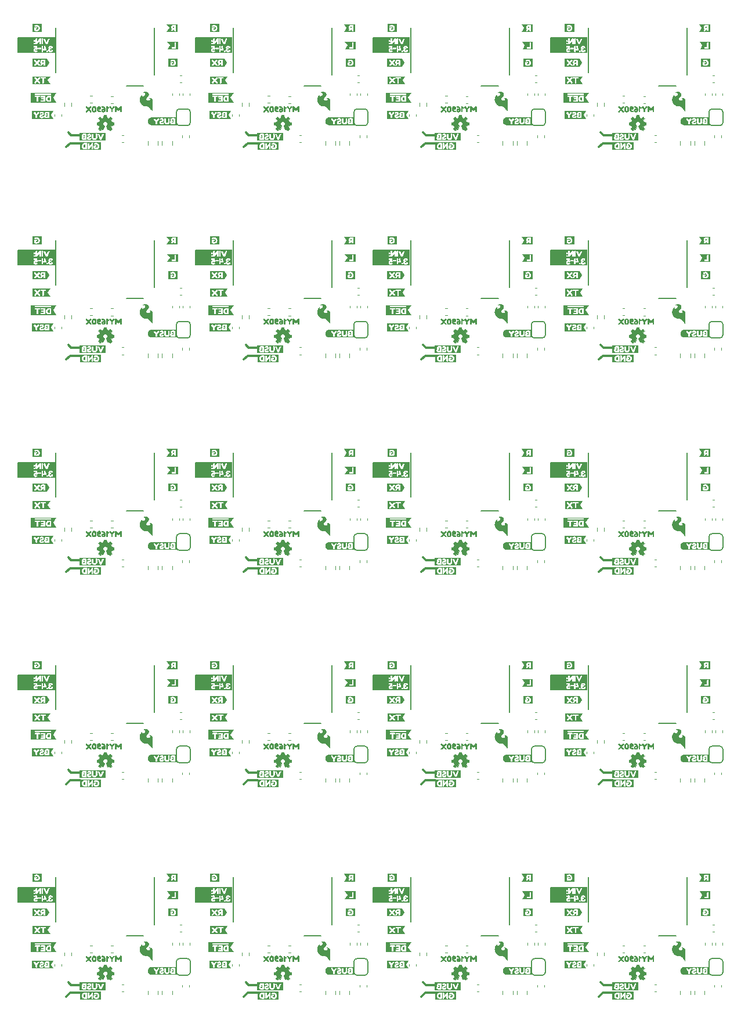
<source format=gbo>
%TF.GenerationSoftware,KiCad,Pcbnew,8.0.8*%
%TF.CreationDate,2025-02-19T12:52:30-07:00*%
%TF.ProjectId,SparkFun_Audio_Player_Breakout_MY1690X-16S_panelized,53706172-6b46-4756-9e5f-417564696f5f,v10*%
%TF.SameCoordinates,Original*%
%TF.FileFunction,Legend,Bot*%
%TF.FilePolarity,Positive*%
%FSLAX46Y46*%
G04 Gerber Fmt 4.6, Leading zero omitted, Abs format (unit mm)*
G04 Created by KiCad (PCBNEW 8.0.8) date 2025-02-19 12:52:30*
%MOMM*%
%LPD*%
G01*
G04 APERTURE LIST*
%ADD10C,0.304800*%
%ADD11C,0.000000*%
%ADD12C,0.150000*%
%ADD13C,0.120000*%
%ADD14C,0.203200*%
%ADD15C,0.018437*%
%ADD16C,0.152400*%
G04 APERTURE END LIST*
D10*
X85033000Y127706000D02*
X85409000Y127330000D01*
X85033000Y96726000D02*
X85409000Y96350000D01*
X85033000Y65746000D02*
X85409000Y65370000D01*
X85033000Y34766000D02*
X85409000Y34390000D01*
X85033000Y3786000D02*
X85409000Y3410000D01*
X59133000Y127706000D02*
X59509000Y127330000D01*
X59133000Y96726000D02*
X59509000Y96350000D01*
X59133000Y65746000D02*
X59509000Y65370000D01*
X59133000Y34766000D02*
X59509000Y34390000D01*
X59133000Y3786000D02*
X59509000Y3410000D01*
X33233000Y127706000D02*
X33609000Y127330000D01*
X33233000Y96726000D02*
X33609000Y96350000D01*
X33233000Y65746000D02*
X33609000Y65370000D01*
X33233000Y34766000D02*
X33609000Y34390000D01*
X33233000Y3786000D02*
X33609000Y3410000D01*
X7333000Y127706000D02*
X7709000Y127330000D01*
X7333000Y96726000D02*
X7709000Y96350000D01*
X7333000Y65746000D02*
X7709000Y65370000D01*
X7333000Y34766000D02*
X7709000Y34390000D01*
X85312602Y126158602D02*
X84759000Y125605000D01*
X85312602Y95178602D02*
X84759000Y94625000D01*
X85312602Y64198602D02*
X84759000Y63645000D01*
X85312602Y33218602D02*
X84759000Y32665000D01*
X85312602Y2238602D02*
X84759000Y1685000D01*
X59412602Y126158602D02*
X58859000Y125605000D01*
X59412602Y95178602D02*
X58859000Y94625000D01*
X59412602Y64198602D02*
X58859000Y63645000D01*
X59412602Y33218602D02*
X58859000Y32665000D01*
X59412602Y2238602D02*
X58859000Y1685000D01*
X33512602Y126158602D02*
X32959000Y125605000D01*
X33512602Y95178602D02*
X32959000Y94625000D01*
X33512602Y64198602D02*
X32959000Y63645000D01*
X33512602Y33218602D02*
X32959000Y32665000D01*
X33512602Y2238602D02*
X32959000Y1685000D01*
X7612602Y126158602D02*
X7059000Y125605000D01*
X7612602Y95178602D02*
X7059000Y94625000D01*
X7612602Y64198602D02*
X7059000Y63645000D01*
X7612602Y33218602D02*
X7059000Y32665000D01*
D11*
G36*
X83074305Y140469403D02*
G01*
X82544919Y140469403D01*
X82537000Y140477322D01*
X82537000Y141592159D01*
X82549438Y141604597D01*
X83074305Y141604597D01*
X83074305Y140469403D01*
G37*
G36*
X83074305Y109489403D02*
G01*
X82544919Y109489403D01*
X82537000Y109497322D01*
X82537000Y110612159D01*
X82549438Y110624597D01*
X83074305Y110624597D01*
X83074305Y109489403D01*
G37*
G36*
X83074305Y78509403D02*
G01*
X82544919Y78509403D01*
X82537000Y78517322D01*
X82537000Y79632159D01*
X82549438Y79644597D01*
X83074305Y79644597D01*
X83074305Y78509403D01*
G37*
G36*
X83074305Y47529403D02*
G01*
X82544919Y47529403D01*
X82537000Y47537322D01*
X82537000Y48652159D01*
X82549438Y48664597D01*
X83074305Y48664597D01*
X83074305Y47529403D01*
G37*
G36*
X83074305Y16549403D02*
G01*
X82544919Y16549403D01*
X82537000Y16557322D01*
X82537000Y17672159D01*
X82549438Y17684597D01*
X83074305Y17684597D01*
X83074305Y16549403D01*
G37*
G36*
X57174305Y140469403D02*
G01*
X56644919Y140469403D01*
X56637000Y140477322D01*
X56637000Y141592159D01*
X56649438Y141604597D01*
X57174305Y141604597D01*
X57174305Y140469403D01*
G37*
G36*
X57174305Y109489403D02*
G01*
X56644919Y109489403D01*
X56637000Y109497322D01*
X56637000Y110612159D01*
X56649438Y110624597D01*
X57174305Y110624597D01*
X57174305Y109489403D01*
G37*
G36*
X57174305Y78509403D02*
G01*
X56644919Y78509403D01*
X56637000Y78517322D01*
X56637000Y79632159D01*
X56649438Y79644597D01*
X57174305Y79644597D01*
X57174305Y78509403D01*
G37*
G36*
X57174305Y47529403D02*
G01*
X56644919Y47529403D01*
X56637000Y47537322D01*
X56637000Y48652159D01*
X56649438Y48664597D01*
X57174305Y48664597D01*
X57174305Y47529403D01*
G37*
G36*
X57174305Y16549403D02*
G01*
X56644919Y16549403D01*
X56637000Y16557322D01*
X56637000Y17672159D01*
X56649438Y17684597D01*
X57174305Y17684597D01*
X57174305Y16549403D01*
G37*
G36*
X31274305Y140469403D02*
G01*
X30744919Y140469403D01*
X30737000Y140477322D01*
X30737000Y141592159D01*
X30749438Y141604597D01*
X31274305Y141604597D01*
X31274305Y140469403D01*
G37*
G36*
X31274305Y109489403D02*
G01*
X30744919Y109489403D01*
X30737000Y109497322D01*
X30737000Y110612159D01*
X30749438Y110624597D01*
X31274305Y110624597D01*
X31274305Y109489403D01*
G37*
G36*
X31274305Y78509403D02*
G01*
X30744919Y78509403D01*
X30737000Y78517322D01*
X30737000Y79632159D01*
X30749438Y79644597D01*
X31274305Y79644597D01*
X31274305Y78509403D01*
G37*
G36*
X31274305Y47529403D02*
G01*
X30744919Y47529403D01*
X30737000Y47537322D01*
X30737000Y48652159D01*
X30749438Y48664597D01*
X31274305Y48664597D01*
X31274305Y47529403D01*
G37*
G36*
X31274305Y16549403D02*
G01*
X30744919Y16549403D01*
X30737000Y16557322D01*
X30737000Y17672159D01*
X30749438Y17684597D01*
X31274305Y17684597D01*
X31274305Y16549403D01*
G37*
G36*
X5374305Y140469403D02*
G01*
X4844919Y140469403D01*
X4837000Y140477322D01*
X4837000Y141592159D01*
X4849438Y141604597D01*
X5374305Y141604597D01*
X5374305Y140469403D01*
G37*
G36*
X5374305Y109489403D02*
G01*
X4844919Y109489403D01*
X4837000Y109497322D01*
X4837000Y110612159D01*
X4849438Y110624597D01*
X5374305Y110624597D01*
X5374305Y109489403D01*
G37*
G36*
X5374305Y78509403D02*
G01*
X4844919Y78509403D01*
X4837000Y78517322D01*
X4837000Y79632159D01*
X4849438Y79644597D01*
X5374305Y79644597D01*
X5374305Y78509403D01*
G37*
G36*
X5374305Y47529403D02*
G01*
X4844919Y47529403D01*
X4837000Y47537322D01*
X4837000Y48652159D01*
X4849438Y48664597D01*
X5374305Y48664597D01*
X5374305Y47529403D01*
G37*
D10*
X86810500Y127284000D02*
X85510000Y127284000D01*
X86810500Y96304000D02*
X85510000Y96304000D01*
X86810500Y65324000D02*
X85510000Y65324000D01*
X86810500Y34344000D02*
X85510000Y34344000D01*
X86810500Y3364000D02*
X85510000Y3364000D01*
X60910500Y127284000D02*
X59610000Y127284000D01*
X60910500Y96304000D02*
X59610000Y96304000D01*
X60910500Y65324000D02*
X59610000Y65324000D01*
X60910500Y34344000D02*
X59610000Y34344000D01*
X60910500Y3364000D02*
X59610000Y3364000D01*
X35010500Y127284000D02*
X33710000Y127284000D01*
X35010500Y96304000D02*
X33710000Y96304000D01*
X35010500Y65324000D02*
X33710000Y65324000D01*
X35010500Y34344000D02*
X33710000Y34344000D01*
X35010500Y3364000D02*
X33710000Y3364000D01*
X9110500Y127284000D02*
X7810000Y127284000D01*
X9110500Y96304000D02*
X7810000Y96304000D01*
X9110500Y65324000D02*
X7810000Y65324000D01*
X9110500Y34344000D02*
X7810000Y34344000D01*
D12*
X79778085Y139416905D02*
X77721321Y139416403D01*
X77732786Y141529000D01*
X79787000Y141529000D01*
X79778085Y139416905D01*
G36*
X79778085Y139416905D02*
G01*
X77721321Y139416403D01*
X77732786Y141529000D01*
X79787000Y141529000D01*
X79778085Y139416905D01*
G37*
X79778085Y108436905D02*
X77721321Y108436403D01*
X77732786Y110549000D01*
X79787000Y110549000D01*
X79778085Y108436905D01*
G36*
X79778085Y108436905D02*
G01*
X77721321Y108436403D01*
X77732786Y110549000D01*
X79787000Y110549000D01*
X79778085Y108436905D01*
G37*
X79778085Y77456905D02*
X77721321Y77456403D01*
X77732786Y79569000D01*
X79787000Y79569000D01*
X79778085Y77456905D01*
G36*
X79778085Y77456905D02*
G01*
X77721321Y77456403D01*
X77732786Y79569000D01*
X79787000Y79569000D01*
X79778085Y77456905D01*
G37*
X79778085Y46476905D02*
X77721321Y46476403D01*
X77732786Y48589000D01*
X79787000Y48589000D01*
X79778085Y46476905D01*
G36*
X79778085Y46476905D02*
G01*
X77721321Y46476403D01*
X77732786Y48589000D01*
X79787000Y48589000D01*
X79778085Y46476905D01*
G37*
X79778085Y15496905D02*
X77721321Y15496403D01*
X77732786Y17609000D01*
X79787000Y17609000D01*
X79778085Y15496905D01*
G36*
X79778085Y15496905D02*
G01*
X77721321Y15496403D01*
X77732786Y17609000D01*
X79787000Y17609000D01*
X79778085Y15496905D01*
G37*
X53878085Y139416905D02*
X51821321Y139416403D01*
X51832786Y141529000D01*
X53887000Y141529000D01*
X53878085Y139416905D01*
G36*
X53878085Y139416905D02*
G01*
X51821321Y139416403D01*
X51832786Y141529000D01*
X53887000Y141529000D01*
X53878085Y139416905D01*
G37*
X53878085Y108436905D02*
X51821321Y108436403D01*
X51832786Y110549000D01*
X53887000Y110549000D01*
X53878085Y108436905D01*
G36*
X53878085Y108436905D02*
G01*
X51821321Y108436403D01*
X51832786Y110549000D01*
X53887000Y110549000D01*
X53878085Y108436905D01*
G37*
X53878085Y77456905D02*
X51821321Y77456403D01*
X51832786Y79569000D01*
X53887000Y79569000D01*
X53878085Y77456905D01*
G36*
X53878085Y77456905D02*
G01*
X51821321Y77456403D01*
X51832786Y79569000D01*
X53887000Y79569000D01*
X53878085Y77456905D01*
G37*
X53878085Y46476905D02*
X51821321Y46476403D01*
X51832786Y48589000D01*
X53887000Y48589000D01*
X53878085Y46476905D01*
G36*
X53878085Y46476905D02*
G01*
X51821321Y46476403D01*
X51832786Y48589000D01*
X53887000Y48589000D01*
X53878085Y46476905D01*
G37*
X53878085Y15496905D02*
X51821321Y15496403D01*
X51832786Y17609000D01*
X53887000Y17609000D01*
X53878085Y15496905D01*
G36*
X53878085Y15496905D02*
G01*
X51821321Y15496403D01*
X51832786Y17609000D01*
X53887000Y17609000D01*
X53878085Y15496905D01*
G37*
X27978085Y139416905D02*
X25921321Y139416403D01*
X25932786Y141529000D01*
X27987000Y141529000D01*
X27978085Y139416905D01*
G36*
X27978085Y139416905D02*
G01*
X25921321Y139416403D01*
X25932786Y141529000D01*
X27987000Y141529000D01*
X27978085Y139416905D01*
G37*
X27978085Y108436905D02*
X25921321Y108436403D01*
X25932786Y110549000D01*
X27987000Y110549000D01*
X27978085Y108436905D01*
G36*
X27978085Y108436905D02*
G01*
X25921321Y108436403D01*
X25932786Y110549000D01*
X27987000Y110549000D01*
X27978085Y108436905D01*
G37*
X27978085Y77456905D02*
X25921321Y77456403D01*
X25932786Y79569000D01*
X27987000Y79569000D01*
X27978085Y77456905D01*
G36*
X27978085Y77456905D02*
G01*
X25921321Y77456403D01*
X25932786Y79569000D01*
X27987000Y79569000D01*
X27978085Y77456905D01*
G37*
X27978085Y46476905D02*
X25921321Y46476403D01*
X25932786Y48589000D01*
X27987000Y48589000D01*
X27978085Y46476905D01*
G36*
X27978085Y46476905D02*
G01*
X25921321Y46476403D01*
X25932786Y48589000D01*
X27987000Y48589000D01*
X27978085Y46476905D01*
G37*
X27978085Y15496905D02*
X25921321Y15496403D01*
X25932786Y17609000D01*
X27987000Y17609000D01*
X27978085Y15496905D01*
G36*
X27978085Y15496905D02*
G01*
X25921321Y15496403D01*
X25932786Y17609000D01*
X27987000Y17609000D01*
X27978085Y15496905D01*
G37*
X2078085Y139416905D02*
X21321Y139416403D01*
X32786Y141529000D01*
X2087000Y141529000D01*
X2078085Y139416905D01*
G36*
X2078085Y139416905D02*
G01*
X21321Y139416403D01*
X32786Y141529000D01*
X2087000Y141529000D01*
X2078085Y139416905D01*
G37*
X2078085Y108436905D02*
X21321Y108436403D01*
X32786Y110549000D01*
X2087000Y110549000D01*
X2078085Y108436905D01*
G36*
X2078085Y108436905D02*
G01*
X21321Y108436403D01*
X32786Y110549000D01*
X2087000Y110549000D01*
X2078085Y108436905D01*
G37*
X2078085Y77456905D02*
X21321Y77456403D01*
X32786Y79569000D01*
X2087000Y79569000D01*
X2078085Y77456905D01*
G36*
X2078085Y77456905D02*
G01*
X21321Y77456403D01*
X32786Y79569000D01*
X2087000Y79569000D01*
X2078085Y77456905D01*
G37*
X2078085Y46476905D02*
X21321Y46476403D01*
X32786Y48589000D01*
X2087000Y48589000D01*
X2078085Y46476905D01*
G36*
X2078085Y46476905D02*
G01*
X21321Y46476403D01*
X32786Y48589000D01*
X2087000Y48589000D01*
X2078085Y46476905D01*
G37*
D10*
X86758000Y126162000D02*
X85356000Y126162000D01*
X86758000Y95182000D02*
X85356000Y95182000D01*
X86758000Y64202000D02*
X85356000Y64202000D01*
X86758000Y33222000D02*
X85356000Y33222000D01*
X86758000Y2242000D02*
X85356000Y2242000D01*
X60858000Y126162000D02*
X59456000Y126162000D01*
X60858000Y95182000D02*
X59456000Y95182000D01*
X60858000Y64202000D02*
X59456000Y64202000D01*
X60858000Y33222000D02*
X59456000Y33222000D01*
X60858000Y2242000D02*
X59456000Y2242000D01*
X34958000Y126162000D02*
X33556000Y126162000D01*
X34958000Y95182000D02*
X33556000Y95182000D01*
X34958000Y64202000D02*
X33556000Y64202000D01*
X34958000Y33222000D02*
X33556000Y33222000D01*
X34958000Y2242000D02*
X33556000Y2242000D01*
X9058000Y126162000D02*
X7656000Y126162000D01*
X9058000Y95182000D02*
X7656000Y95182000D01*
X9058000Y64202000D02*
X7656000Y64202000D01*
X9058000Y33222000D02*
X7656000Y33222000D01*
X9058000Y2242000D02*
X7656000Y2242000D01*
D12*
X2078085Y15496905D02*
X21321Y15496403D01*
X32786Y17609000D01*
X2087000Y17609000D01*
X2078085Y15496905D01*
G36*
X2078085Y15496905D02*
G01*
X21321Y15496403D01*
X32786Y17609000D01*
X2087000Y17609000D01*
X2078085Y15496905D01*
G37*
D10*
X9110500Y3364000D02*
X7810000Y3364000D01*
D11*
G36*
X5374305Y16549403D02*
G01*
X4844919Y16549403D01*
X4837000Y16557322D01*
X4837000Y17672159D01*
X4849438Y17684597D01*
X5374305Y17684597D01*
X5374305Y16549403D01*
G37*
D10*
X7612602Y2238602D02*
X7059000Y1685000D01*
X7333000Y3786000D02*
X7709000Y3410000D01*
D13*
%TO.C,C2*%
X91552580Y133031000D02*
X91271420Y133031000D01*
X91552580Y132011000D02*
X91271420Y132011000D01*
X91552580Y102051000D02*
X91271420Y102051000D01*
X91552580Y101031000D02*
X91271420Y101031000D01*
X91552580Y71071000D02*
X91271420Y71071000D01*
X91552580Y70051000D02*
X91271420Y70051000D01*
X91552580Y40091000D02*
X91271420Y40091000D01*
X91552580Y39071000D02*
X91271420Y39071000D01*
X91552580Y9111000D02*
X91271420Y9111000D01*
X91552580Y8091000D02*
X91271420Y8091000D01*
X65652580Y133031000D02*
X65371420Y133031000D01*
X65652580Y132011000D02*
X65371420Y132011000D01*
X65652580Y102051000D02*
X65371420Y102051000D01*
X65652580Y101031000D02*
X65371420Y101031000D01*
X65652580Y71071000D02*
X65371420Y71071000D01*
X65652580Y70051000D02*
X65371420Y70051000D01*
X65652580Y40091000D02*
X65371420Y40091000D01*
X65652580Y39071000D02*
X65371420Y39071000D01*
X65652580Y9111000D02*
X65371420Y9111000D01*
X65652580Y8091000D02*
X65371420Y8091000D01*
X39752580Y133031000D02*
X39471420Y133031000D01*
X39752580Y132011000D02*
X39471420Y132011000D01*
X39752580Y102051000D02*
X39471420Y102051000D01*
X39752580Y101031000D02*
X39471420Y101031000D01*
X39752580Y71071000D02*
X39471420Y71071000D01*
X39752580Y70051000D02*
X39471420Y70051000D01*
X39752580Y40091000D02*
X39471420Y40091000D01*
X39752580Y39071000D02*
X39471420Y39071000D01*
X39752580Y9111000D02*
X39471420Y9111000D01*
X39752580Y8091000D02*
X39471420Y8091000D01*
X13852580Y133031000D02*
X13571420Y133031000D01*
X13852580Y132011000D02*
X13571420Y132011000D01*
X13852580Y102051000D02*
X13571420Y102051000D01*
X13852580Y101031000D02*
X13571420Y101031000D01*
X13852580Y71071000D02*
X13571420Y71071000D01*
X13852580Y70051000D02*
X13571420Y70051000D01*
X13852580Y40091000D02*
X13571420Y40091000D01*
X13852580Y39071000D02*
X13571420Y39071000D01*
%TO.C,C3*%
X88232420Y133057000D02*
X88513580Y133057000D01*
X88232420Y132037000D02*
X88513580Y132037000D01*
X88232420Y102077000D02*
X88513580Y102077000D01*
X88232420Y101057000D02*
X88513580Y101057000D01*
X88232420Y71097000D02*
X88513580Y71097000D01*
X88232420Y70077000D02*
X88513580Y70077000D01*
X88232420Y40117000D02*
X88513580Y40117000D01*
X88232420Y39097000D02*
X88513580Y39097000D01*
X88232420Y9137000D02*
X88513580Y9137000D01*
X88232420Y8117000D02*
X88513580Y8117000D01*
X62332420Y133057000D02*
X62613580Y133057000D01*
X62332420Y132037000D02*
X62613580Y132037000D01*
X62332420Y102077000D02*
X62613580Y102077000D01*
X62332420Y101057000D02*
X62613580Y101057000D01*
X62332420Y71097000D02*
X62613580Y71097000D01*
X62332420Y70077000D02*
X62613580Y70077000D01*
X62332420Y40117000D02*
X62613580Y40117000D01*
X62332420Y39097000D02*
X62613580Y39097000D01*
X62332420Y9137000D02*
X62613580Y9137000D01*
X62332420Y8117000D02*
X62613580Y8117000D01*
X36432420Y133057000D02*
X36713580Y133057000D01*
X36432420Y132037000D02*
X36713580Y132037000D01*
X36432420Y102077000D02*
X36713580Y102077000D01*
X36432420Y101057000D02*
X36713580Y101057000D01*
X36432420Y71097000D02*
X36713580Y71097000D01*
X36432420Y70077000D02*
X36713580Y70077000D01*
X36432420Y40117000D02*
X36713580Y40117000D01*
X36432420Y39097000D02*
X36713580Y39097000D01*
X36432420Y9137000D02*
X36713580Y9137000D01*
X36432420Y8117000D02*
X36713580Y8117000D01*
X10532420Y133057000D02*
X10813580Y133057000D01*
X10532420Y132037000D02*
X10813580Y132037000D01*
X10532420Y102077000D02*
X10813580Y102077000D01*
X10532420Y101057000D02*
X10813580Y101057000D01*
X10532420Y71097000D02*
X10813580Y71097000D01*
X10532420Y70077000D02*
X10813580Y70077000D01*
X10532420Y40117000D02*
X10813580Y40117000D01*
X10532420Y39097000D02*
X10813580Y39097000D01*
D11*
%TO.C,kibuzzard-6792CAB7*%
G36*
X87457021Y126885335D02*
G01*
X87272901Y126885335D01*
X87254876Y126886622D01*
X87234918Y126893704D01*
X87215605Y126915592D01*
X87208524Y126956150D01*
X87225262Y127009584D01*
X87279339Y127021815D01*
X87296077Y127021815D01*
X87369468Y127044348D01*
X87391356Y127120957D01*
X87368180Y127194991D01*
X87289639Y127216236D01*
X87274189Y127216236D01*
X87243288Y127225249D01*
X87234275Y127265163D01*
X87247794Y127305077D01*
X87301227Y127315378D01*
X87457021Y127315378D01*
X87457021Y126885335D01*
G37*
G36*
X90479339Y126526966D02*
G01*
X90211099Y126526966D01*
X89764318Y126526966D01*
X88865605Y126526966D01*
X88080197Y126526966D01*
X87575476Y126526966D01*
X86972901Y126526966D01*
X86704661Y126526966D01*
X86704661Y126941987D01*
X86972901Y126941987D01*
X86982987Y126864591D01*
X87011528Y126795492D01*
X87058524Y126734691D01*
X87118395Y126687481D01*
X87185562Y126659155D01*
X87260026Y126649712D01*
X87575476Y126649712D01*
X87642429Y126658725D01*
X87678481Y126688339D01*
X87690712Y126724391D01*
X87692644Y126769455D01*
X87692644Y126939412D01*
X87749296Y126939412D01*
X87754768Y126877931D01*
X87771185Y126822245D01*
X87827193Y126735335D01*
X87906378Y126678039D01*
X87994575Y126645206D01*
X88080197Y126635549D01*
X88152300Y126641343D01*
X88212815Y126655506D01*
X88262386Y126676751D01*
X88302300Y126701215D01*
X88333202Y126726322D01*
X88355734Y126748854D01*
X88369897Y126766880D01*
X88377622Y126775893D01*
X88409811Y126859584D01*
X88355734Y126941987D01*
X88302229Y126971744D01*
X88246435Y126963160D01*
X88188352Y126916236D01*
X88136206Y126869240D01*
X88085348Y126857009D01*
X88009382Y126875678D01*
X87986206Y126935549D01*
X88019682Y126975464D01*
X88120755Y127005721D01*
X88182075Y127022298D01*
X88230841Y127039841D01*
X88302944Y127081043D01*
X88354446Y127136408D01*
X88385348Y127205936D01*
X88395648Y127289627D01*
X88386063Y127364090D01*
X88357308Y127429541D01*
X88355850Y127431258D01*
X88465176Y127431258D01*
X88465176Y127069455D01*
X88471775Y126991558D01*
X88491571Y126914948D01*
X88523599Y126842041D01*
X88566893Y126775249D01*
X88623062Y126717792D01*
X88693717Y126672888D01*
X88775637Y126643918D01*
X88865605Y126634262D01*
X88955412Y126644079D01*
X89036850Y126673532D01*
X89106861Y126719079D01*
X89162386Y126777180D01*
X89205036Y126844455D01*
X89236421Y126917524D01*
X89255734Y126994133D01*
X89262172Y127072030D01*
X89262172Y127432545D01*
X89260380Y127473747D01*
X89333631Y127473747D01*
X89348438Y127384906D01*
X89653588Y126714090D01*
X89698009Y126667094D01*
X89764318Y126649712D01*
X89836421Y126665807D01*
X89880197Y126714090D01*
X90185348Y127384906D01*
X90198223Y127474391D01*
X90126120Y127535549D01*
X90029554Y127554863D01*
X89970326Y127481472D01*
X89766893Y126980614D01*
X89563459Y127481472D01*
X89502944Y127554219D01*
X89407665Y127535549D01*
X89333631Y127473747D01*
X89260380Y127473747D01*
X89260240Y127476966D01*
X89248009Y127512373D01*
X89211957Y127541987D01*
X89143717Y127551000D01*
X89076120Y127541987D01*
X89040712Y127513017D01*
X89027837Y127476966D01*
X89025262Y127431258D01*
X89025262Y127072030D01*
X89012386Y126981258D01*
X88960884Y126905292D01*
X88916785Y126879702D01*
X88861742Y126871172D01*
X88795755Y126885013D01*
X88744575Y126926536D01*
X88711742Y126990914D01*
X88700798Y127073318D01*
X88700798Y127438983D01*
X88698223Y127480828D01*
X88685348Y127514305D01*
X88649296Y127541987D01*
X88582343Y127551000D01*
X88515391Y127541987D01*
X88479339Y127511730D01*
X88467107Y127475678D01*
X88465176Y127431258D01*
X88355850Y127431258D01*
X88309382Y127485979D01*
X88246864Y127529255D01*
X88174332Y127555220D01*
X88091785Y127563876D01*
X87994647Y127555292D01*
X87912672Y127529541D01*
X87845863Y127486622D01*
X87799511Y127420313D01*
X87830412Y127341129D01*
X87906378Y127278682D01*
X87992644Y127302502D01*
X88007451Y127314734D01*
X88025476Y127329541D01*
X88050584Y127339197D01*
X88093073Y127343704D01*
X88140712Y127327609D01*
X88161313Y127288339D01*
X88138781Y127246494D01*
X88087923Y127223961D01*
X88009382Y127207867D01*
X87926979Y127187910D01*
X87854071Y127154433D01*
X87797579Y127105506D01*
X87761367Y127035657D01*
X87749296Y126939412D01*
X87692644Y126939412D01*
X87692644Y127433833D01*
X87690712Y127476966D01*
X87678481Y127512373D01*
X87642429Y127541987D01*
X87574189Y127551000D01*
X87272901Y127551000D01*
X87200369Y127541916D01*
X87135562Y127514662D01*
X87078481Y127469240D01*
X87034132Y127411372D01*
X87007522Y127346780D01*
X86998652Y127275464D01*
X87009275Y127200142D01*
X87041142Y127131258D01*
X86989961Y127040807D01*
X86972901Y126941987D01*
X86704661Y126941987D01*
X86704661Y127675034D01*
X86972901Y127675034D01*
X90211099Y127675034D01*
X90479339Y127675034D01*
X90479339Y126526966D01*
G37*
G36*
X87457021Y95905335D02*
G01*
X87272901Y95905335D01*
X87254876Y95906622D01*
X87234918Y95913704D01*
X87215605Y95935592D01*
X87208524Y95976150D01*
X87225262Y96029584D01*
X87279339Y96041815D01*
X87296077Y96041815D01*
X87369468Y96064348D01*
X87391356Y96140957D01*
X87368180Y96214991D01*
X87289639Y96236236D01*
X87274189Y96236236D01*
X87243288Y96245249D01*
X87234275Y96285163D01*
X87247794Y96325077D01*
X87301227Y96335378D01*
X87457021Y96335378D01*
X87457021Y95905335D01*
G37*
G36*
X90479339Y95546966D02*
G01*
X90211099Y95546966D01*
X89764318Y95546966D01*
X88865605Y95546966D01*
X88080197Y95546966D01*
X87575476Y95546966D01*
X86972901Y95546966D01*
X86704661Y95546966D01*
X86704661Y95961987D01*
X86972901Y95961987D01*
X86982987Y95884591D01*
X87011528Y95815492D01*
X87058524Y95754691D01*
X87118395Y95707481D01*
X87185562Y95679155D01*
X87260026Y95669712D01*
X87575476Y95669712D01*
X87642429Y95678725D01*
X87678481Y95708339D01*
X87690712Y95744391D01*
X87692644Y95789455D01*
X87692644Y95959412D01*
X87749296Y95959412D01*
X87754768Y95897931D01*
X87771185Y95842245D01*
X87827193Y95755335D01*
X87906378Y95698039D01*
X87994575Y95665206D01*
X88080197Y95655549D01*
X88152300Y95661343D01*
X88212815Y95675506D01*
X88262386Y95696751D01*
X88302300Y95721215D01*
X88333202Y95746322D01*
X88355734Y95768854D01*
X88369897Y95786880D01*
X88377622Y95795893D01*
X88409811Y95879584D01*
X88355734Y95961987D01*
X88302229Y95991744D01*
X88246435Y95983160D01*
X88188352Y95936236D01*
X88136206Y95889240D01*
X88085348Y95877009D01*
X88009382Y95895678D01*
X87986206Y95955549D01*
X88019682Y95995464D01*
X88120755Y96025721D01*
X88182075Y96042298D01*
X88230841Y96059841D01*
X88302944Y96101043D01*
X88354446Y96156408D01*
X88385348Y96225936D01*
X88395648Y96309627D01*
X88386063Y96384090D01*
X88357308Y96449541D01*
X88355850Y96451258D01*
X88465176Y96451258D01*
X88465176Y96089455D01*
X88471775Y96011558D01*
X88491571Y95934948D01*
X88523599Y95862041D01*
X88566893Y95795249D01*
X88623062Y95737792D01*
X88693717Y95692888D01*
X88775637Y95663918D01*
X88865605Y95654262D01*
X88955412Y95664079D01*
X89036850Y95693532D01*
X89106861Y95739079D01*
X89162386Y95797180D01*
X89205036Y95864455D01*
X89236421Y95937524D01*
X89255734Y96014133D01*
X89262172Y96092030D01*
X89262172Y96452545D01*
X89260380Y96493747D01*
X89333631Y96493747D01*
X89348438Y96404906D01*
X89653588Y95734090D01*
X89698009Y95687094D01*
X89764318Y95669712D01*
X89836421Y95685807D01*
X89880197Y95734090D01*
X90185348Y96404906D01*
X90198223Y96494391D01*
X90126120Y96555549D01*
X90029554Y96574863D01*
X89970326Y96501472D01*
X89766893Y96000614D01*
X89563459Y96501472D01*
X89502944Y96574219D01*
X89407665Y96555549D01*
X89333631Y96493747D01*
X89260380Y96493747D01*
X89260240Y96496966D01*
X89248009Y96532373D01*
X89211957Y96561987D01*
X89143717Y96571000D01*
X89076120Y96561987D01*
X89040712Y96533017D01*
X89027837Y96496966D01*
X89025262Y96451258D01*
X89025262Y96092030D01*
X89012386Y96001258D01*
X88960884Y95925292D01*
X88916785Y95899702D01*
X88861742Y95891172D01*
X88795755Y95905013D01*
X88744575Y95946536D01*
X88711742Y96010914D01*
X88700798Y96093318D01*
X88700798Y96458983D01*
X88698223Y96500828D01*
X88685348Y96534305D01*
X88649296Y96561987D01*
X88582343Y96571000D01*
X88515391Y96561987D01*
X88479339Y96531730D01*
X88467107Y96495678D01*
X88465176Y96451258D01*
X88355850Y96451258D01*
X88309382Y96505979D01*
X88246864Y96549255D01*
X88174332Y96575220D01*
X88091785Y96583876D01*
X87994647Y96575292D01*
X87912672Y96549541D01*
X87845863Y96506622D01*
X87799511Y96440313D01*
X87830412Y96361129D01*
X87906378Y96298682D01*
X87992644Y96322502D01*
X88007451Y96334734D01*
X88025476Y96349541D01*
X88050584Y96359197D01*
X88093073Y96363704D01*
X88140712Y96347609D01*
X88161313Y96308339D01*
X88138781Y96266494D01*
X88087923Y96243961D01*
X88009382Y96227867D01*
X87926979Y96207910D01*
X87854071Y96174433D01*
X87797579Y96125506D01*
X87761367Y96055657D01*
X87749296Y95959412D01*
X87692644Y95959412D01*
X87692644Y96453833D01*
X87690712Y96496966D01*
X87678481Y96532373D01*
X87642429Y96561987D01*
X87574189Y96571000D01*
X87272901Y96571000D01*
X87200369Y96561916D01*
X87135562Y96534662D01*
X87078481Y96489240D01*
X87034132Y96431372D01*
X87007522Y96366780D01*
X86998652Y96295464D01*
X87009275Y96220142D01*
X87041142Y96151258D01*
X86989961Y96060807D01*
X86972901Y95961987D01*
X86704661Y95961987D01*
X86704661Y96695034D01*
X86972901Y96695034D01*
X90211099Y96695034D01*
X90479339Y96695034D01*
X90479339Y95546966D01*
G37*
G36*
X87457021Y64925335D02*
G01*
X87272901Y64925335D01*
X87254876Y64926622D01*
X87234918Y64933704D01*
X87215605Y64955592D01*
X87208524Y64996150D01*
X87225262Y65049584D01*
X87279339Y65061815D01*
X87296077Y65061815D01*
X87369468Y65084348D01*
X87391356Y65160957D01*
X87368180Y65234991D01*
X87289639Y65256236D01*
X87274189Y65256236D01*
X87243288Y65265249D01*
X87234275Y65305163D01*
X87247794Y65345077D01*
X87301227Y65355378D01*
X87457021Y65355378D01*
X87457021Y64925335D01*
G37*
G36*
X90479339Y64566966D02*
G01*
X90211099Y64566966D01*
X89764318Y64566966D01*
X88865605Y64566966D01*
X88080197Y64566966D01*
X87575476Y64566966D01*
X86972901Y64566966D01*
X86704661Y64566966D01*
X86704661Y64981987D01*
X86972901Y64981987D01*
X86982987Y64904591D01*
X87011528Y64835492D01*
X87058524Y64774691D01*
X87118395Y64727481D01*
X87185562Y64699155D01*
X87260026Y64689712D01*
X87575476Y64689712D01*
X87642429Y64698725D01*
X87678481Y64728339D01*
X87690712Y64764391D01*
X87692644Y64809455D01*
X87692644Y64979412D01*
X87749296Y64979412D01*
X87754768Y64917931D01*
X87771185Y64862245D01*
X87827193Y64775335D01*
X87906378Y64718039D01*
X87994575Y64685206D01*
X88080197Y64675549D01*
X88152300Y64681343D01*
X88212815Y64695506D01*
X88262386Y64716751D01*
X88302300Y64741215D01*
X88333202Y64766322D01*
X88355734Y64788854D01*
X88369897Y64806880D01*
X88377622Y64815893D01*
X88409811Y64899584D01*
X88355734Y64981987D01*
X88302229Y65011744D01*
X88246435Y65003160D01*
X88188352Y64956236D01*
X88136206Y64909240D01*
X88085348Y64897009D01*
X88009382Y64915678D01*
X87986206Y64975549D01*
X88019682Y65015464D01*
X88120755Y65045721D01*
X88182075Y65062298D01*
X88230841Y65079841D01*
X88302944Y65121043D01*
X88354446Y65176408D01*
X88385348Y65245936D01*
X88395648Y65329627D01*
X88386063Y65404090D01*
X88357308Y65469541D01*
X88355850Y65471258D01*
X88465176Y65471258D01*
X88465176Y65109455D01*
X88471775Y65031558D01*
X88491571Y64954948D01*
X88523599Y64882041D01*
X88566893Y64815249D01*
X88623062Y64757792D01*
X88693717Y64712888D01*
X88775637Y64683918D01*
X88865605Y64674262D01*
X88955412Y64684079D01*
X89036850Y64713532D01*
X89106861Y64759079D01*
X89162386Y64817180D01*
X89205036Y64884455D01*
X89236421Y64957524D01*
X89255734Y65034133D01*
X89262172Y65112030D01*
X89262172Y65472545D01*
X89260380Y65513747D01*
X89333631Y65513747D01*
X89348438Y65424906D01*
X89653588Y64754090D01*
X89698009Y64707094D01*
X89764318Y64689712D01*
X89836421Y64705807D01*
X89880197Y64754090D01*
X90185348Y65424906D01*
X90198223Y65514391D01*
X90126120Y65575549D01*
X90029554Y65594863D01*
X89970326Y65521472D01*
X89766893Y65020614D01*
X89563459Y65521472D01*
X89502944Y65594219D01*
X89407665Y65575549D01*
X89333631Y65513747D01*
X89260380Y65513747D01*
X89260240Y65516966D01*
X89248009Y65552373D01*
X89211957Y65581987D01*
X89143717Y65591000D01*
X89076120Y65581987D01*
X89040712Y65553017D01*
X89027837Y65516966D01*
X89025262Y65471258D01*
X89025262Y65112030D01*
X89012386Y65021258D01*
X88960884Y64945292D01*
X88916785Y64919702D01*
X88861742Y64911172D01*
X88795755Y64925013D01*
X88744575Y64966536D01*
X88711742Y65030914D01*
X88700798Y65113318D01*
X88700798Y65478983D01*
X88698223Y65520828D01*
X88685348Y65554305D01*
X88649296Y65581987D01*
X88582343Y65591000D01*
X88515391Y65581987D01*
X88479339Y65551730D01*
X88467107Y65515678D01*
X88465176Y65471258D01*
X88355850Y65471258D01*
X88309382Y65525979D01*
X88246864Y65569255D01*
X88174332Y65595220D01*
X88091785Y65603876D01*
X87994647Y65595292D01*
X87912672Y65569541D01*
X87845863Y65526622D01*
X87799511Y65460313D01*
X87830412Y65381129D01*
X87906378Y65318682D01*
X87992644Y65342502D01*
X88007451Y65354734D01*
X88025476Y65369541D01*
X88050584Y65379197D01*
X88093073Y65383704D01*
X88140712Y65367609D01*
X88161313Y65328339D01*
X88138781Y65286494D01*
X88087923Y65263961D01*
X88009382Y65247867D01*
X87926979Y65227910D01*
X87854071Y65194433D01*
X87797579Y65145506D01*
X87761367Y65075657D01*
X87749296Y64979412D01*
X87692644Y64979412D01*
X87692644Y65473833D01*
X87690712Y65516966D01*
X87678481Y65552373D01*
X87642429Y65581987D01*
X87574189Y65591000D01*
X87272901Y65591000D01*
X87200369Y65581916D01*
X87135562Y65554662D01*
X87078481Y65509240D01*
X87034132Y65451372D01*
X87007522Y65386780D01*
X86998652Y65315464D01*
X87009275Y65240142D01*
X87041142Y65171258D01*
X86989961Y65080807D01*
X86972901Y64981987D01*
X86704661Y64981987D01*
X86704661Y65715034D01*
X86972901Y65715034D01*
X90211099Y65715034D01*
X90479339Y65715034D01*
X90479339Y64566966D01*
G37*
G36*
X87457021Y33945335D02*
G01*
X87272901Y33945335D01*
X87254876Y33946622D01*
X87234918Y33953704D01*
X87215605Y33975592D01*
X87208524Y34016150D01*
X87225262Y34069584D01*
X87279339Y34081815D01*
X87296077Y34081815D01*
X87369468Y34104348D01*
X87391356Y34180957D01*
X87368180Y34254991D01*
X87289639Y34276236D01*
X87274189Y34276236D01*
X87243288Y34285249D01*
X87234275Y34325163D01*
X87247794Y34365077D01*
X87301227Y34375378D01*
X87457021Y34375378D01*
X87457021Y33945335D01*
G37*
G36*
X90479339Y33586966D02*
G01*
X90211099Y33586966D01*
X89764318Y33586966D01*
X88865605Y33586966D01*
X88080197Y33586966D01*
X87575476Y33586966D01*
X86972901Y33586966D01*
X86704661Y33586966D01*
X86704661Y34001987D01*
X86972901Y34001987D01*
X86982987Y33924591D01*
X87011528Y33855492D01*
X87058524Y33794691D01*
X87118395Y33747481D01*
X87185562Y33719155D01*
X87260026Y33709712D01*
X87575476Y33709712D01*
X87642429Y33718725D01*
X87678481Y33748339D01*
X87690712Y33784391D01*
X87692644Y33829455D01*
X87692644Y33999412D01*
X87749296Y33999412D01*
X87754768Y33937931D01*
X87771185Y33882245D01*
X87827193Y33795335D01*
X87906378Y33738039D01*
X87994575Y33705206D01*
X88080197Y33695549D01*
X88152300Y33701343D01*
X88212815Y33715506D01*
X88262386Y33736751D01*
X88302300Y33761215D01*
X88333202Y33786322D01*
X88355734Y33808854D01*
X88369897Y33826880D01*
X88377622Y33835893D01*
X88409811Y33919584D01*
X88355734Y34001987D01*
X88302229Y34031744D01*
X88246435Y34023160D01*
X88188352Y33976236D01*
X88136206Y33929240D01*
X88085348Y33917009D01*
X88009382Y33935678D01*
X87986206Y33995549D01*
X88019682Y34035464D01*
X88120755Y34065721D01*
X88182075Y34082298D01*
X88230841Y34099841D01*
X88302944Y34141043D01*
X88354446Y34196408D01*
X88385348Y34265936D01*
X88395648Y34349627D01*
X88386063Y34424090D01*
X88357308Y34489541D01*
X88355850Y34491258D01*
X88465176Y34491258D01*
X88465176Y34129455D01*
X88471775Y34051558D01*
X88491571Y33974948D01*
X88523599Y33902041D01*
X88566893Y33835249D01*
X88623062Y33777792D01*
X88693717Y33732888D01*
X88775637Y33703918D01*
X88865605Y33694262D01*
X88955412Y33704079D01*
X89036850Y33733532D01*
X89106861Y33779079D01*
X89162386Y33837180D01*
X89205036Y33904455D01*
X89236421Y33977524D01*
X89255734Y34054133D01*
X89262172Y34132030D01*
X89262172Y34492545D01*
X89260380Y34533747D01*
X89333631Y34533747D01*
X89348438Y34444906D01*
X89653588Y33774090D01*
X89698009Y33727094D01*
X89764318Y33709712D01*
X89836421Y33725807D01*
X89880197Y33774090D01*
X90185348Y34444906D01*
X90198223Y34534391D01*
X90126120Y34595549D01*
X90029554Y34614863D01*
X89970326Y34541472D01*
X89766893Y34040614D01*
X89563459Y34541472D01*
X89502944Y34614219D01*
X89407665Y34595549D01*
X89333631Y34533747D01*
X89260380Y34533747D01*
X89260240Y34536966D01*
X89248009Y34572373D01*
X89211957Y34601987D01*
X89143717Y34611000D01*
X89076120Y34601987D01*
X89040712Y34573017D01*
X89027837Y34536966D01*
X89025262Y34491258D01*
X89025262Y34132030D01*
X89012386Y34041258D01*
X88960884Y33965292D01*
X88916785Y33939702D01*
X88861742Y33931172D01*
X88795755Y33945013D01*
X88744575Y33986536D01*
X88711742Y34050914D01*
X88700798Y34133318D01*
X88700798Y34498983D01*
X88698223Y34540828D01*
X88685348Y34574305D01*
X88649296Y34601987D01*
X88582343Y34611000D01*
X88515391Y34601987D01*
X88479339Y34571730D01*
X88467107Y34535678D01*
X88465176Y34491258D01*
X88355850Y34491258D01*
X88309382Y34545979D01*
X88246864Y34589255D01*
X88174332Y34615220D01*
X88091785Y34623876D01*
X87994647Y34615292D01*
X87912672Y34589541D01*
X87845863Y34546622D01*
X87799511Y34480313D01*
X87830412Y34401129D01*
X87906378Y34338682D01*
X87992644Y34362502D01*
X88007451Y34374734D01*
X88025476Y34389541D01*
X88050584Y34399197D01*
X88093073Y34403704D01*
X88140712Y34387609D01*
X88161313Y34348339D01*
X88138781Y34306494D01*
X88087923Y34283961D01*
X88009382Y34267867D01*
X87926979Y34247910D01*
X87854071Y34214433D01*
X87797579Y34165506D01*
X87761367Y34095657D01*
X87749296Y33999412D01*
X87692644Y33999412D01*
X87692644Y34493833D01*
X87690712Y34536966D01*
X87678481Y34572373D01*
X87642429Y34601987D01*
X87574189Y34611000D01*
X87272901Y34611000D01*
X87200369Y34601916D01*
X87135562Y34574662D01*
X87078481Y34529240D01*
X87034132Y34471372D01*
X87007522Y34406780D01*
X86998652Y34335464D01*
X87009275Y34260142D01*
X87041142Y34191258D01*
X86989961Y34100807D01*
X86972901Y34001987D01*
X86704661Y34001987D01*
X86704661Y34735034D01*
X86972901Y34735034D01*
X90211099Y34735034D01*
X90479339Y34735034D01*
X90479339Y33586966D01*
G37*
G36*
X87457021Y2965335D02*
G01*
X87272901Y2965335D01*
X87254876Y2966622D01*
X87234918Y2973704D01*
X87215605Y2995592D01*
X87208524Y3036150D01*
X87225262Y3089584D01*
X87279339Y3101815D01*
X87296077Y3101815D01*
X87369468Y3124348D01*
X87391356Y3200957D01*
X87368180Y3274991D01*
X87289639Y3296236D01*
X87274189Y3296236D01*
X87243288Y3305249D01*
X87234275Y3345163D01*
X87247794Y3385077D01*
X87301227Y3395378D01*
X87457021Y3395378D01*
X87457021Y2965335D01*
G37*
G36*
X90479339Y2606966D02*
G01*
X90211099Y2606966D01*
X89764318Y2606966D01*
X88865605Y2606966D01*
X88080197Y2606966D01*
X87575476Y2606966D01*
X86972901Y2606966D01*
X86704661Y2606966D01*
X86704661Y3021987D01*
X86972901Y3021987D01*
X86982987Y2944591D01*
X87011528Y2875492D01*
X87058524Y2814691D01*
X87118395Y2767481D01*
X87185562Y2739155D01*
X87260026Y2729712D01*
X87575476Y2729712D01*
X87642429Y2738725D01*
X87678481Y2768339D01*
X87690712Y2804391D01*
X87692644Y2849455D01*
X87692644Y3019412D01*
X87749296Y3019412D01*
X87754768Y2957931D01*
X87771185Y2902245D01*
X87827193Y2815335D01*
X87906378Y2758039D01*
X87994575Y2725206D01*
X88080197Y2715549D01*
X88152300Y2721343D01*
X88212815Y2735506D01*
X88262386Y2756751D01*
X88302300Y2781215D01*
X88333202Y2806322D01*
X88355734Y2828854D01*
X88369897Y2846880D01*
X88377622Y2855893D01*
X88409811Y2939584D01*
X88355734Y3021987D01*
X88302229Y3051744D01*
X88246435Y3043160D01*
X88188352Y2996236D01*
X88136206Y2949240D01*
X88085348Y2937009D01*
X88009382Y2955678D01*
X87986206Y3015549D01*
X88019682Y3055464D01*
X88120755Y3085721D01*
X88182075Y3102298D01*
X88230841Y3119841D01*
X88302944Y3161043D01*
X88354446Y3216408D01*
X88385348Y3285936D01*
X88395648Y3369627D01*
X88386063Y3444090D01*
X88357308Y3509541D01*
X88355850Y3511258D01*
X88465176Y3511258D01*
X88465176Y3149455D01*
X88471775Y3071558D01*
X88491571Y2994948D01*
X88523599Y2922041D01*
X88566893Y2855249D01*
X88623062Y2797792D01*
X88693717Y2752888D01*
X88775637Y2723918D01*
X88865605Y2714262D01*
X88955412Y2724079D01*
X89036850Y2753532D01*
X89106861Y2799079D01*
X89162386Y2857180D01*
X89205036Y2924455D01*
X89236421Y2997524D01*
X89255734Y3074133D01*
X89262172Y3152030D01*
X89262172Y3512545D01*
X89260380Y3553747D01*
X89333631Y3553747D01*
X89348438Y3464906D01*
X89653588Y2794090D01*
X89698009Y2747094D01*
X89764318Y2729712D01*
X89836421Y2745807D01*
X89880197Y2794090D01*
X90185348Y3464906D01*
X90198223Y3554391D01*
X90126120Y3615549D01*
X90029554Y3634863D01*
X89970326Y3561472D01*
X89766893Y3060614D01*
X89563459Y3561472D01*
X89502944Y3634219D01*
X89407665Y3615549D01*
X89333631Y3553747D01*
X89260380Y3553747D01*
X89260240Y3556966D01*
X89248009Y3592373D01*
X89211957Y3621987D01*
X89143717Y3631000D01*
X89076120Y3621987D01*
X89040712Y3593017D01*
X89027837Y3556966D01*
X89025262Y3511258D01*
X89025262Y3152030D01*
X89012386Y3061258D01*
X88960884Y2985292D01*
X88916785Y2959702D01*
X88861742Y2951172D01*
X88795755Y2965013D01*
X88744575Y3006536D01*
X88711742Y3070914D01*
X88700798Y3153318D01*
X88700798Y3518983D01*
X88698223Y3560828D01*
X88685348Y3594305D01*
X88649296Y3621987D01*
X88582343Y3631000D01*
X88515391Y3621987D01*
X88479339Y3591730D01*
X88467107Y3555678D01*
X88465176Y3511258D01*
X88355850Y3511258D01*
X88309382Y3565979D01*
X88246864Y3609255D01*
X88174332Y3635220D01*
X88091785Y3643876D01*
X87994647Y3635292D01*
X87912672Y3609541D01*
X87845863Y3566622D01*
X87799511Y3500313D01*
X87830412Y3421129D01*
X87906378Y3358682D01*
X87992644Y3382502D01*
X88007451Y3394734D01*
X88025476Y3409541D01*
X88050584Y3419197D01*
X88093073Y3423704D01*
X88140712Y3407609D01*
X88161313Y3368339D01*
X88138781Y3326494D01*
X88087923Y3303961D01*
X88009382Y3287867D01*
X87926979Y3267910D01*
X87854071Y3234433D01*
X87797579Y3185506D01*
X87761367Y3115657D01*
X87749296Y3019412D01*
X87692644Y3019412D01*
X87692644Y3513833D01*
X87690712Y3556966D01*
X87678481Y3592373D01*
X87642429Y3621987D01*
X87574189Y3631000D01*
X87272901Y3631000D01*
X87200369Y3621916D01*
X87135562Y3594662D01*
X87078481Y3549240D01*
X87034132Y3491372D01*
X87007522Y3426780D01*
X86998652Y3355464D01*
X87009275Y3280142D01*
X87041142Y3211258D01*
X86989961Y3120807D01*
X86972901Y3021987D01*
X86704661Y3021987D01*
X86704661Y3755034D01*
X86972901Y3755034D01*
X90211099Y3755034D01*
X90479339Y3755034D01*
X90479339Y2606966D01*
G37*
G36*
X61557021Y126885335D02*
G01*
X61372901Y126885335D01*
X61354876Y126886622D01*
X61334918Y126893704D01*
X61315605Y126915592D01*
X61308524Y126956150D01*
X61325262Y127009584D01*
X61379339Y127021815D01*
X61396077Y127021815D01*
X61469468Y127044348D01*
X61491356Y127120957D01*
X61468180Y127194991D01*
X61389639Y127216236D01*
X61374189Y127216236D01*
X61343288Y127225249D01*
X61334275Y127265163D01*
X61347794Y127305077D01*
X61401227Y127315378D01*
X61557021Y127315378D01*
X61557021Y126885335D01*
G37*
G36*
X64579339Y126526966D02*
G01*
X64311099Y126526966D01*
X63864318Y126526966D01*
X62965605Y126526966D01*
X62180197Y126526966D01*
X61675476Y126526966D01*
X61072901Y126526966D01*
X60804661Y126526966D01*
X60804661Y126941987D01*
X61072901Y126941987D01*
X61082987Y126864591D01*
X61111528Y126795492D01*
X61158524Y126734691D01*
X61218395Y126687481D01*
X61285562Y126659155D01*
X61360026Y126649712D01*
X61675476Y126649712D01*
X61742429Y126658725D01*
X61778481Y126688339D01*
X61790712Y126724391D01*
X61792644Y126769455D01*
X61792644Y126939412D01*
X61849296Y126939412D01*
X61854768Y126877931D01*
X61871185Y126822245D01*
X61927193Y126735335D01*
X62006378Y126678039D01*
X62094575Y126645206D01*
X62180197Y126635549D01*
X62252300Y126641343D01*
X62312815Y126655506D01*
X62362386Y126676751D01*
X62402300Y126701215D01*
X62433202Y126726322D01*
X62455734Y126748854D01*
X62469897Y126766880D01*
X62477622Y126775893D01*
X62509811Y126859584D01*
X62455734Y126941987D01*
X62402229Y126971744D01*
X62346435Y126963160D01*
X62288352Y126916236D01*
X62236206Y126869240D01*
X62185348Y126857009D01*
X62109382Y126875678D01*
X62086206Y126935549D01*
X62119682Y126975464D01*
X62220755Y127005721D01*
X62282075Y127022298D01*
X62330841Y127039841D01*
X62402944Y127081043D01*
X62454446Y127136408D01*
X62485348Y127205936D01*
X62495648Y127289627D01*
X62486063Y127364090D01*
X62457308Y127429541D01*
X62455850Y127431258D01*
X62565176Y127431258D01*
X62565176Y127069455D01*
X62571775Y126991558D01*
X62591571Y126914948D01*
X62623599Y126842041D01*
X62666893Y126775249D01*
X62723062Y126717792D01*
X62793717Y126672888D01*
X62875637Y126643918D01*
X62965605Y126634262D01*
X63055412Y126644079D01*
X63136850Y126673532D01*
X63206861Y126719079D01*
X63262386Y126777180D01*
X63305036Y126844455D01*
X63336421Y126917524D01*
X63355734Y126994133D01*
X63362172Y127072030D01*
X63362172Y127432545D01*
X63360380Y127473747D01*
X63433631Y127473747D01*
X63448438Y127384906D01*
X63753588Y126714090D01*
X63798009Y126667094D01*
X63864318Y126649712D01*
X63936421Y126665807D01*
X63980197Y126714090D01*
X64285348Y127384906D01*
X64298223Y127474391D01*
X64226120Y127535549D01*
X64129554Y127554863D01*
X64070326Y127481472D01*
X63866893Y126980614D01*
X63663459Y127481472D01*
X63602944Y127554219D01*
X63507665Y127535549D01*
X63433631Y127473747D01*
X63360380Y127473747D01*
X63360240Y127476966D01*
X63348009Y127512373D01*
X63311957Y127541987D01*
X63243717Y127551000D01*
X63176120Y127541987D01*
X63140712Y127513017D01*
X63127837Y127476966D01*
X63125262Y127431258D01*
X63125262Y127072030D01*
X63112386Y126981258D01*
X63060884Y126905292D01*
X63016785Y126879702D01*
X62961742Y126871172D01*
X62895755Y126885013D01*
X62844575Y126926536D01*
X62811742Y126990914D01*
X62800798Y127073318D01*
X62800798Y127438983D01*
X62798223Y127480828D01*
X62785348Y127514305D01*
X62749296Y127541987D01*
X62682343Y127551000D01*
X62615391Y127541987D01*
X62579339Y127511730D01*
X62567107Y127475678D01*
X62565176Y127431258D01*
X62455850Y127431258D01*
X62409382Y127485979D01*
X62346864Y127529255D01*
X62274332Y127555220D01*
X62191785Y127563876D01*
X62094647Y127555292D01*
X62012672Y127529541D01*
X61945863Y127486622D01*
X61899511Y127420313D01*
X61930412Y127341129D01*
X62006378Y127278682D01*
X62092644Y127302502D01*
X62107451Y127314734D01*
X62125476Y127329541D01*
X62150584Y127339197D01*
X62193073Y127343704D01*
X62240712Y127327609D01*
X62261313Y127288339D01*
X62238781Y127246494D01*
X62187923Y127223961D01*
X62109382Y127207867D01*
X62026979Y127187910D01*
X61954071Y127154433D01*
X61897579Y127105506D01*
X61861367Y127035657D01*
X61849296Y126939412D01*
X61792644Y126939412D01*
X61792644Y127433833D01*
X61790712Y127476966D01*
X61778481Y127512373D01*
X61742429Y127541987D01*
X61674189Y127551000D01*
X61372901Y127551000D01*
X61300369Y127541916D01*
X61235562Y127514662D01*
X61178481Y127469240D01*
X61134132Y127411372D01*
X61107522Y127346780D01*
X61098652Y127275464D01*
X61109275Y127200142D01*
X61141142Y127131258D01*
X61089961Y127040807D01*
X61072901Y126941987D01*
X60804661Y126941987D01*
X60804661Y127675034D01*
X61072901Y127675034D01*
X64311099Y127675034D01*
X64579339Y127675034D01*
X64579339Y126526966D01*
G37*
G36*
X61557021Y95905335D02*
G01*
X61372901Y95905335D01*
X61354876Y95906622D01*
X61334918Y95913704D01*
X61315605Y95935592D01*
X61308524Y95976150D01*
X61325262Y96029584D01*
X61379339Y96041815D01*
X61396077Y96041815D01*
X61469468Y96064348D01*
X61491356Y96140957D01*
X61468180Y96214991D01*
X61389639Y96236236D01*
X61374189Y96236236D01*
X61343288Y96245249D01*
X61334275Y96285163D01*
X61347794Y96325077D01*
X61401227Y96335378D01*
X61557021Y96335378D01*
X61557021Y95905335D01*
G37*
G36*
X64579339Y95546966D02*
G01*
X64311099Y95546966D01*
X63864318Y95546966D01*
X62965605Y95546966D01*
X62180197Y95546966D01*
X61675476Y95546966D01*
X61072901Y95546966D01*
X60804661Y95546966D01*
X60804661Y95961987D01*
X61072901Y95961987D01*
X61082987Y95884591D01*
X61111528Y95815492D01*
X61158524Y95754691D01*
X61218395Y95707481D01*
X61285562Y95679155D01*
X61360026Y95669712D01*
X61675476Y95669712D01*
X61742429Y95678725D01*
X61778481Y95708339D01*
X61790712Y95744391D01*
X61792644Y95789455D01*
X61792644Y95959412D01*
X61849296Y95959412D01*
X61854768Y95897931D01*
X61871185Y95842245D01*
X61927193Y95755335D01*
X62006378Y95698039D01*
X62094575Y95665206D01*
X62180197Y95655549D01*
X62252300Y95661343D01*
X62312815Y95675506D01*
X62362386Y95696751D01*
X62402300Y95721215D01*
X62433202Y95746322D01*
X62455734Y95768854D01*
X62469897Y95786880D01*
X62477622Y95795893D01*
X62509811Y95879584D01*
X62455734Y95961987D01*
X62402229Y95991744D01*
X62346435Y95983160D01*
X62288352Y95936236D01*
X62236206Y95889240D01*
X62185348Y95877009D01*
X62109382Y95895678D01*
X62086206Y95955549D01*
X62119682Y95995464D01*
X62220755Y96025721D01*
X62282075Y96042298D01*
X62330841Y96059841D01*
X62402944Y96101043D01*
X62454446Y96156408D01*
X62485348Y96225936D01*
X62495648Y96309627D01*
X62486063Y96384090D01*
X62457308Y96449541D01*
X62455850Y96451258D01*
X62565176Y96451258D01*
X62565176Y96089455D01*
X62571775Y96011558D01*
X62591571Y95934948D01*
X62623599Y95862041D01*
X62666893Y95795249D01*
X62723062Y95737792D01*
X62793717Y95692888D01*
X62875637Y95663918D01*
X62965605Y95654262D01*
X63055412Y95664079D01*
X63136850Y95693532D01*
X63206861Y95739079D01*
X63262386Y95797180D01*
X63305036Y95864455D01*
X63336421Y95937524D01*
X63355734Y96014133D01*
X63362172Y96092030D01*
X63362172Y96452545D01*
X63360380Y96493747D01*
X63433631Y96493747D01*
X63448438Y96404906D01*
X63753588Y95734090D01*
X63798009Y95687094D01*
X63864318Y95669712D01*
X63936421Y95685807D01*
X63980197Y95734090D01*
X64285348Y96404906D01*
X64298223Y96494391D01*
X64226120Y96555549D01*
X64129554Y96574863D01*
X64070326Y96501472D01*
X63866893Y96000614D01*
X63663459Y96501472D01*
X63602944Y96574219D01*
X63507665Y96555549D01*
X63433631Y96493747D01*
X63360380Y96493747D01*
X63360240Y96496966D01*
X63348009Y96532373D01*
X63311957Y96561987D01*
X63243717Y96571000D01*
X63176120Y96561987D01*
X63140712Y96533017D01*
X63127837Y96496966D01*
X63125262Y96451258D01*
X63125262Y96092030D01*
X63112386Y96001258D01*
X63060884Y95925292D01*
X63016785Y95899702D01*
X62961742Y95891172D01*
X62895755Y95905013D01*
X62844575Y95946536D01*
X62811742Y96010914D01*
X62800798Y96093318D01*
X62800798Y96458983D01*
X62798223Y96500828D01*
X62785348Y96534305D01*
X62749296Y96561987D01*
X62682343Y96571000D01*
X62615391Y96561987D01*
X62579339Y96531730D01*
X62567107Y96495678D01*
X62565176Y96451258D01*
X62455850Y96451258D01*
X62409382Y96505979D01*
X62346864Y96549255D01*
X62274332Y96575220D01*
X62191785Y96583876D01*
X62094647Y96575292D01*
X62012672Y96549541D01*
X61945863Y96506622D01*
X61899511Y96440313D01*
X61930412Y96361129D01*
X62006378Y96298682D01*
X62092644Y96322502D01*
X62107451Y96334734D01*
X62125476Y96349541D01*
X62150584Y96359197D01*
X62193073Y96363704D01*
X62240712Y96347609D01*
X62261313Y96308339D01*
X62238781Y96266494D01*
X62187923Y96243961D01*
X62109382Y96227867D01*
X62026979Y96207910D01*
X61954071Y96174433D01*
X61897579Y96125506D01*
X61861367Y96055657D01*
X61849296Y95959412D01*
X61792644Y95959412D01*
X61792644Y96453833D01*
X61790712Y96496966D01*
X61778481Y96532373D01*
X61742429Y96561987D01*
X61674189Y96571000D01*
X61372901Y96571000D01*
X61300369Y96561916D01*
X61235562Y96534662D01*
X61178481Y96489240D01*
X61134132Y96431372D01*
X61107522Y96366780D01*
X61098652Y96295464D01*
X61109275Y96220142D01*
X61141142Y96151258D01*
X61089961Y96060807D01*
X61072901Y95961987D01*
X60804661Y95961987D01*
X60804661Y96695034D01*
X61072901Y96695034D01*
X64311099Y96695034D01*
X64579339Y96695034D01*
X64579339Y95546966D01*
G37*
G36*
X61557021Y64925335D02*
G01*
X61372901Y64925335D01*
X61354876Y64926622D01*
X61334918Y64933704D01*
X61315605Y64955592D01*
X61308524Y64996150D01*
X61325262Y65049584D01*
X61379339Y65061815D01*
X61396077Y65061815D01*
X61469468Y65084348D01*
X61491356Y65160957D01*
X61468180Y65234991D01*
X61389639Y65256236D01*
X61374189Y65256236D01*
X61343288Y65265249D01*
X61334275Y65305163D01*
X61347794Y65345077D01*
X61401227Y65355378D01*
X61557021Y65355378D01*
X61557021Y64925335D01*
G37*
G36*
X64579339Y64566966D02*
G01*
X64311099Y64566966D01*
X63864318Y64566966D01*
X62965605Y64566966D01*
X62180197Y64566966D01*
X61675476Y64566966D01*
X61072901Y64566966D01*
X60804661Y64566966D01*
X60804661Y64981987D01*
X61072901Y64981987D01*
X61082987Y64904591D01*
X61111528Y64835492D01*
X61158524Y64774691D01*
X61218395Y64727481D01*
X61285562Y64699155D01*
X61360026Y64689712D01*
X61675476Y64689712D01*
X61742429Y64698725D01*
X61778481Y64728339D01*
X61790712Y64764391D01*
X61792644Y64809455D01*
X61792644Y64979412D01*
X61849296Y64979412D01*
X61854768Y64917931D01*
X61871185Y64862245D01*
X61927193Y64775335D01*
X62006378Y64718039D01*
X62094575Y64685206D01*
X62180197Y64675549D01*
X62252300Y64681343D01*
X62312815Y64695506D01*
X62362386Y64716751D01*
X62402300Y64741215D01*
X62433202Y64766322D01*
X62455734Y64788854D01*
X62469897Y64806880D01*
X62477622Y64815893D01*
X62509811Y64899584D01*
X62455734Y64981987D01*
X62402229Y65011744D01*
X62346435Y65003160D01*
X62288352Y64956236D01*
X62236206Y64909240D01*
X62185348Y64897009D01*
X62109382Y64915678D01*
X62086206Y64975549D01*
X62119682Y65015464D01*
X62220755Y65045721D01*
X62282075Y65062298D01*
X62330841Y65079841D01*
X62402944Y65121043D01*
X62454446Y65176408D01*
X62485348Y65245936D01*
X62495648Y65329627D01*
X62486063Y65404090D01*
X62457308Y65469541D01*
X62455850Y65471258D01*
X62565176Y65471258D01*
X62565176Y65109455D01*
X62571775Y65031558D01*
X62591571Y64954948D01*
X62623599Y64882041D01*
X62666893Y64815249D01*
X62723062Y64757792D01*
X62793717Y64712888D01*
X62875637Y64683918D01*
X62965605Y64674262D01*
X63055412Y64684079D01*
X63136850Y64713532D01*
X63206861Y64759079D01*
X63262386Y64817180D01*
X63305036Y64884455D01*
X63336421Y64957524D01*
X63355734Y65034133D01*
X63362172Y65112030D01*
X63362172Y65472545D01*
X63360380Y65513747D01*
X63433631Y65513747D01*
X63448438Y65424906D01*
X63753588Y64754090D01*
X63798009Y64707094D01*
X63864318Y64689712D01*
X63936421Y64705807D01*
X63980197Y64754090D01*
X64285348Y65424906D01*
X64298223Y65514391D01*
X64226120Y65575549D01*
X64129554Y65594863D01*
X64070326Y65521472D01*
X63866893Y65020614D01*
X63663459Y65521472D01*
X63602944Y65594219D01*
X63507665Y65575549D01*
X63433631Y65513747D01*
X63360380Y65513747D01*
X63360240Y65516966D01*
X63348009Y65552373D01*
X63311957Y65581987D01*
X63243717Y65591000D01*
X63176120Y65581987D01*
X63140712Y65553017D01*
X63127837Y65516966D01*
X63125262Y65471258D01*
X63125262Y65112030D01*
X63112386Y65021258D01*
X63060884Y64945292D01*
X63016785Y64919702D01*
X62961742Y64911172D01*
X62895755Y64925013D01*
X62844575Y64966536D01*
X62811742Y65030914D01*
X62800798Y65113318D01*
X62800798Y65478983D01*
X62798223Y65520828D01*
X62785348Y65554305D01*
X62749296Y65581987D01*
X62682343Y65591000D01*
X62615391Y65581987D01*
X62579339Y65551730D01*
X62567107Y65515678D01*
X62565176Y65471258D01*
X62455850Y65471258D01*
X62409382Y65525979D01*
X62346864Y65569255D01*
X62274332Y65595220D01*
X62191785Y65603876D01*
X62094647Y65595292D01*
X62012672Y65569541D01*
X61945863Y65526622D01*
X61899511Y65460313D01*
X61930412Y65381129D01*
X62006378Y65318682D01*
X62092644Y65342502D01*
X62107451Y65354734D01*
X62125476Y65369541D01*
X62150584Y65379197D01*
X62193073Y65383704D01*
X62240712Y65367609D01*
X62261313Y65328339D01*
X62238781Y65286494D01*
X62187923Y65263961D01*
X62109382Y65247867D01*
X62026979Y65227910D01*
X61954071Y65194433D01*
X61897579Y65145506D01*
X61861367Y65075657D01*
X61849296Y64979412D01*
X61792644Y64979412D01*
X61792644Y65473833D01*
X61790712Y65516966D01*
X61778481Y65552373D01*
X61742429Y65581987D01*
X61674189Y65591000D01*
X61372901Y65591000D01*
X61300369Y65581916D01*
X61235562Y65554662D01*
X61178481Y65509240D01*
X61134132Y65451372D01*
X61107522Y65386780D01*
X61098652Y65315464D01*
X61109275Y65240142D01*
X61141142Y65171258D01*
X61089961Y65080807D01*
X61072901Y64981987D01*
X60804661Y64981987D01*
X60804661Y65715034D01*
X61072901Y65715034D01*
X64311099Y65715034D01*
X64579339Y65715034D01*
X64579339Y64566966D01*
G37*
G36*
X61557021Y33945335D02*
G01*
X61372901Y33945335D01*
X61354876Y33946622D01*
X61334918Y33953704D01*
X61315605Y33975592D01*
X61308524Y34016150D01*
X61325262Y34069584D01*
X61379339Y34081815D01*
X61396077Y34081815D01*
X61469468Y34104348D01*
X61491356Y34180957D01*
X61468180Y34254991D01*
X61389639Y34276236D01*
X61374189Y34276236D01*
X61343288Y34285249D01*
X61334275Y34325163D01*
X61347794Y34365077D01*
X61401227Y34375378D01*
X61557021Y34375378D01*
X61557021Y33945335D01*
G37*
G36*
X64579339Y33586966D02*
G01*
X64311099Y33586966D01*
X63864318Y33586966D01*
X62965605Y33586966D01*
X62180197Y33586966D01*
X61675476Y33586966D01*
X61072901Y33586966D01*
X60804661Y33586966D01*
X60804661Y34001987D01*
X61072901Y34001987D01*
X61082987Y33924591D01*
X61111528Y33855492D01*
X61158524Y33794691D01*
X61218395Y33747481D01*
X61285562Y33719155D01*
X61360026Y33709712D01*
X61675476Y33709712D01*
X61742429Y33718725D01*
X61778481Y33748339D01*
X61790712Y33784391D01*
X61792644Y33829455D01*
X61792644Y33999412D01*
X61849296Y33999412D01*
X61854768Y33937931D01*
X61871185Y33882245D01*
X61927193Y33795335D01*
X62006378Y33738039D01*
X62094575Y33705206D01*
X62180197Y33695549D01*
X62252300Y33701343D01*
X62312815Y33715506D01*
X62362386Y33736751D01*
X62402300Y33761215D01*
X62433202Y33786322D01*
X62455734Y33808854D01*
X62469897Y33826880D01*
X62477622Y33835893D01*
X62509811Y33919584D01*
X62455734Y34001987D01*
X62402229Y34031744D01*
X62346435Y34023160D01*
X62288352Y33976236D01*
X62236206Y33929240D01*
X62185348Y33917009D01*
X62109382Y33935678D01*
X62086206Y33995549D01*
X62119682Y34035464D01*
X62220755Y34065721D01*
X62282075Y34082298D01*
X62330841Y34099841D01*
X62402944Y34141043D01*
X62454446Y34196408D01*
X62485348Y34265936D01*
X62495648Y34349627D01*
X62486063Y34424090D01*
X62457308Y34489541D01*
X62455850Y34491258D01*
X62565176Y34491258D01*
X62565176Y34129455D01*
X62571775Y34051558D01*
X62591571Y33974948D01*
X62623599Y33902041D01*
X62666893Y33835249D01*
X62723062Y33777792D01*
X62793717Y33732888D01*
X62875637Y33703918D01*
X62965605Y33694262D01*
X63055412Y33704079D01*
X63136850Y33733532D01*
X63206861Y33779079D01*
X63262386Y33837180D01*
X63305036Y33904455D01*
X63336421Y33977524D01*
X63355734Y34054133D01*
X63362172Y34132030D01*
X63362172Y34492545D01*
X63360380Y34533747D01*
X63433631Y34533747D01*
X63448438Y34444906D01*
X63753588Y33774090D01*
X63798009Y33727094D01*
X63864318Y33709712D01*
X63936421Y33725807D01*
X63980197Y33774090D01*
X64285348Y34444906D01*
X64298223Y34534391D01*
X64226120Y34595549D01*
X64129554Y34614863D01*
X64070326Y34541472D01*
X63866893Y34040614D01*
X63663459Y34541472D01*
X63602944Y34614219D01*
X63507665Y34595549D01*
X63433631Y34533747D01*
X63360380Y34533747D01*
X63360240Y34536966D01*
X63348009Y34572373D01*
X63311957Y34601987D01*
X63243717Y34611000D01*
X63176120Y34601987D01*
X63140712Y34573017D01*
X63127837Y34536966D01*
X63125262Y34491258D01*
X63125262Y34132030D01*
X63112386Y34041258D01*
X63060884Y33965292D01*
X63016785Y33939702D01*
X62961742Y33931172D01*
X62895755Y33945013D01*
X62844575Y33986536D01*
X62811742Y34050914D01*
X62800798Y34133318D01*
X62800798Y34498983D01*
X62798223Y34540828D01*
X62785348Y34574305D01*
X62749296Y34601987D01*
X62682343Y34611000D01*
X62615391Y34601987D01*
X62579339Y34571730D01*
X62567107Y34535678D01*
X62565176Y34491258D01*
X62455850Y34491258D01*
X62409382Y34545979D01*
X62346864Y34589255D01*
X62274332Y34615220D01*
X62191785Y34623876D01*
X62094647Y34615292D01*
X62012672Y34589541D01*
X61945863Y34546622D01*
X61899511Y34480313D01*
X61930412Y34401129D01*
X62006378Y34338682D01*
X62092644Y34362502D01*
X62107451Y34374734D01*
X62125476Y34389541D01*
X62150584Y34399197D01*
X62193073Y34403704D01*
X62240712Y34387609D01*
X62261313Y34348339D01*
X62238781Y34306494D01*
X62187923Y34283961D01*
X62109382Y34267867D01*
X62026979Y34247910D01*
X61954071Y34214433D01*
X61897579Y34165506D01*
X61861367Y34095657D01*
X61849296Y33999412D01*
X61792644Y33999412D01*
X61792644Y34493833D01*
X61790712Y34536966D01*
X61778481Y34572373D01*
X61742429Y34601987D01*
X61674189Y34611000D01*
X61372901Y34611000D01*
X61300369Y34601916D01*
X61235562Y34574662D01*
X61178481Y34529240D01*
X61134132Y34471372D01*
X61107522Y34406780D01*
X61098652Y34335464D01*
X61109275Y34260142D01*
X61141142Y34191258D01*
X61089961Y34100807D01*
X61072901Y34001987D01*
X60804661Y34001987D01*
X60804661Y34735034D01*
X61072901Y34735034D01*
X64311099Y34735034D01*
X64579339Y34735034D01*
X64579339Y33586966D01*
G37*
G36*
X61557021Y2965335D02*
G01*
X61372901Y2965335D01*
X61354876Y2966622D01*
X61334918Y2973704D01*
X61315605Y2995592D01*
X61308524Y3036150D01*
X61325262Y3089584D01*
X61379339Y3101815D01*
X61396077Y3101815D01*
X61469468Y3124348D01*
X61491356Y3200957D01*
X61468180Y3274991D01*
X61389639Y3296236D01*
X61374189Y3296236D01*
X61343288Y3305249D01*
X61334275Y3345163D01*
X61347794Y3385077D01*
X61401227Y3395378D01*
X61557021Y3395378D01*
X61557021Y2965335D01*
G37*
G36*
X64579339Y2606966D02*
G01*
X64311099Y2606966D01*
X63864318Y2606966D01*
X62965605Y2606966D01*
X62180197Y2606966D01*
X61675476Y2606966D01*
X61072901Y2606966D01*
X60804661Y2606966D01*
X60804661Y3021987D01*
X61072901Y3021987D01*
X61082987Y2944591D01*
X61111528Y2875492D01*
X61158524Y2814691D01*
X61218395Y2767481D01*
X61285562Y2739155D01*
X61360026Y2729712D01*
X61675476Y2729712D01*
X61742429Y2738725D01*
X61778481Y2768339D01*
X61790712Y2804391D01*
X61792644Y2849455D01*
X61792644Y3019412D01*
X61849296Y3019412D01*
X61854768Y2957931D01*
X61871185Y2902245D01*
X61927193Y2815335D01*
X62006378Y2758039D01*
X62094575Y2725206D01*
X62180197Y2715549D01*
X62252300Y2721343D01*
X62312815Y2735506D01*
X62362386Y2756751D01*
X62402300Y2781215D01*
X62433202Y2806322D01*
X62455734Y2828854D01*
X62469897Y2846880D01*
X62477622Y2855893D01*
X62509811Y2939584D01*
X62455734Y3021987D01*
X62402229Y3051744D01*
X62346435Y3043160D01*
X62288352Y2996236D01*
X62236206Y2949240D01*
X62185348Y2937009D01*
X62109382Y2955678D01*
X62086206Y3015549D01*
X62119682Y3055464D01*
X62220755Y3085721D01*
X62282075Y3102298D01*
X62330841Y3119841D01*
X62402944Y3161043D01*
X62454446Y3216408D01*
X62485348Y3285936D01*
X62495648Y3369627D01*
X62486063Y3444090D01*
X62457308Y3509541D01*
X62455850Y3511258D01*
X62565176Y3511258D01*
X62565176Y3149455D01*
X62571775Y3071558D01*
X62591571Y2994948D01*
X62623599Y2922041D01*
X62666893Y2855249D01*
X62723062Y2797792D01*
X62793717Y2752888D01*
X62875637Y2723918D01*
X62965605Y2714262D01*
X63055412Y2724079D01*
X63136850Y2753532D01*
X63206861Y2799079D01*
X63262386Y2857180D01*
X63305036Y2924455D01*
X63336421Y2997524D01*
X63355734Y3074133D01*
X63362172Y3152030D01*
X63362172Y3512545D01*
X63360380Y3553747D01*
X63433631Y3553747D01*
X63448438Y3464906D01*
X63753588Y2794090D01*
X63798009Y2747094D01*
X63864318Y2729712D01*
X63936421Y2745807D01*
X63980197Y2794090D01*
X64285348Y3464906D01*
X64298223Y3554391D01*
X64226120Y3615549D01*
X64129554Y3634863D01*
X64070326Y3561472D01*
X63866893Y3060614D01*
X63663459Y3561472D01*
X63602944Y3634219D01*
X63507665Y3615549D01*
X63433631Y3553747D01*
X63360380Y3553747D01*
X63360240Y3556966D01*
X63348009Y3592373D01*
X63311957Y3621987D01*
X63243717Y3631000D01*
X63176120Y3621987D01*
X63140712Y3593017D01*
X63127837Y3556966D01*
X63125262Y3511258D01*
X63125262Y3152030D01*
X63112386Y3061258D01*
X63060884Y2985292D01*
X63016785Y2959702D01*
X62961742Y2951172D01*
X62895755Y2965013D01*
X62844575Y3006536D01*
X62811742Y3070914D01*
X62800798Y3153318D01*
X62800798Y3518983D01*
X62798223Y3560828D01*
X62785348Y3594305D01*
X62749296Y3621987D01*
X62682343Y3631000D01*
X62615391Y3621987D01*
X62579339Y3591730D01*
X62567107Y3555678D01*
X62565176Y3511258D01*
X62455850Y3511258D01*
X62409382Y3565979D01*
X62346864Y3609255D01*
X62274332Y3635220D01*
X62191785Y3643876D01*
X62094647Y3635292D01*
X62012672Y3609541D01*
X61945863Y3566622D01*
X61899511Y3500313D01*
X61930412Y3421129D01*
X62006378Y3358682D01*
X62092644Y3382502D01*
X62107451Y3394734D01*
X62125476Y3409541D01*
X62150584Y3419197D01*
X62193073Y3423704D01*
X62240712Y3407609D01*
X62261313Y3368339D01*
X62238781Y3326494D01*
X62187923Y3303961D01*
X62109382Y3287867D01*
X62026979Y3267910D01*
X61954071Y3234433D01*
X61897579Y3185506D01*
X61861367Y3115657D01*
X61849296Y3019412D01*
X61792644Y3019412D01*
X61792644Y3513833D01*
X61790712Y3556966D01*
X61778481Y3592373D01*
X61742429Y3621987D01*
X61674189Y3631000D01*
X61372901Y3631000D01*
X61300369Y3621916D01*
X61235562Y3594662D01*
X61178481Y3549240D01*
X61134132Y3491372D01*
X61107522Y3426780D01*
X61098652Y3355464D01*
X61109275Y3280142D01*
X61141142Y3211258D01*
X61089961Y3120807D01*
X61072901Y3021987D01*
X60804661Y3021987D01*
X60804661Y3755034D01*
X61072901Y3755034D01*
X64311099Y3755034D01*
X64579339Y3755034D01*
X64579339Y2606966D01*
G37*
G36*
X35657021Y126885335D02*
G01*
X35472901Y126885335D01*
X35454876Y126886622D01*
X35434918Y126893704D01*
X35415605Y126915592D01*
X35408524Y126956150D01*
X35425262Y127009584D01*
X35479339Y127021815D01*
X35496077Y127021815D01*
X35569468Y127044348D01*
X35591356Y127120957D01*
X35568180Y127194991D01*
X35489639Y127216236D01*
X35474189Y127216236D01*
X35443288Y127225249D01*
X35434275Y127265163D01*
X35447794Y127305077D01*
X35501227Y127315378D01*
X35657021Y127315378D01*
X35657021Y126885335D01*
G37*
G36*
X38679339Y126526966D02*
G01*
X38411099Y126526966D01*
X37964318Y126526966D01*
X37065605Y126526966D01*
X36280197Y126526966D01*
X35775476Y126526966D01*
X35172901Y126526966D01*
X34904661Y126526966D01*
X34904661Y126941987D01*
X35172901Y126941987D01*
X35182987Y126864591D01*
X35211528Y126795492D01*
X35258524Y126734691D01*
X35318395Y126687481D01*
X35385562Y126659155D01*
X35460026Y126649712D01*
X35775476Y126649712D01*
X35842429Y126658725D01*
X35878481Y126688339D01*
X35890712Y126724391D01*
X35892644Y126769455D01*
X35892644Y126939412D01*
X35949296Y126939412D01*
X35954768Y126877931D01*
X35971185Y126822245D01*
X36027193Y126735335D01*
X36106378Y126678039D01*
X36194575Y126645206D01*
X36280197Y126635549D01*
X36352300Y126641343D01*
X36412815Y126655506D01*
X36462386Y126676751D01*
X36502300Y126701215D01*
X36533202Y126726322D01*
X36555734Y126748854D01*
X36569897Y126766880D01*
X36577622Y126775893D01*
X36609811Y126859584D01*
X36555734Y126941987D01*
X36502229Y126971744D01*
X36446435Y126963160D01*
X36388352Y126916236D01*
X36336206Y126869240D01*
X36285348Y126857009D01*
X36209382Y126875678D01*
X36186206Y126935549D01*
X36219682Y126975464D01*
X36320755Y127005721D01*
X36382075Y127022298D01*
X36430841Y127039841D01*
X36502944Y127081043D01*
X36554446Y127136408D01*
X36585348Y127205936D01*
X36595648Y127289627D01*
X36586063Y127364090D01*
X36557308Y127429541D01*
X36555850Y127431258D01*
X36665176Y127431258D01*
X36665176Y127069455D01*
X36671775Y126991558D01*
X36691571Y126914948D01*
X36723599Y126842041D01*
X36766893Y126775249D01*
X36823062Y126717792D01*
X36893717Y126672888D01*
X36975637Y126643918D01*
X37065605Y126634262D01*
X37155412Y126644079D01*
X37236850Y126673532D01*
X37306861Y126719079D01*
X37362386Y126777180D01*
X37405036Y126844455D01*
X37436421Y126917524D01*
X37455734Y126994133D01*
X37462172Y127072030D01*
X37462172Y127432545D01*
X37460380Y127473747D01*
X37533631Y127473747D01*
X37548438Y127384906D01*
X37853588Y126714090D01*
X37898009Y126667094D01*
X37964318Y126649712D01*
X38036421Y126665807D01*
X38080197Y126714090D01*
X38385348Y127384906D01*
X38398223Y127474391D01*
X38326120Y127535549D01*
X38229554Y127554863D01*
X38170326Y127481472D01*
X37966893Y126980614D01*
X37763459Y127481472D01*
X37702944Y127554219D01*
X37607665Y127535549D01*
X37533631Y127473747D01*
X37460380Y127473747D01*
X37460240Y127476966D01*
X37448009Y127512373D01*
X37411957Y127541987D01*
X37343717Y127551000D01*
X37276120Y127541987D01*
X37240712Y127513017D01*
X37227837Y127476966D01*
X37225262Y127431258D01*
X37225262Y127072030D01*
X37212386Y126981258D01*
X37160884Y126905292D01*
X37116785Y126879702D01*
X37061742Y126871172D01*
X36995755Y126885013D01*
X36944575Y126926536D01*
X36911742Y126990914D01*
X36900798Y127073318D01*
X36900798Y127438983D01*
X36898223Y127480828D01*
X36885348Y127514305D01*
X36849296Y127541987D01*
X36782343Y127551000D01*
X36715391Y127541987D01*
X36679339Y127511730D01*
X36667107Y127475678D01*
X36665176Y127431258D01*
X36555850Y127431258D01*
X36509382Y127485979D01*
X36446864Y127529255D01*
X36374332Y127555220D01*
X36291785Y127563876D01*
X36194647Y127555292D01*
X36112672Y127529541D01*
X36045863Y127486622D01*
X35999511Y127420313D01*
X36030412Y127341129D01*
X36106378Y127278682D01*
X36192644Y127302502D01*
X36207451Y127314734D01*
X36225476Y127329541D01*
X36250584Y127339197D01*
X36293073Y127343704D01*
X36340712Y127327609D01*
X36361313Y127288339D01*
X36338781Y127246494D01*
X36287923Y127223961D01*
X36209382Y127207867D01*
X36126979Y127187910D01*
X36054071Y127154433D01*
X35997579Y127105506D01*
X35961367Y127035657D01*
X35949296Y126939412D01*
X35892644Y126939412D01*
X35892644Y127433833D01*
X35890712Y127476966D01*
X35878481Y127512373D01*
X35842429Y127541987D01*
X35774189Y127551000D01*
X35472901Y127551000D01*
X35400369Y127541916D01*
X35335562Y127514662D01*
X35278481Y127469240D01*
X35234132Y127411372D01*
X35207522Y127346780D01*
X35198652Y127275464D01*
X35209275Y127200142D01*
X35241142Y127131258D01*
X35189961Y127040807D01*
X35172901Y126941987D01*
X34904661Y126941987D01*
X34904661Y127675034D01*
X35172901Y127675034D01*
X38411099Y127675034D01*
X38679339Y127675034D01*
X38679339Y126526966D01*
G37*
G36*
X35657021Y95905335D02*
G01*
X35472901Y95905335D01*
X35454876Y95906622D01*
X35434918Y95913704D01*
X35415605Y95935592D01*
X35408524Y95976150D01*
X35425262Y96029584D01*
X35479339Y96041815D01*
X35496077Y96041815D01*
X35569468Y96064348D01*
X35591356Y96140957D01*
X35568180Y96214991D01*
X35489639Y96236236D01*
X35474189Y96236236D01*
X35443288Y96245249D01*
X35434275Y96285163D01*
X35447794Y96325077D01*
X35501227Y96335378D01*
X35657021Y96335378D01*
X35657021Y95905335D01*
G37*
G36*
X38679339Y95546966D02*
G01*
X38411099Y95546966D01*
X37964318Y95546966D01*
X37065605Y95546966D01*
X36280197Y95546966D01*
X35775476Y95546966D01*
X35172901Y95546966D01*
X34904661Y95546966D01*
X34904661Y95961987D01*
X35172901Y95961987D01*
X35182987Y95884591D01*
X35211528Y95815492D01*
X35258524Y95754691D01*
X35318395Y95707481D01*
X35385562Y95679155D01*
X35460026Y95669712D01*
X35775476Y95669712D01*
X35842429Y95678725D01*
X35878481Y95708339D01*
X35890712Y95744391D01*
X35892644Y95789455D01*
X35892644Y95959412D01*
X35949296Y95959412D01*
X35954768Y95897931D01*
X35971185Y95842245D01*
X36027193Y95755335D01*
X36106378Y95698039D01*
X36194575Y95665206D01*
X36280197Y95655549D01*
X36352300Y95661343D01*
X36412815Y95675506D01*
X36462386Y95696751D01*
X36502300Y95721215D01*
X36533202Y95746322D01*
X36555734Y95768854D01*
X36569897Y95786880D01*
X36577622Y95795893D01*
X36609811Y95879584D01*
X36555734Y95961987D01*
X36502229Y95991744D01*
X36446435Y95983160D01*
X36388352Y95936236D01*
X36336206Y95889240D01*
X36285348Y95877009D01*
X36209382Y95895678D01*
X36186206Y95955549D01*
X36219682Y95995464D01*
X36320755Y96025721D01*
X36382075Y96042298D01*
X36430841Y96059841D01*
X36502944Y96101043D01*
X36554446Y96156408D01*
X36585348Y96225936D01*
X36595648Y96309627D01*
X36586063Y96384090D01*
X36557308Y96449541D01*
X36555850Y96451258D01*
X36665176Y96451258D01*
X36665176Y96089455D01*
X36671775Y96011558D01*
X36691571Y95934948D01*
X36723599Y95862041D01*
X36766893Y95795249D01*
X36823062Y95737792D01*
X36893717Y95692888D01*
X36975637Y95663918D01*
X37065605Y95654262D01*
X37155412Y95664079D01*
X37236850Y95693532D01*
X37306861Y95739079D01*
X37362386Y95797180D01*
X37405036Y95864455D01*
X37436421Y95937524D01*
X37455734Y96014133D01*
X37462172Y96092030D01*
X37462172Y96452545D01*
X37460380Y96493747D01*
X37533631Y96493747D01*
X37548438Y96404906D01*
X37853588Y95734090D01*
X37898009Y95687094D01*
X37964318Y95669712D01*
X38036421Y95685807D01*
X38080197Y95734090D01*
X38385348Y96404906D01*
X38398223Y96494391D01*
X38326120Y96555549D01*
X38229554Y96574863D01*
X38170326Y96501472D01*
X37966893Y96000614D01*
X37763459Y96501472D01*
X37702944Y96574219D01*
X37607665Y96555549D01*
X37533631Y96493747D01*
X37460380Y96493747D01*
X37460240Y96496966D01*
X37448009Y96532373D01*
X37411957Y96561987D01*
X37343717Y96571000D01*
X37276120Y96561987D01*
X37240712Y96533017D01*
X37227837Y96496966D01*
X37225262Y96451258D01*
X37225262Y96092030D01*
X37212386Y96001258D01*
X37160884Y95925292D01*
X37116785Y95899702D01*
X37061742Y95891172D01*
X36995755Y95905013D01*
X36944575Y95946536D01*
X36911742Y96010914D01*
X36900798Y96093318D01*
X36900798Y96458983D01*
X36898223Y96500828D01*
X36885348Y96534305D01*
X36849296Y96561987D01*
X36782343Y96571000D01*
X36715391Y96561987D01*
X36679339Y96531730D01*
X36667107Y96495678D01*
X36665176Y96451258D01*
X36555850Y96451258D01*
X36509382Y96505979D01*
X36446864Y96549255D01*
X36374332Y96575220D01*
X36291785Y96583876D01*
X36194647Y96575292D01*
X36112672Y96549541D01*
X36045863Y96506622D01*
X35999511Y96440313D01*
X36030412Y96361129D01*
X36106378Y96298682D01*
X36192644Y96322502D01*
X36207451Y96334734D01*
X36225476Y96349541D01*
X36250584Y96359197D01*
X36293073Y96363704D01*
X36340712Y96347609D01*
X36361313Y96308339D01*
X36338781Y96266494D01*
X36287923Y96243961D01*
X36209382Y96227867D01*
X36126979Y96207910D01*
X36054071Y96174433D01*
X35997579Y96125506D01*
X35961367Y96055657D01*
X35949296Y95959412D01*
X35892644Y95959412D01*
X35892644Y96453833D01*
X35890712Y96496966D01*
X35878481Y96532373D01*
X35842429Y96561987D01*
X35774189Y96571000D01*
X35472901Y96571000D01*
X35400369Y96561916D01*
X35335562Y96534662D01*
X35278481Y96489240D01*
X35234132Y96431372D01*
X35207522Y96366780D01*
X35198652Y96295464D01*
X35209275Y96220142D01*
X35241142Y96151258D01*
X35189961Y96060807D01*
X35172901Y95961987D01*
X34904661Y95961987D01*
X34904661Y96695034D01*
X35172901Y96695034D01*
X38411099Y96695034D01*
X38679339Y96695034D01*
X38679339Y95546966D01*
G37*
G36*
X35657021Y64925335D02*
G01*
X35472901Y64925335D01*
X35454876Y64926622D01*
X35434918Y64933704D01*
X35415605Y64955592D01*
X35408524Y64996150D01*
X35425262Y65049584D01*
X35479339Y65061815D01*
X35496077Y65061815D01*
X35569468Y65084348D01*
X35591356Y65160957D01*
X35568180Y65234991D01*
X35489639Y65256236D01*
X35474189Y65256236D01*
X35443288Y65265249D01*
X35434275Y65305163D01*
X35447794Y65345077D01*
X35501227Y65355378D01*
X35657021Y65355378D01*
X35657021Y64925335D01*
G37*
G36*
X38679339Y64566966D02*
G01*
X38411099Y64566966D01*
X37964318Y64566966D01*
X37065605Y64566966D01*
X36280197Y64566966D01*
X35775476Y64566966D01*
X35172901Y64566966D01*
X34904661Y64566966D01*
X34904661Y64981987D01*
X35172901Y64981987D01*
X35182987Y64904591D01*
X35211528Y64835492D01*
X35258524Y64774691D01*
X35318395Y64727481D01*
X35385562Y64699155D01*
X35460026Y64689712D01*
X35775476Y64689712D01*
X35842429Y64698725D01*
X35878481Y64728339D01*
X35890712Y64764391D01*
X35892644Y64809455D01*
X35892644Y64979412D01*
X35949296Y64979412D01*
X35954768Y64917931D01*
X35971185Y64862245D01*
X36027193Y64775335D01*
X36106378Y64718039D01*
X36194575Y64685206D01*
X36280197Y64675549D01*
X36352300Y64681343D01*
X36412815Y64695506D01*
X36462386Y64716751D01*
X36502300Y64741215D01*
X36533202Y64766322D01*
X36555734Y64788854D01*
X36569897Y64806880D01*
X36577622Y64815893D01*
X36609811Y64899584D01*
X36555734Y64981987D01*
X36502229Y65011744D01*
X36446435Y65003160D01*
X36388352Y64956236D01*
X36336206Y64909240D01*
X36285348Y64897009D01*
X36209382Y64915678D01*
X36186206Y64975549D01*
X36219682Y65015464D01*
X36320755Y65045721D01*
X36382075Y65062298D01*
X36430841Y65079841D01*
X36502944Y65121043D01*
X36554446Y65176408D01*
X36585348Y65245936D01*
X36595648Y65329627D01*
X36586063Y65404090D01*
X36557308Y65469541D01*
X36555850Y65471258D01*
X36665176Y65471258D01*
X36665176Y65109455D01*
X36671775Y65031558D01*
X36691571Y64954948D01*
X36723599Y64882041D01*
X36766893Y64815249D01*
X36823062Y64757792D01*
X36893717Y64712888D01*
X36975637Y64683918D01*
X37065605Y64674262D01*
X37155412Y64684079D01*
X37236850Y64713532D01*
X37306861Y64759079D01*
X37362386Y64817180D01*
X37405036Y64884455D01*
X37436421Y64957524D01*
X37455734Y65034133D01*
X37462172Y65112030D01*
X37462172Y65472545D01*
X37460380Y65513747D01*
X37533631Y65513747D01*
X37548438Y65424906D01*
X37853588Y64754090D01*
X37898009Y64707094D01*
X37964318Y64689712D01*
X38036421Y64705807D01*
X38080197Y64754090D01*
X38385348Y65424906D01*
X38398223Y65514391D01*
X38326120Y65575549D01*
X38229554Y65594863D01*
X38170326Y65521472D01*
X37966893Y65020614D01*
X37763459Y65521472D01*
X37702944Y65594219D01*
X37607665Y65575549D01*
X37533631Y65513747D01*
X37460380Y65513747D01*
X37460240Y65516966D01*
X37448009Y65552373D01*
X37411957Y65581987D01*
X37343717Y65591000D01*
X37276120Y65581987D01*
X37240712Y65553017D01*
X37227837Y65516966D01*
X37225262Y65471258D01*
X37225262Y65112030D01*
X37212386Y65021258D01*
X37160884Y64945292D01*
X37116785Y64919702D01*
X37061742Y64911172D01*
X36995755Y64925013D01*
X36944575Y64966536D01*
X36911742Y65030914D01*
X36900798Y65113318D01*
X36900798Y65478983D01*
X36898223Y65520828D01*
X36885348Y65554305D01*
X36849296Y65581987D01*
X36782343Y65591000D01*
X36715391Y65581987D01*
X36679339Y65551730D01*
X36667107Y65515678D01*
X36665176Y65471258D01*
X36555850Y65471258D01*
X36509382Y65525979D01*
X36446864Y65569255D01*
X36374332Y65595220D01*
X36291785Y65603876D01*
X36194647Y65595292D01*
X36112672Y65569541D01*
X36045863Y65526622D01*
X35999511Y65460313D01*
X36030412Y65381129D01*
X36106378Y65318682D01*
X36192644Y65342502D01*
X36207451Y65354734D01*
X36225476Y65369541D01*
X36250584Y65379197D01*
X36293073Y65383704D01*
X36340712Y65367609D01*
X36361313Y65328339D01*
X36338781Y65286494D01*
X36287923Y65263961D01*
X36209382Y65247867D01*
X36126979Y65227910D01*
X36054071Y65194433D01*
X35997579Y65145506D01*
X35961367Y65075657D01*
X35949296Y64979412D01*
X35892644Y64979412D01*
X35892644Y65473833D01*
X35890712Y65516966D01*
X35878481Y65552373D01*
X35842429Y65581987D01*
X35774189Y65591000D01*
X35472901Y65591000D01*
X35400369Y65581916D01*
X35335562Y65554662D01*
X35278481Y65509240D01*
X35234132Y65451372D01*
X35207522Y65386780D01*
X35198652Y65315464D01*
X35209275Y65240142D01*
X35241142Y65171258D01*
X35189961Y65080807D01*
X35172901Y64981987D01*
X34904661Y64981987D01*
X34904661Y65715034D01*
X35172901Y65715034D01*
X38411099Y65715034D01*
X38679339Y65715034D01*
X38679339Y64566966D01*
G37*
G36*
X35657021Y33945335D02*
G01*
X35472901Y33945335D01*
X35454876Y33946622D01*
X35434918Y33953704D01*
X35415605Y33975592D01*
X35408524Y34016150D01*
X35425262Y34069584D01*
X35479339Y34081815D01*
X35496077Y34081815D01*
X35569468Y34104348D01*
X35591356Y34180957D01*
X35568180Y34254991D01*
X35489639Y34276236D01*
X35474189Y34276236D01*
X35443288Y34285249D01*
X35434275Y34325163D01*
X35447794Y34365077D01*
X35501227Y34375378D01*
X35657021Y34375378D01*
X35657021Y33945335D01*
G37*
G36*
X38679339Y33586966D02*
G01*
X38411099Y33586966D01*
X37964318Y33586966D01*
X37065605Y33586966D01*
X36280197Y33586966D01*
X35775476Y33586966D01*
X35172901Y33586966D01*
X34904661Y33586966D01*
X34904661Y34001987D01*
X35172901Y34001987D01*
X35182987Y33924591D01*
X35211528Y33855492D01*
X35258524Y33794691D01*
X35318395Y33747481D01*
X35385562Y33719155D01*
X35460026Y33709712D01*
X35775476Y33709712D01*
X35842429Y33718725D01*
X35878481Y33748339D01*
X35890712Y33784391D01*
X35892644Y33829455D01*
X35892644Y33999412D01*
X35949296Y33999412D01*
X35954768Y33937931D01*
X35971185Y33882245D01*
X36027193Y33795335D01*
X36106378Y33738039D01*
X36194575Y33705206D01*
X36280197Y33695549D01*
X36352300Y33701343D01*
X36412815Y33715506D01*
X36462386Y33736751D01*
X36502300Y33761215D01*
X36533202Y33786322D01*
X36555734Y33808854D01*
X36569897Y33826880D01*
X36577622Y33835893D01*
X36609811Y33919584D01*
X36555734Y34001987D01*
X36502229Y34031744D01*
X36446435Y34023160D01*
X36388352Y33976236D01*
X36336206Y33929240D01*
X36285348Y33917009D01*
X36209382Y33935678D01*
X36186206Y33995549D01*
X36219682Y34035464D01*
X36320755Y34065721D01*
X36382075Y34082298D01*
X36430841Y34099841D01*
X36502944Y34141043D01*
X36554446Y34196408D01*
X36585348Y34265936D01*
X36595648Y34349627D01*
X36586063Y34424090D01*
X36557308Y34489541D01*
X36555850Y34491258D01*
X36665176Y34491258D01*
X36665176Y34129455D01*
X36671775Y34051558D01*
X36691571Y33974948D01*
X36723599Y33902041D01*
X36766893Y33835249D01*
X36823062Y33777792D01*
X36893717Y33732888D01*
X36975637Y33703918D01*
X37065605Y33694262D01*
X37155412Y33704079D01*
X37236850Y33733532D01*
X37306861Y33779079D01*
X37362386Y33837180D01*
X37405036Y33904455D01*
X37436421Y33977524D01*
X37455734Y34054133D01*
X37462172Y34132030D01*
X37462172Y34492545D01*
X37460380Y34533747D01*
X37533631Y34533747D01*
X37548438Y34444906D01*
X37853588Y33774090D01*
X37898009Y33727094D01*
X37964318Y33709712D01*
X38036421Y33725807D01*
X38080197Y33774090D01*
X38385348Y34444906D01*
X38398223Y34534391D01*
X38326120Y34595549D01*
X38229554Y34614863D01*
X38170326Y34541472D01*
X37966893Y34040614D01*
X37763459Y34541472D01*
X37702944Y34614219D01*
X37607665Y34595549D01*
X37533631Y34533747D01*
X37460380Y34533747D01*
X37460240Y34536966D01*
X37448009Y34572373D01*
X37411957Y34601987D01*
X37343717Y34611000D01*
X37276120Y34601987D01*
X37240712Y34573017D01*
X37227837Y34536966D01*
X37225262Y34491258D01*
X37225262Y34132030D01*
X37212386Y34041258D01*
X37160884Y33965292D01*
X37116785Y33939702D01*
X37061742Y33931172D01*
X36995755Y33945013D01*
X36944575Y33986536D01*
X36911742Y34050914D01*
X36900798Y34133318D01*
X36900798Y34498983D01*
X36898223Y34540828D01*
X36885348Y34574305D01*
X36849296Y34601987D01*
X36782343Y34611000D01*
X36715391Y34601987D01*
X36679339Y34571730D01*
X36667107Y34535678D01*
X36665176Y34491258D01*
X36555850Y34491258D01*
X36509382Y34545979D01*
X36446864Y34589255D01*
X36374332Y34615220D01*
X36291785Y34623876D01*
X36194647Y34615292D01*
X36112672Y34589541D01*
X36045863Y34546622D01*
X35999511Y34480313D01*
X36030412Y34401129D01*
X36106378Y34338682D01*
X36192644Y34362502D01*
X36207451Y34374734D01*
X36225476Y34389541D01*
X36250584Y34399197D01*
X36293073Y34403704D01*
X36340712Y34387609D01*
X36361313Y34348339D01*
X36338781Y34306494D01*
X36287923Y34283961D01*
X36209382Y34267867D01*
X36126979Y34247910D01*
X36054071Y34214433D01*
X35997579Y34165506D01*
X35961367Y34095657D01*
X35949296Y33999412D01*
X35892644Y33999412D01*
X35892644Y34493833D01*
X35890712Y34536966D01*
X35878481Y34572373D01*
X35842429Y34601987D01*
X35774189Y34611000D01*
X35472901Y34611000D01*
X35400369Y34601916D01*
X35335562Y34574662D01*
X35278481Y34529240D01*
X35234132Y34471372D01*
X35207522Y34406780D01*
X35198652Y34335464D01*
X35209275Y34260142D01*
X35241142Y34191258D01*
X35189961Y34100807D01*
X35172901Y34001987D01*
X34904661Y34001987D01*
X34904661Y34735034D01*
X35172901Y34735034D01*
X38411099Y34735034D01*
X38679339Y34735034D01*
X38679339Y33586966D01*
G37*
G36*
X35657021Y2965335D02*
G01*
X35472901Y2965335D01*
X35454876Y2966622D01*
X35434918Y2973704D01*
X35415605Y2995592D01*
X35408524Y3036150D01*
X35425262Y3089584D01*
X35479339Y3101815D01*
X35496077Y3101815D01*
X35569468Y3124348D01*
X35591356Y3200957D01*
X35568180Y3274991D01*
X35489639Y3296236D01*
X35474189Y3296236D01*
X35443288Y3305249D01*
X35434275Y3345163D01*
X35447794Y3385077D01*
X35501227Y3395378D01*
X35657021Y3395378D01*
X35657021Y2965335D01*
G37*
G36*
X38679339Y2606966D02*
G01*
X38411099Y2606966D01*
X37964318Y2606966D01*
X37065605Y2606966D01*
X36280197Y2606966D01*
X35775476Y2606966D01*
X35172901Y2606966D01*
X34904661Y2606966D01*
X34904661Y3021987D01*
X35172901Y3021987D01*
X35182987Y2944591D01*
X35211528Y2875492D01*
X35258524Y2814691D01*
X35318395Y2767481D01*
X35385562Y2739155D01*
X35460026Y2729712D01*
X35775476Y2729712D01*
X35842429Y2738725D01*
X35878481Y2768339D01*
X35890712Y2804391D01*
X35892644Y2849455D01*
X35892644Y3019412D01*
X35949296Y3019412D01*
X35954768Y2957931D01*
X35971185Y2902245D01*
X36027193Y2815335D01*
X36106378Y2758039D01*
X36194575Y2725206D01*
X36280197Y2715549D01*
X36352300Y2721343D01*
X36412815Y2735506D01*
X36462386Y2756751D01*
X36502300Y2781215D01*
X36533202Y2806322D01*
X36555734Y2828854D01*
X36569897Y2846880D01*
X36577622Y2855893D01*
X36609811Y2939584D01*
X36555734Y3021987D01*
X36502229Y3051744D01*
X36446435Y3043160D01*
X36388352Y2996236D01*
X36336206Y2949240D01*
X36285348Y2937009D01*
X36209382Y2955678D01*
X36186206Y3015549D01*
X36219682Y3055464D01*
X36320755Y3085721D01*
X36382075Y3102298D01*
X36430841Y3119841D01*
X36502944Y3161043D01*
X36554446Y3216408D01*
X36585348Y3285936D01*
X36595648Y3369627D01*
X36586063Y3444090D01*
X36557308Y3509541D01*
X36555850Y3511258D01*
X36665176Y3511258D01*
X36665176Y3149455D01*
X36671775Y3071558D01*
X36691571Y2994948D01*
X36723599Y2922041D01*
X36766893Y2855249D01*
X36823062Y2797792D01*
X36893717Y2752888D01*
X36975637Y2723918D01*
X37065605Y2714262D01*
X37155412Y2724079D01*
X37236850Y2753532D01*
X37306861Y2799079D01*
X37362386Y2857180D01*
X37405036Y2924455D01*
X37436421Y2997524D01*
X37455734Y3074133D01*
X37462172Y3152030D01*
X37462172Y3512545D01*
X37460380Y3553747D01*
X37533631Y3553747D01*
X37548438Y3464906D01*
X37853588Y2794090D01*
X37898009Y2747094D01*
X37964318Y2729712D01*
X38036421Y2745807D01*
X38080197Y2794090D01*
X38385348Y3464906D01*
X38398223Y3554391D01*
X38326120Y3615549D01*
X38229554Y3634863D01*
X38170326Y3561472D01*
X37966893Y3060614D01*
X37763459Y3561472D01*
X37702944Y3634219D01*
X37607665Y3615549D01*
X37533631Y3553747D01*
X37460380Y3553747D01*
X37460240Y3556966D01*
X37448009Y3592373D01*
X37411957Y3621987D01*
X37343717Y3631000D01*
X37276120Y3621987D01*
X37240712Y3593017D01*
X37227837Y3556966D01*
X37225262Y3511258D01*
X37225262Y3152030D01*
X37212386Y3061258D01*
X37160884Y2985292D01*
X37116785Y2959702D01*
X37061742Y2951172D01*
X36995755Y2965013D01*
X36944575Y3006536D01*
X36911742Y3070914D01*
X36900798Y3153318D01*
X36900798Y3518983D01*
X36898223Y3560828D01*
X36885348Y3594305D01*
X36849296Y3621987D01*
X36782343Y3631000D01*
X36715391Y3621987D01*
X36679339Y3591730D01*
X36667107Y3555678D01*
X36665176Y3511258D01*
X36555850Y3511258D01*
X36509382Y3565979D01*
X36446864Y3609255D01*
X36374332Y3635220D01*
X36291785Y3643876D01*
X36194647Y3635292D01*
X36112672Y3609541D01*
X36045863Y3566622D01*
X35999511Y3500313D01*
X36030412Y3421129D01*
X36106378Y3358682D01*
X36192644Y3382502D01*
X36207451Y3394734D01*
X36225476Y3409541D01*
X36250584Y3419197D01*
X36293073Y3423704D01*
X36340712Y3407609D01*
X36361313Y3368339D01*
X36338781Y3326494D01*
X36287923Y3303961D01*
X36209382Y3287867D01*
X36126979Y3267910D01*
X36054071Y3234433D01*
X35997579Y3185506D01*
X35961367Y3115657D01*
X35949296Y3019412D01*
X35892644Y3019412D01*
X35892644Y3513833D01*
X35890712Y3556966D01*
X35878481Y3592373D01*
X35842429Y3621987D01*
X35774189Y3631000D01*
X35472901Y3631000D01*
X35400369Y3621916D01*
X35335562Y3594662D01*
X35278481Y3549240D01*
X35234132Y3491372D01*
X35207522Y3426780D01*
X35198652Y3355464D01*
X35209275Y3280142D01*
X35241142Y3211258D01*
X35189961Y3120807D01*
X35172901Y3021987D01*
X34904661Y3021987D01*
X34904661Y3755034D01*
X35172901Y3755034D01*
X38411099Y3755034D01*
X38679339Y3755034D01*
X38679339Y2606966D01*
G37*
G36*
X9757021Y126885335D02*
G01*
X9572901Y126885335D01*
X9554876Y126886622D01*
X9534918Y126893704D01*
X9515605Y126915592D01*
X9508524Y126956150D01*
X9525262Y127009584D01*
X9579339Y127021815D01*
X9596077Y127021815D01*
X9669468Y127044348D01*
X9691356Y127120957D01*
X9668180Y127194991D01*
X9589639Y127216236D01*
X9574189Y127216236D01*
X9543288Y127225249D01*
X9534275Y127265163D01*
X9547794Y127305077D01*
X9601227Y127315378D01*
X9757021Y127315378D01*
X9757021Y126885335D01*
G37*
G36*
X12779339Y126526966D02*
G01*
X12511099Y126526966D01*
X12064318Y126526966D01*
X11165605Y126526966D01*
X10380197Y126526966D01*
X9875476Y126526966D01*
X9272901Y126526966D01*
X9004661Y126526966D01*
X9004661Y126941987D01*
X9272901Y126941987D01*
X9282987Y126864591D01*
X9311528Y126795492D01*
X9358524Y126734691D01*
X9418395Y126687481D01*
X9485562Y126659155D01*
X9560026Y126649712D01*
X9875476Y126649712D01*
X9942429Y126658725D01*
X9978481Y126688339D01*
X9990712Y126724391D01*
X9992644Y126769455D01*
X9992644Y126939412D01*
X10049296Y126939412D01*
X10054768Y126877931D01*
X10071185Y126822245D01*
X10127193Y126735335D01*
X10206378Y126678039D01*
X10294575Y126645206D01*
X10380197Y126635549D01*
X10452300Y126641343D01*
X10512815Y126655506D01*
X10562386Y126676751D01*
X10602300Y126701215D01*
X10633202Y126726322D01*
X10655734Y126748854D01*
X10669897Y126766880D01*
X10677622Y126775893D01*
X10709811Y126859584D01*
X10655734Y126941987D01*
X10602229Y126971744D01*
X10546435Y126963160D01*
X10488352Y126916236D01*
X10436206Y126869240D01*
X10385348Y126857009D01*
X10309382Y126875678D01*
X10286206Y126935549D01*
X10319682Y126975464D01*
X10420755Y127005721D01*
X10482075Y127022298D01*
X10530841Y127039841D01*
X10602944Y127081043D01*
X10654446Y127136408D01*
X10685348Y127205936D01*
X10695648Y127289627D01*
X10686063Y127364090D01*
X10657308Y127429541D01*
X10655850Y127431258D01*
X10765176Y127431258D01*
X10765176Y127069455D01*
X10771775Y126991558D01*
X10791571Y126914948D01*
X10823599Y126842041D01*
X10866893Y126775249D01*
X10923062Y126717792D01*
X10993717Y126672888D01*
X11075637Y126643918D01*
X11165605Y126634262D01*
X11255412Y126644079D01*
X11336850Y126673532D01*
X11406861Y126719079D01*
X11462386Y126777180D01*
X11505036Y126844455D01*
X11536421Y126917524D01*
X11555734Y126994133D01*
X11562172Y127072030D01*
X11562172Y127432545D01*
X11560380Y127473747D01*
X11633631Y127473747D01*
X11648438Y127384906D01*
X11953588Y126714090D01*
X11998009Y126667094D01*
X12064318Y126649712D01*
X12136421Y126665807D01*
X12180197Y126714090D01*
X12485348Y127384906D01*
X12498223Y127474391D01*
X12426120Y127535549D01*
X12329554Y127554863D01*
X12270326Y127481472D01*
X12066893Y126980614D01*
X11863459Y127481472D01*
X11802944Y127554219D01*
X11707665Y127535549D01*
X11633631Y127473747D01*
X11560380Y127473747D01*
X11560240Y127476966D01*
X11548009Y127512373D01*
X11511957Y127541987D01*
X11443717Y127551000D01*
X11376120Y127541987D01*
X11340712Y127513017D01*
X11327837Y127476966D01*
X11325262Y127431258D01*
X11325262Y127072030D01*
X11312386Y126981258D01*
X11260884Y126905292D01*
X11216785Y126879702D01*
X11161742Y126871172D01*
X11095755Y126885013D01*
X11044575Y126926536D01*
X11011742Y126990914D01*
X11000798Y127073318D01*
X11000798Y127438983D01*
X10998223Y127480828D01*
X10985348Y127514305D01*
X10949296Y127541987D01*
X10882343Y127551000D01*
X10815391Y127541987D01*
X10779339Y127511730D01*
X10767107Y127475678D01*
X10765176Y127431258D01*
X10655850Y127431258D01*
X10609382Y127485979D01*
X10546864Y127529255D01*
X10474332Y127555220D01*
X10391785Y127563876D01*
X10294647Y127555292D01*
X10212672Y127529541D01*
X10145863Y127486622D01*
X10099511Y127420313D01*
X10130412Y127341129D01*
X10206378Y127278682D01*
X10292644Y127302502D01*
X10307451Y127314734D01*
X10325476Y127329541D01*
X10350584Y127339197D01*
X10393073Y127343704D01*
X10440712Y127327609D01*
X10461313Y127288339D01*
X10438781Y127246494D01*
X10387923Y127223961D01*
X10309382Y127207867D01*
X10226979Y127187910D01*
X10154071Y127154433D01*
X10097579Y127105506D01*
X10061367Y127035657D01*
X10049296Y126939412D01*
X9992644Y126939412D01*
X9992644Y127433833D01*
X9990712Y127476966D01*
X9978481Y127512373D01*
X9942429Y127541987D01*
X9874189Y127551000D01*
X9572901Y127551000D01*
X9500369Y127541916D01*
X9435562Y127514662D01*
X9378481Y127469240D01*
X9334132Y127411372D01*
X9307522Y127346780D01*
X9298652Y127275464D01*
X9309275Y127200142D01*
X9341142Y127131258D01*
X9289961Y127040807D01*
X9272901Y126941987D01*
X9004661Y126941987D01*
X9004661Y127675034D01*
X9272901Y127675034D01*
X12511099Y127675034D01*
X12779339Y127675034D01*
X12779339Y126526966D01*
G37*
G36*
X9757021Y95905335D02*
G01*
X9572901Y95905335D01*
X9554876Y95906622D01*
X9534918Y95913704D01*
X9515605Y95935592D01*
X9508524Y95976150D01*
X9525262Y96029584D01*
X9579339Y96041815D01*
X9596077Y96041815D01*
X9669468Y96064348D01*
X9691356Y96140957D01*
X9668180Y96214991D01*
X9589639Y96236236D01*
X9574189Y96236236D01*
X9543288Y96245249D01*
X9534275Y96285163D01*
X9547794Y96325077D01*
X9601227Y96335378D01*
X9757021Y96335378D01*
X9757021Y95905335D01*
G37*
G36*
X12779339Y95546966D02*
G01*
X12511099Y95546966D01*
X12064318Y95546966D01*
X11165605Y95546966D01*
X10380197Y95546966D01*
X9875476Y95546966D01*
X9272901Y95546966D01*
X9004661Y95546966D01*
X9004661Y95961987D01*
X9272901Y95961987D01*
X9282987Y95884591D01*
X9311528Y95815492D01*
X9358524Y95754691D01*
X9418395Y95707481D01*
X9485562Y95679155D01*
X9560026Y95669712D01*
X9875476Y95669712D01*
X9942429Y95678725D01*
X9978481Y95708339D01*
X9990712Y95744391D01*
X9992644Y95789455D01*
X9992644Y95959412D01*
X10049296Y95959412D01*
X10054768Y95897931D01*
X10071185Y95842245D01*
X10127193Y95755335D01*
X10206378Y95698039D01*
X10294575Y95665206D01*
X10380197Y95655549D01*
X10452300Y95661343D01*
X10512815Y95675506D01*
X10562386Y95696751D01*
X10602300Y95721215D01*
X10633202Y95746322D01*
X10655734Y95768854D01*
X10669897Y95786880D01*
X10677622Y95795893D01*
X10709811Y95879584D01*
X10655734Y95961987D01*
X10602229Y95991744D01*
X10546435Y95983160D01*
X10488352Y95936236D01*
X10436206Y95889240D01*
X10385348Y95877009D01*
X10309382Y95895678D01*
X10286206Y95955549D01*
X10319682Y95995464D01*
X10420755Y96025721D01*
X10482075Y96042298D01*
X10530841Y96059841D01*
X10602944Y96101043D01*
X10654446Y96156408D01*
X10685348Y96225936D01*
X10695648Y96309627D01*
X10686063Y96384090D01*
X10657308Y96449541D01*
X10655850Y96451258D01*
X10765176Y96451258D01*
X10765176Y96089455D01*
X10771775Y96011558D01*
X10791571Y95934948D01*
X10823599Y95862041D01*
X10866893Y95795249D01*
X10923062Y95737792D01*
X10993717Y95692888D01*
X11075637Y95663918D01*
X11165605Y95654262D01*
X11255412Y95664079D01*
X11336850Y95693532D01*
X11406861Y95739079D01*
X11462386Y95797180D01*
X11505036Y95864455D01*
X11536421Y95937524D01*
X11555734Y96014133D01*
X11562172Y96092030D01*
X11562172Y96452545D01*
X11560380Y96493747D01*
X11633631Y96493747D01*
X11648438Y96404906D01*
X11953588Y95734090D01*
X11998009Y95687094D01*
X12064318Y95669712D01*
X12136421Y95685807D01*
X12180197Y95734090D01*
X12485348Y96404906D01*
X12498223Y96494391D01*
X12426120Y96555549D01*
X12329554Y96574863D01*
X12270326Y96501472D01*
X12066893Y96000614D01*
X11863459Y96501472D01*
X11802944Y96574219D01*
X11707665Y96555549D01*
X11633631Y96493747D01*
X11560380Y96493747D01*
X11560240Y96496966D01*
X11548009Y96532373D01*
X11511957Y96561987D01*
X11443717Y96571000D01*
X11376120Y96561987D01*
X11340712Y96533017D01*
X11327837Y96496966D01*
X11325262Y96451258D01*
X11325262Y96092030D01*
X11312386Y96001258D01*
X11260884Y95925292D01*
X11216785Y95899702D01*
X11161742Y95891172D01*
X11095755Y95905013D01*
X11044575Y95946536D01*
X11011742Y96010914D01*
X11000798Y96093318D01*
X11000798Y96458983D01*
X10998223Y96500828D01*
X10985348Y96534305D01*
X10949296Y96561987D01*
X10882343Y96571000D01*
X10815391Y96561987D01*
X10779339Y96531730D01*
X10767107Y96495678D01*
X10765176Y96451258D01*
X10655850Y96451258D01*
X10609382Y96505979D01*
X10546864Y96549255D01*
X10474332Y96575220D01*
X10391785Y96583876D01*
X10294647Y96575292D01*
X10212672Y96549541D01*
X10145863Y96506622D01*
X10099511Y96440313D01*
X10130412Y96361129D01*
X10206378Y96298682D01*
X10292644Y96322502D01*
X10307451Y96334734D01*
X10325476Y96349541D01*
X10350584Y96359197D01*
X10393073Y96363704D01*
X10440712Y96347609D01*
X10461313Y96308339D01*
X10438781Y96266494D01*
X10387923Y96243961D01*
X10309382Y96227867D01*
X10226979Y96207910D01*
X10154071Y96174433D01*
X10097579Y96125506D01*
X10061367Y96055657D01*
X10049296Y95959412D01*
X9992644Y95959412D01*
X9992644Y96453833D01*
X9990712Y96496966D01*
X9978481Y96532373D01*
X9942429Y96561987D01*
X9874189Y96571000D01*
X9572901Y96571000D01*
X9500369Y96561916D01*
X9435562Y96534662D01*
X9378481Y96489240D01*
X9334132Y96431372D01*
X9307522Y96366780D01*
X9298652Y96295464D01*
X9309275Y96220142D01*
X9341142Y96151258D01*
X9289961Y96060807D01*
X9272901Y95961987D01*
X9004661Y95961987D01*
X9004661Y96695034D01*
X9272901Y96695034D01*
X12511099Y96695034D01*
X12779339Y96695034D01*
X12779339Y95546966D01*
G37*
G36*
X9757021Y64925335D02*
G01*
X9572901Y64925335D01*
X9554876Y64926622D01*
X9534918Y64933704D01*
X9515605Y64955592D01*
X9508524Y64996150D01*
X9525262Y65049584D01*
X9579339Y65061815D01*
X9596077Y65061815D01*
X9669468Y65084348D01*
X9691356Y65160957D01*
X9668180Y65234991D01*
X9589639Y65256236D01*
X9574189Y65256236D01*
X9543288Y65265249D01*
X9534275Y65305163D01*
X9547794Y65345077D01*
X9601227Y65355378D01*
X9757021Y65355378D01*
X9757021Y64925335D01*
G37*
G36*
X12779339Y64566966D02*
G01*
X12511099Y64566966D01*
X12064318Y64566966D01*
X11165605Y64566966D01*
X10380197Y64566966D01*
X9875476Y64566966D01*
X9272901Y64566966D01*
X9004661Y64566966D01*
X9004661Y64981987D01*
X9272901Y64981987D01*
X9282987Y64904591D01*
X9311528Y64835492D01*
X9358524Y64774691D01*
X9418395Y64727481D01*
X9485562Y64699155D01*
X9560026Y64689712D01*
X9875476Y64689712D01*
X9942429Y64698725D01*
X9978481Y64728339D01*
X9990712Y64764391D01*
X9992644Y64809455D01*
X9992644Y64979412D01*
X10049296Y64979412D01*
X10054768Y64917931D01*
X10071185Y64862245D01*
X10127193Y64775335D01*
X10206378Y64718039D01*
X10294575Y64685206D01*
X10380197Y64675549D01*
X10452300Y64681343D01*
X10512815Y64695506D01*
X10562386Y64716751D01*
X10602300Y64741215D01*
X10633202Y64766322D01*
X10655734Y64788854D01*
X10669897Y64806880D01*
X10677622Y64815893D01*
X10709811Y64899584D01*
X10655734Y64981987D01*
X10602229Y65011744D01*
X10546435Y65003160D01*
X10488352Y64956236D01*
X10436206Y64909240D01*
X10385348Y64897009D01*
X10309382Y64915678D01*
X10286206Y64975549D01*
X10319682Y65015464D01*
X10420755Y65045721D01*
X10482075Y65062298D01*
X10530841Y65079841D01*
X10602944Y65121043D01*
X10654446Y65176408D01*
X10685348Y65245936D01*
X10695648Y65329627D01*
X10686063Y65404090D01*
X10657308Y65469541D01*
X10655850Y65471258D01*
X10765176Y65471258D01*
X10765176Y65109455D01*
X10771775Y65031558D01*
X10791571Y64954948D01*
X10823599Y64882041D01*
X10866893Y64815249D01*
X10923062Y64757792D01*
X10993717Y64712888D01*
X11075637Y64683918D01*
X11165605Y64674262D01*
X11255412Y64684079D01*
X11336850Y64713532D01*
X11406861Y64759079D01*
X11462386Y64817180D01*
X11505036Y64884455D01*
X11536421Y64957524D01*
X11555734Y65034133D01*
X11562172Y65112030D01*
X11562172Y65472545D01*
X11560380Y65513747D01*
X11633631Y65513747D01*
X11648438Y65424906D01*
X11953588Y64754090D01*
X11998009Y64707094D01*
X12064318Y64689712D01*
X12136421Y64705807D01*
X12180197Y64754090D01*
X12485348Y65424906D01*
X12498223Y65514391D01*
X12426120Y65575549D01*
X12329554Y65594863D01*
X12270326Y65521472D01*
X12066893Y65020614D01*
X11863459Y65521472D01*
X11802944Y65594219D01*
X11707665Y65575549D01*
X11633631Y65513747D01*
X11560380Y65513747D01*
X11560240Y65516966D01*
X11548009Y65552373D01*
X11511957Y65581987D01*
X11443717Y65591000D01*
X11376120Y65581987D01*
X11340712Y65553017D01*
X11327837Y65516966D01*
X11325262Y65471258D01*
X11325262Y65112030D01*
X11312386Y65021258D01*
X11260884Y64945292D01*
X11216785Y64919702D01*
X11161742Y64911172D01*
X11095755Y64925013D01*
X11044575Y64966536D01*
X11011742Y65030914D01*
X11000798Y65113318D01*
X11000798Y65478983D01*
X10998223Y65520828D01*
X10985348Y65554305D01*
X10949296Y65581987D01*
X10882343Y65591000D01*
X10815391Y65581987D01*
X10779339Y65551730D01*
X10767107Y65515678D01*
X10765176Y65471258D01*
X10655850Y65471258D01*
X10609382Y65525979D01*
X10546864Y65569255D01*
X10474332Y65595220D01*
X10391785Y65603876D01*
X10294647Y65595292D01*
X10212672Y65569541D01*
X10145863Y65526622D01*
X10099511Y65460313D01*
X10130412Y65381129D01*
X10206378Y65318682D01*
X10292644Y65342502D01*
X10307451Y65354734D01*
X10325476Y65369541D01*
X10350584Y65379197D01*
X10393073Y65383704D01*
X10440712Y65367609D01*
X10461313Y65328339D01*
X10438781Y65286494D01*
X10387923Y65263961D01*
X10309382Y65247867D01*
X10226979Y65227910D01*
X10154071Y65194433D01*
X10097579Y65145506D01*
X10061367Y65075657D01*
X10049296Y64979412D01*
X9992644Y64979412D01*
X9992644Y65473833D01*
X9990712Y65516966D01*
X9978481Y65552373D01*
X9942429Y65581987D01*
X9874189Y65591000D01*
X9572901Y65591000D01*
X9500369Y65581916D01*
X9435562Y65554662D01*
X9378481Y65509240D01*
X9334132Y65451372D01*
X9307522Y65386780D01*
X9298652Y65315464D01*
X9309275Y65240142D01*
X9341142Y65171258D01*
X9289961Y65080807D01*
X9272901Y64981987D01*
X9004661Y64981987D01*
X9004661Y65715034D01*
X9272901Y65715034D01*
X12511099Y65715034D01*
X12779339Y65715034D01*
X12779339Y64566966D01*
G37*
G36*
X9757021Y33945335D02*
G01*
X9572901Y33945335D01*
X9554876Y33946622D01*
X9534918Y33953704D01*
X9515605Y33975592D01*
X9508524Y34016150D01*
X9525262Y34069584D01*
X9579339Y34081815D01*
X9596077Y34081815D01*
X9669468Y34104348D01*
X9691356Y34180957D01*
X9668180Y34254991D01*
X9589639Y34276236D01*
X9574189Y34276236D01*
X9543288Y34285249D01*
X9534275Y34325163D01*
X9547794Y34365077D01*
X9601227Y34375378D01*
X9757021Y34375378D01*
X9757021Y33945335D01*
G37*
G36*
X12779339Y33586966D02*
G01*
X12511099Y33586966D01*
X12064318Y33586966D01*
X11165605Y33586966D01*
X10380197Y33586966D01*
X9875476Y33586966D01*
X9272901Y33586966D01*
X9004661Y33586966D01*
X9004661Y34001987D01*
X9272901Y34001987D01*
X9282987Y33924591D01*
X9311528Y33855492D01*
X9358524Y33794691D01*
X9418395Y33747481D01*
X9485562Y33719155D01*
X9560026Y33709712D01*
X9875476Y33709712D01*
X9942429Y33718725D01*
X9978481Y33748339D01*
X9990712Y33784391D01*
X9992644Y33829455D01*
X9992644Y33999412D01*
X10049296Y33999412D01*
X10054768Y33937931D01*
X10071185Y33882245D01*
X10127193Y33795335D01*
X10206378Y33738039D01*
X10294575Y33705206D01*
X10380197Y33695549D01*
X10452300Y33701343D01*
X10512815Y33715506D01*
X10562386Y33736751D01*
X10602300Y33761215D01*
X10633202Y33786322D01*
X10655734Y33808854D01*
X10669897Y33826880D01*
X10677622Y33835893D01*
X10709811Y33919584D01*
X10655734Y34001987D01*
X10602229Y34031744D01*
X10546435Y34023160D01*
X10488352Y33976236D01*
X10436206Y33929240D01*
X10385348Y33917009D01*
X10309382Y33935678D01*
X10286206Y33995549D01*
X10319682Y34035464D01*
X10420755Y34065721D01*
X10482075Y34082298D01*
X10530841Y34099841D01*
X10602944Y34141043D01*
X10654446Y34196408D01*
X10685348Y34265936D01*
X10695648Y34349627D01*
X10686063Y34424090D01*
X10657308Y34489541D01*
X10655850Y34491258D01*
X10765176Y34491258D01*
X10765176Y34129455D01*
X10771775Y34051558D01*
X10791571Y33974948D01*
X10823599Y33902041D01*
X10866893Y33835249D01*
X10923062Y33777792D01*
X10993717Y33732888D01*
X11075637Y33703918D01*
X11165605Y33694262D01*
X11255412Y33704079D01*
X11336850Y33733532D01*
X11406861Y33779079D01*
X11462386Y33837180D01*
X11505036Y33904455D01*
X11536421Y33977524D01*
X11555734Y34054133D01*
X11562172Y34132030D01*
X11562172Y34492545D01*
X11560380Y34533747D01*
X11633631Y34533747D01*
X11648438Y34444906D01*
X11953588Y33774090D01*
X11998009Y33727094D01*
X12064318Y33709712D01*
X12136421Y33725807D01*
X12180197Y33774090D01*
X12485348Y34444906D01*
X12498223Y34534391D01*
X12426120Y34595549D01*
X12329554Y34614863D01*
X12270326Y34541472D01*
X12066893Y34040614D01*
X11863459Y34541472D01*
X11802944Y34614219D01*
X11707665Y34595549D01*
X11633631Y34533747D01*
X11560380Y34533747D01*
X11560240Y34536966D01*
X11548009Y34572373D01*
X11511957Y34601987D01*
X11443717Y34611000D01*
X11376120Y34601987D01*
X11340712Y34573017D01*
X11327837Y34536966D01*
X11325262Y34491258D01*
X11325262Y34132030D01*
X11312386Y34041258D01*
X11260884Y33965292D01*
X11216785Y33939702D01*
X11161742Y33931172D01*
X11095755Y33945013D01*
X11044575Y33986536D01*
X11011742Y34050914D01*
X11000798Y34133318D01*
X11000798Y34498983D01*
X10998223Y34540828D01*
X10985348Y34574305D01*
X10949296Y34601987D01*
X10882343Y34611000D01*
X10815391Y34601987D01*
X10779339Y34571730D01*
X10767107Y34535678D01*
X10765176Y34491258D01*
X10655850Y34491258D01*
X10609382Y34545979D01*
X10546864Y34589255D01*
X10474332Y34615220D01*
X10391785Y34623876D01*
X10294647Y34615292D01*
X10212672Y34589541D01*
X10145863Y34546622D01*
X10099511Y34480313D01*
X10130412Y34401129D01*
X10206378Y34338682D01*
X10292644Y34362502D01*
X10307451Y34374734D01*
X10325476Y34389541D01*
X10350584Y34399197D01*
X10393073Y34403704D01*
X10440712Y34387609D01*
X10461313Y34348339D01*
X10438781Y34306494D01*
X10387923Y34283961D01*
X10309382Y34267867D01*
X10226979Y34247910D01*
X10154071Y34214433D01*
X10097579Y34165506D01*
X10061367Y34095657D01*
X10049296Y33999412D01*
X9992644Y33999412D01*
X9992644Y34493833D01*
X9990712Y34536966D01*
X9978481Y34572373D01*
X9942429Y34601987D01*
X9874189Y34611000D01*
X9572901Y34611000D01*
X9500369Y34601916D01*
X9435562Y34574662D01*
X9378481Y34529240D01*
X9334132Y34471372D01*
X9307522Y34406780D01*
X9298652Y34335464D01*
X9309275Y34260142D01*
X9341142Y34191258D01*
X9289961Y34100807D01*
X9272901Y34001987D01*
X9004661Y34001987D01*
X9004661Y34735034D01*
X9272901Y34735034D01*
X12511099Y34735034D01*
X12779339Y34735034D01*
X12779339Y33586966D01*
G37*
%TO.C,kibuzzard-67AD03ED*%
G36*
X82593133Y140468403D02*
G01*
X82324893Y140468403D01*
X81878112Y140468403D01*
X81258798Y140468403D01*
X80952361Y140468403D01*
X80100000Y140468403D01*
X79975107Y140468403D01*
X79706867Y140468403D01*
X79706867Y140698017D01*
X79976395Y140698017D01*
X80004077Y140602738D01*
X80100000Y140575700D01*
X80195923Y140602738D01*
X80223605Y140696730D01*
X80216685Y140756762D01*
X80195923Y140795227D01*
X80157779Y140815989D01*
X80098712Y140822910D01*
X80003433Y140795227D01*
X79983155Y140757084D01*
X79976395Y140698017D01*
X79706867Y140698017D01*
X79706867Y141080421D01*
X79975107Y141080421D01*
X80002790Y140985142D01*
X80098712Y140958103D01*
X80194635Y140985142D01*
X80222318Y141079133D01*
X80215397Y141139165D01*
X80194635Y141177631D01*
X80156491Y141198393D01*
X80097425Y141205313D01*
X80002146Y141177631D01*
X79981867Y141139487D01*
X79975107Y141080421D01*
X79706867Y141080421D01*
X79706867Y141358532D01*
X80277682Y141358532D01*
X80277682Y140694155D01*
X80279614Y140649734D01*
X80291845Y140614970D01*
X80327897Y140586000D01*
X80396137Y140576987D01*
X80462446Y140584069D01*
X80500429Y140611751D01*
X80833906Y141052094D01*
X80833906Y140694155D01*
X80835837Y140649734D01*
X80848069Y140614970D01*
X80884120Y140586000D01*
X80952361Y140576987D01*
X81018670Y140586000D01*
X81053433Y140614970D01*
X81065665Y140650378D01*
X81068240Y140695442D01*
X81068240Y141359820D01*
X81140343Y141359820D01*
X81140343Y140694155D01*
X81142275Y140649734D01*
X81154506Y140614970D01*
X81190558Y140586000D01*
X81258798Y140576987D01*
X81325751Y140586000D01*
X81361803Y140615614D01*
X81374034Y140651021D01*
X81375966Y140695442D01*
X81375966Y141361107D01*
X81374120Y141402309D01*
X81447425Y141402309D01*
X81462232Y141313468D01*
X81767382Y140642652D01*
X81811803Y140595657D01*
X81878112Y140578275D01*
X81950215Y140594369D01*
X81993991Y140642652D01*
X82299142Y141313468D01*
X82312017Y141402953D01*
X82239914Y141464112D01*
X82143348Y141483425D01*
X82084120Y141410034D01*
X81880687Y140909176D01*
X81677253Y141410034D01*
X81616738Y141482781D01*
X81521459Y141464112D01*
X81447425Y141402309D01*
X81374120Y141402309D01*
X81374034Y141404240D01*
X81361803Y141439648D01*
X81325751Y141469262D01*
X81257511Y141478275D01*
X81190558Y141469262D01*
X81154506Y141439648D01*
X81142275Y141404240D01*
X81140343Y141359820D01*
X81068240Y141359820D01*
X81068240Y141363682D01*
X81065665Y141406815D01*
X81052790Y141440936D01*
X81017382Y141468618D01*
X80949785Y141476987D01*
X80891202Y141469262D01*
X80858369Y141453167D01*
X80835193Y141426773D01*
X80513305Y140994155D01*
X80513305Y141363682D01*
X80510730Y141406172D01*
X80497854Y141440292D01*
X80461803Y141467974D01*
X80394850Y141476987D01*
X80327897Y141467974D01*
X80291845Y141438361D01*
X80279614Y141402953D01*
X80277682Y141358532D01*
X79706867Y141358532D01*
X79706867Y141603597D01*
X79975107Y141603597D01*
X82324893Y141603597D01*
X82593133Y141603597D01*
X82593133Y140468403D01*
G37*
G36*
X82593133Y109488403D02*
G01*
X82324893Y109488403D01*
X81878112Y109488403D01*
X81258798Y109488403D01*
X80952361Y109488403D01*
X80100000Y109488403D01*
X79975107Y109488403D01*
X79706867Y109488403D01*
X79706867Y109718017D01*
X79976395Y109718017D01*
X80004077Y109622738D01*
X80100000Y109595700D01*
X80195923Y109622738D01*
X80223605Y109716730D01*
X80216685Y109776762D01*
X80195923Y109815227D01*
X80157779Y109835989D01*
X80098712Y109842910D01*
X80003433Y109815227D01*
X79983155Y109777084D01*
X79976395Y109718017D01*
X79706867Y109718017D01*
X79706867Y110100421D01*
X79975107Y110100421D01*
X80002790Y110005142D01*
X80098712Y109978103D01*
X80194635Y110005142D01*
X80222318Y110099133D01*
X80215397Y110159165D01*
X80194635Y110197631D01*
X80156491Y110218393D01*
X80097425Y110225313D01*
X80002146Y110197631D01*
X79981867Y110159487D01*
X79975107Y110100421D01*
X79706867Y110100421D01*
X79706867Y110378532D01*
X80277682Y110378532D01*
X80277682Y109714155D01*
X80279614Y109669734D01*
X80291845Y109634970D01*
X80327897Y109606000D01*
X80396137Y109596987D01*
X80462446Y109604069D01*
X80500429Y109631751D01*
X80833906Y110072094D01*
X80833906Y109714155D01*
X80835837Y109669734D01*
X80848069Y109634970D01*
X80884120Y109606000D01*
X80952361Y109596987D01*
X81018670Y109606000D01*
X81053433Y109634970D01*
X81065665Y109670378D01*
X81068240Y109715442D01*
X81068240Y110379820D01*
X81140343Y110379820D01*
X81140343Y109714155D01*
X81142275Y109669734D01*
X81154506Y109634970D01*
X81190558Y109606000D01*
X81258798Y109596987D01*
X81325751Y109606000D01*
X81361803Y109635614D01*
X81374034Y109671021D01*
X81375966Y109715442D01*
X81375966Y110381107D01*
X81374120Y110422309D01*
X81447425Y110422309D01*
X81462232Y110333468D01*
X81767382Y109662652D01*
X81811803Y109615657D01*
X81878112Y109598275D01*
X81950215Y109614369D01*
X81993991Y109662652D01*
X82299142Y110333468D01*
X82312017Y110422953D01*
X82239914Y110484112D01*
X82143348Y110503425D01*
X82084120Y110430034D01*
X81880687Y109929176D01*
X81677253Y110430034D01*
X81616738Y110502781D01*
X81521459Y110484112D01*
X81447425Y110422309D01*
X81374120Y110422309D01*
X81374034Y110424240D01*
X81361803Y110459648D01*
X81325751Y110489262D01*
X81257511Y110498275D01*
X81190558Y110489262D01*
X81154506Y110459648D01*
X81142275Y110424240D01*
X81140343Y110379820D01*
X81068240Y110379820D01*
X81068240Y110383682D01*
X81065665Y110426815D01*
X81052790Y110460936D01*
X81017382Y110488618D01*
X80949785Y110496987D01*
X80891202Y110489262D01*
X80858369Y110473167D01*
X80835193Y110446773D01*
X80513305Y110014155D01*
X80513305Y110383682D01*
X80510730Y110426172D01*
X80497854Y110460292D01*
X80461803Y110487974D01*
X80394850Y110496987D01*
X80327897Y110487974D01*
X80291845Y110458361D01*
X80279614Y110422953D01*
X80277682Y110378532D01*
X79706867Y110378532D01*
X79706867Y110623597D01*
X79975107Y110623597D01*
X82324893Y110623597D01*
X82593133Y110623597D01*
X82593133Y109488403D01*
G37*
G36*
X82593133Y78508403D02*
G01*
X82324893Y78508403D01*
X81878112Y78508403D01*
X81258798Y78508403D01*
X80952361Y78508403D01*
X80100000Y78508403D01*
X79975107Y78508403D01*
X79706867Y78508403D01*
X79706867Y78738017D01*
X79976395Y78738017D01*
X80004077Y78642738D01*
X80100000Y78615700D01*
X80195923Y78642738D01*
X80223605Y78736730D01*
X80216685Y78796762D01*
X80195923Y78835227D01*
X80157779Y78855989D01*
X80098712Y78862910D01*
X80003433Y78835227D01*
X79983155Y78797084D01*
X79976395Y78738017D01*
X79706867Y78738017D01*
X79706867Y79120421D01*
X79975107Y79120421D01*
X80002790Y79025142D01*
X80098712Y78998103D01*
X80194635Y79025142D01*
X80222318Y79119133D01*
X80215397Y79179165D01*
X80194635Y79217631D01*
X80156491Y79238393D01*
X80097425Y79245313D01*
X80002146Y79217631D01*
X79981867Y79179487D01*
X79975107Y79120421D01*
X79706867Y79120421D01*
X79706867Y79398532D01*
X80277682Y79398532D01*
X80277682Y78734155D01*
X80279614Y78689734D01*
X80291845Y78654970D01*
X80327897Y78626000D01*
X80396137Y78616987D01*
X80462446Y78624069D01*
X80500429Y78651751D01*
X80833906Y79092094D01*
X80833906Y78734155D01*
X80835837Y78689734D01*
X80848069Y78654970D01*
X80884120Y78626000D01*
X80952361Y78616987D01*
X81018670Y78626000D01*
X81053433Y78654970D01*
X81065665Y78690378D01*
X81068240Y78735442D01*
X81068240Y79399820D01*
X81140343Y79399820D01*
X81140343Y78734155D01*
X81142275Y78689734D01*
X81154506Y78654970D01*
X81190558Y78626000D01*
X81258798Y78616987D01*
X81325751Y78626000D01*
X81361803Y78655614D01*
X81374034Y78691021D01*
X81375966Y78735442D01*
X81375966Y79401107D01*
X81374120Y79442309D01*
X81447425Y79442309D01*
X81462232Y79353468D01*
X81767382Y78682652D01*
X81811803Y78635657D01*
X81878112Y78618275D01*
X81950215Y78634369D01*
X81993991Y78682652D01*
X82299142Y79353468D01*
X82312017Y79442953D01*
X82239914Y79504112D01*
X82143348Y79523425D01*
X82084120Y79450034D01*
X81880687Y78949176D01*
X81677253Y79450034D01*
X81616738Y79522781D01*
X81521459Y79504112D01*
X81447425Y79442309D01*
X81374120Y79442309D01*
X81374034Y79444240D01*
X81361803Y79479648D01*
X81325751Y79509262D01*
X81257511Y79518275D01*
X81190558Y79509262D01*
X81154506Y79479648D01*
X81142275Y79444240D01*
X81140343Y79399820D01*
X81068240Y79399820D01*
X81068240Y79403682D01*
X81065665Y79446815D01*
X81052790Y79480936D01*
X81017382Y79508618D01*
X80949785Y79516987D01*
X80891202Y79509262D01*
X80858369Y79493167D01*
X80835193Y79466773D01*
X80513305Y79034155D01*
X80513305Y79403682D01*
X80510730Y79446172D01*
X80497854Y79480292D01*
X80461803Y79507974D01*
X80394850Y79516987D01*
X80327897Y79507974D01*
X80291845Y79478361D01*
X80279614Y79442953D01*
X80277682Y79398532D01*
X79706867Y79398532D01*
X79706867Y79643597D01*
X79975107Y79643597D01*
X82324893Y79643597D01*
X82593133Y79643597D01*
X82593133Y78508403D01*
G37*
G36*
X82593133Y47528403D02*
G01*
X82324893Y47528403D01*
X81878112Y47528403D01*
X81258798Y47528403D01*
X80952361Y47528403D01*
X80100000Y47528403D01*
X79975107Y47528403D01*
X79706867Y47528403D01*
X79706867Y47758017D01*
X79976395Y47758017D01*
X80004077Y47662738D01*
X80100000Y47635700D01*
X80195923Y47662738D01*
X80223605Y47756730D01*
X80216685Y47816762D01*
X80195923Y47855227D01*
X80157779Y47875989D01*
X80098712Y47882910D01*
X80003433Y47855227D01*
X79983155Y47817084D01*
X79976395Y47758017D01*
X79706867Y47758017D01*
X79706867Y48140421D01*
X79975107Y48140421D01*
X80002790Y48045142D01*
X80098712Y48018103D01*
X80194635Y48045142D01*
X80222318Y48139133D01*
X80215397Y48199165D01*
X80194635Y48237631D01*
X80156491Y48258393D01*
X80097425Y48265313D01*
X80002146Y48237631D01*
X79981867Y48199487D01*
X79975107Y48140421D01*
X79706867Y48140421D01*
X79706867Y48418532D01*
X80277682Y48418532D01*
X80277682Y47754155D01*
X80279614Y47709734D01*
X80291845Y47674970D01*
X80327897Y47646000D01*
X80396137Y47636987D01*
X80462446Y47644069D01*
X80500429Y47671751D01*
X80833906Y48112094D01*
X80833906Y47754155D01*
X80835837Y47709734D01*
X80848069Y47674970D01*
X80884120Y47646000D01*
X80952361Y47636987D01*
X81018670Y47646000D01*
X81053433Y47674970D01*
X81065665Y47710378D01*
X81068240Y47755442D01*
X81068240Y48419820D01*
X81140343Y48419820D01*
X81140343Y47754155D01*
X81142275Y47709734D01*
X81154506Y47674970D01*
X81190558Y47646000D01*
X81258798Y47636987D01*
X81325751Y47646000D01*
X81361803Y47675614D01*
X81374034Y47711021D01*
X81375966Y47755442D01*
X81375966Y48421107D01*
X81374120Y48462309D01*
X81447425Y48462309D01*
X81462232Y48373468D01*
X81767382Y47702652D01*
X81811803Y47655657D01*
X81878112Y47638275D01*
X81950215Y47654369D01*
X81993991Y47702652D01*
X82299142Y48373468D01*
X82312017Y48462953D01*
X82239914Y48524112D01*
X82143348Y48543425D01*
X82084120Y48470034D01*
X81880687Y47969176D01*
X81677253Y48470034D01*
X81616738Y48542781D01*
X81521459Y48524112D01*
X81447425Y48462309D01*
X81374120Y48462309D01*
X81374034Y48464240D01*
X81361803Y48499648D01*
X81325751Y48529262D01*
X81257511Y48538275D01*
X81190558Y48529262D01*
X81154506Y48499648D01*
X81142275Y48464240D01*
X81140343Y48419820D01*
X81068240Y48419820D01*
X81068240Y48423682D01*
X81065665Y48466815D01*
X81052790Y48500936D01*
X81017382Y48528618D01*
X80949785Y48536987D01*
X80891202Y48529262D01*
X80858369Y48513167D01*
X80835193Y48486773D01*
X80513305Y48054155D01*
X80513305Y48423682D01*
X80510730Y48466172D01*
X80497854Y48500292D01*
X80461803Y48527974D01*
X80394850Y48536987D01*
X80327897Y48527974D01*
X80291845Y48498361D01*
X80279614Y48462953D01*
X80277682Y48418532D01*
X79706867Y48418532D01*
X79706867Y48663597D01*
X79975107Y48663597D01*
X82324893Y48663597D01*
X82593133Y48663597D01*
X82593133Y47528403D01*
G37*
G36*
X82593133Y16548403D02*
G01*
X82324893Y16548403D01*
X81878112Y16548403D01*
X81258798Y16548403D01*
X80952361Y16548403D01*
X80100000Y16548403D01*
X79975107Y16548403D01*
X79706867Y16548403D01*
X79706867Y16778017D01*
X79976395Y16778017D01*
X80004077Y16682738D01*
X80100000Y16655700D01*
X80195923Y16682738D01*
X80223605Y16776730D01*
X80216685Y16836762D01*
X80195923Y16875227D01*
X80157779Y16895989D01*
X80098712Y16902910D01*
X80003433Y16875227D01*
X79983155Y16837084D01*
X79976395Y16778017D01*
X79706867Y16778017D01*
X79706867Y17160421D01*
X79975107Y17160421D01*
X80002790Y17065142D01*
X80098712Y17038103D01*
X80194635Y17065142D01*
X80222318Y17159133D01*
X80215397Y17219165D01*
X80194635Y17257631D01*
X80156491Y17278393D01*
X80097425Y17285313D01*
X80002146Y17257631D01*
X79981867Y17219487D01*
X79975107Y17160421D01*
X79706867Y17160421D01*
X79706867Y17438532D01*
X80277682Y17438532D01*
X80277682Y16774155D01*
X80279614Y16729734D01*
X80291845Y16694970D01*
X80327897Y16666000D01*
X80396137Y16656987D01*
X80462446Y16664069D01*
X80500429Y16691751D01*
X80833906Y17132094D01*
X80833906Y16774155D01*
X80835837Y16729734D01*
X80848069Y16694970D01*
X80884120Y16666000D01*
X80952361Y16656987D01*
X81018670Y16666000D01*
X81053433Y16694970D01*
X81065665Y16730378D01*
X81068240Y16775442D01*
X81068240Y17439820D01*
X81140343Y17439820D01*
X81140343Y16774155D01*
X81142275Y16729734D01*
X81154506Y16694970D01*
X81190558Y16666000D01*
X81258798Y16656987D01*
X81325751Y16666000D01*
X81361803Y16695614D01*
X81374034Y16731021D01*
X81375966Y16775442D01*
X81375966Y17441107D01*
X81374120Y17482309D01*
X81447425Y17482309D01*
X81462232Y17393468D01*
X81767382Y16722652D01*
X81811803Y16675657D01*
X81878112Y16658275D01*
X81950215Y16674369D01*
X81993991Y16722652D01*
X82299142Y17393468D01*
X82312017Y17482953D01*
X82239914Y17544112D01*
X82143348Y17563425D01*
X82084120Y17490034D01*
X81880687Y16989176D01*
X81677253Y17490034D01*
X81616738Y17562781D01*
X81521459Y17544112D01*
X81447425Y17482309D01*
X81374120Y17482309D01*
X81374034Y17484240D01*
X81361803Y17519648D01*
X81325751Y17549262D01*
X81257511Y17558275D01*
X81190558Y17549262D01*
X81154506Y17519648D01*
X81142275Y17484240D01*
X81140343Y17439820D01*
X81068240Y17439820D01*
X81068240Y17443682D01*
X81065665Y17486815D01*
X81052790Y17520936D01*
X81017382Y17548618D01*
X80949785Y17556987D01*
X80891202Y17549262D01*
X80858369Y17533167D01*
X80835193Y17506773D01*
X80513305Y17074155D01*
X80513305Y17443682D01*
X80510730Y17486172D01*
X80497854Y17520292D01*
X80461803Y17547974D01*
X80394850Y17556987D01*
X80327897Y17547974D01*
X80291845Y17518361D01*
X80279614Y17482953D01*
X80277682Y17438532D01*
X79706867Y17438532D01*
X79706867Y17683597D01*
X79975107Y17683597D01*
X82324893Y17683597D01*
X82593133Y17683597D01*
X82593133Y16548403D01*
G37*
G36*
X56693133Y140468403D02*
G01*
X56424893Y140468403D01*
X55978112Y140468403D01*
X55358798Y140468403D01*
X55052361Y140468403D01*
X54200000Y140468403D01*
X54075107Y140468403D01*
X53806867Y140468403D01*
X53806867Y140698017D01*
X54076395Y140698017D01*
X54104077Y140602738D01*
X54200000Y140575700D01*
X54295923Y140602738D01*
X54323605Y140696730D01*
X54316685Y140756762D01*
X54295923Y140795227D01*
X54257779Y140815989D01*
X54198712Y140822910D01*
X54103433Y140795227D01*
X54083155Y140757084D01*
X54076395Y140698017D01*
X53806867Y140698017D01*
X53806867Y141080421D01*
X54075107Y141080421D01*
X54102790Y140985142D01*
X54198712Y140958103D01*
X54294635Y140985142D01*
X54322318Y141079133D01*
X54315397Y141139165D01*
X54294635Y141177631D01*
X54256491Y141198393D01*
X54197425Y141205313D01*
X54102146Y141177631D01*
X54081867Y141139487D01*
X54075107Y141080421D01*
X53806867Y141080421D01*
X53806867Y141358532D01*
X54377682Y141358532D01*
X54377682Y140694155D01*
X54379614Y140649734D01*
X54391845Y140614970D01*
X54427897Y140586000D01*
X54496137Y140576987D01*
X54562446Y140584069D01*
X54600429Y140611751D01*
X54933906Y141052094D01*
X54933906Y140694155D01*
X54935837Y140649734D01*
X54948069Y140614970D01*
X54984120Y140586000D01*
X55052361Y140576987D01*
X55118670Y140586000D01*
X55153433Y140614970D01*
X55165665Y140650378D01*
X55168240Y140695442D01*
X55168240Y141359820D01*
X55240343Y141359820D01*
X55240343Y140694155D01*
X55242275Y140649734D01*
X55254506Y140614970D01*
X55290558Y140586000D01*
X55358798Y140576987D01*
X55425751Y140586000D01*
X55461803Y140615614D01*
X55474034Y140651021D01*
X55475966Y140695442D01*
X55475966Y141361107D01*
X55474120Y141402309D01*
X55547425Y141402309D01*
X55562232Y141313468D01*
X55867382Y140642652D01*
X55911803Y140595657D01*
X55978112Y140578275D01*
X56050215Y140594369D01*
X56093991Y140642652D01*
X56399142Y141313468D01*
X56412017Y141402953D01*
X56339914Y141464112D01*
X56243348Y141483425D01*
X56184120Y141410034D01*
X55980687Y140909176D01*
X55777253Y141410034D01*
X55716738Y141482781D01*
X55621459Y141464112D01*
X55547425Y141402309D01*
X55474120Y141402309D01*
X55474034Y141404240D01*
X55461803Y141439648D01*
X55425751Y141469262D01*
X55357511Y141478275D01*
X55290558Y141469262D01*
X55254506Y141439648D01*
X55242275Y141404240D01*
X55240343Y141359820D01*
X55168240Y141359820D01*
X55168240Y141363682D01*
X55165665Y141406815D01*
X55152790Y141440936D01*
X55117382Y141468618D01*
X55049785Y141476987D01*
X54991202Y141469262D01*
X54958369Y141453167D01*
X54935193Y141426773D01*
X54613305Y140994155D01*
X54613305Y141363682D01*
X54610730Y141406172D01*
X54597854Y141440292D01*
X54561803Y141467974D01*
X54494850Y141476987D01*
X54427897Y141467974D01*
X54391845Y141438361D01*
X54379614Y141402953D01*
X54377682Y141358532D01*
X53806867Y141358532D01*
X53806867Y141603597D01*
X54075107Y141603597D01*
X56424893Y141603597D01*
X56693133Y141603597D01*
X56693133Y140468403D01*
G37*
G36*
X56693133Y109488403D02*
G01*
X56424893Y109488403D01*
X55978112Y109488403D01*
X55358798Y109488403D01*
X55052361Y109488403D01*
X54200000Y109488403D01*
X54075107Y109488403D01*
X53806867Y109488403D01*
X53806867Y109718017D01*
X54076395Y109718017D01*
X54104077Y109622738D01*
X54200000Y109595700D01*
X54295923Y109622738D01*
X54323605Y109716730D01*
X54316685Y109776762D01*
X54295923Y109815227D01*
X54257779Y109835989D01*
X54198712Y109842910D01*
X54103433Y109815227D01*
X54083155Y109777084D01*
X54076395Y109718017D01*
X53806867Y109718017D01*
X53806867Y110100421D01*
X54075107Y110100421D01*
X54102790Y110005142D01*
X54198712Y109978103D01*
X54294635Y110005142D01*
X54322318Y110099133D01*
X54315397Y110159165D01*
X54294635Y110197631D01*
X54256491Y110218393D01*
X54197425Y110225313D01*
X54102146Y110197631D01*
X54081867Y110159487D01*
X54075107Y110100421D01*
X53806867Y110100421D01*
X53806867Y110378532D01*
X54377682Y110378532D01*
X54377682Y109714155D01*
X54379614Y109669734D01*
X54391845Y109634970D01*
X54427897Y109606000D01*
X54496137Y109596987D01*
X54562446Y109604069D01*
X54600429Y109631751D01*
X54933906Y110072094D01*
X54933906Y109714155D01*
X54935837Y109669734D01*
X54948069Y109634970D01*
X54984120Y109606000D01*
X55052361Y109596987D01*
X55118670Y109606000D01*
X55153433Y109634970D01*
X55165665Y109670378D01*
X55168240Y109715442D01*
X55168240Y110379820D01*
X55240343Y110379820D01*
X55240343Y109714155D01*
X55242275Y109669734D01*
X55254506Y109634970D01*
X55290558Y109606000D01*
X55358798Y109596987D01*
X55425751Y109606000D01*
X55461803Y109635614D01*
X55474034Y109671021D01*
X55475966Y109715442D01*
X55475966Y110381107D01*
X55474120Y110422309D01*
X55547425Y110422309D01*
X55562232Y110333468D01*
X55867382Y109662652D01*
X55911803Y109615657D01*
X55978112Y109598275D01*
X56050215Y109614369D01*
X56093991Y109662652D01*
X56399142Y110333468D01*
X56412017Y110422953D01*
X56339914Y110484112D01*
X56243348Y110503425D01*
X56184120Y110430034D01*
X55980687Y109929176D01*
X55777253Y110430034D01*
X55716738Y110502781D01*
X55621459Y110484112D01*
X55547425Y110422309D01*
X55474120Y110422309D01*
X55474034Y110424240D01*
X55461803Y110459648D01*
X55425751Y110489262D01*
X55357511Y110498275D01*
X55290558Y110489262D01*
X55254506Y110459648D01*
X55242275Y110424240D01*
X55240343Y110379820D01*
X55168240Y110379820D01*
X55168240Y110383682D01*
X55165665Y110426815D01*
X55152790Y110460936D01*
X55117382Y110488618D01*
X55049785Y110496987D01*
X54991202Y110489262D01*
X54958369Y110473167D01*
X54935193Y110446773D01*
X54613305Y110014155D01*
X54613305Y110383682D01*
X54610730Y110426172D01*
X54597854Y110460292D01*
X54561803Y110487974D01*
X54494850Y110496987D01*
X54427897Y110487974D01*
X54391845Y110458361D01*
X54379614Y110422953D01*
X54377682Y110378532D01*
X53806867Y110378532D01*
X53806867Y110623597D01*
X54075107Y110623597D01*
X56424893Y110623597D01*
X56693133Y110623597D01*
X56693133Y109488403D01*
G37*
G36*
X56693133Y78508403D02*
G01*
X56424893Y78508403D01*
X55978112Y78508403D01*
X55358798Y78508403D01*
X55052361Y78508403D01*
X54200000Y78508403D01*
X54075107Y78508403D01*
X53806867Y78508403D01*
X53806867Y78738017D01*
X54076395Y78738017D01*
X54104077Y78642738D01*
X54200000Y78615700D01*
X54295923Y78642738D01*
X54323605Y78736730D01*
X54316685Y78796762D01*
X54295923Y78835227D01*
X54257779Y78855989D01*
X54198712Y78862910D01*
X54103433Y78835227D01*
X54083155Y78797084D01*
X54076395Y78738017D01*
X53806867Y78738017D01*
X53806867Y79120421D01*
X54075107Y79120421D01*
X54102790Y79025142D01*
X54198712Y78998103D01*
X54294635Y79025142D01*
X54322318Y79119133D01*
X54315397Y79179165D01*
X54294635Y79217631D01*
X54256491Y79238393D01*
X54197425Y79245313D01*
X54102146Y79217631D01*
X54081867Y79179487D01*
X54075107Y79120421D01*
X53806867Y79120421D01*
X53806867Y79398532D01*
X54377682Y79398532D01*
X54377682Y78734155D01*
X54379614Y78689734D01*
X54391845Y78654970D01*
X54427897Y78626000D01*
X54496137Y78616987D01*
X54562446Y78624069D01*
X54600429Y78651751D01*
X54933906Y79092094D01*
X54933906Y78734155D01*
X54935837Y78689734D01*
X54948069Y78654970D01*
X54984120Y78626000D01*
X55052361Y78616987D01*
X55118670Y78626000D01*
X55153433Y78654970D01*
X55165665Y78690378D01*
X55168240Y78735442D01*
X55168240Y79399820D01*
X55240343Y79399820D01*
X55240343Y78734155D01*
X55242275Y78689734D01*
X55254506Y78654970D01*
X55290558Y78626000D01*
X55358798Y78616987D01*
X55425751Y78626000D01*
X55461803Y78655614D01*
X55474034Y78691021D01*
X55475966Y78735442D01*
X55475966Y79401107D01*
X55474120Y79442309D01*
X55547425Y79442309D01*
X55562232Y79353468D01*
X55867382Y78682652D01*
X55911803Y78635657D01*
X55978112Y78618275D01*
X56050215Y78634369D01*
X56093991Y78682652D01*
X56399142Y79353468D01*
X56412017Y79442953D01*
X56339914Y79504112D01*
X56243348Y79523425D01*
X56184120Y79450034D01*
X55980687Y78949176D01*
X55777253Y79450034D01*
X55716738Y79522781D01*
X55621459Y79504112D01*
X55547425Y79442309D01*
X55474120Y79442309D01*
X55474034Y79444240D01*
X55461803Y79479648D01*
X55425751Y79509262D01*
X55357511Y79518275D01*
X55290558Y79509262D01*
X55254506Y79479648D01*
X55242275Y79444240D01*
X55240343Y79399820D01*
X55168240Y79399820D01*
X55168240Y79403682D01*
X55165665Y79446815D01*
X55152790Y79480936D01*
X55117382Y79508618D01*
X55049785Y79516987D01*
X54991202Y79509262D01*
X54958369Y79493167D01*
X54935193Y79466773D01*
X54613305Y79034155D01*
X54613305Y79403682D01*
X54610730Y79446172D01*
X54597854Y79480292D01*
X54561803Y79507974D01*
X54494850Y79516987D01*
X54427897Y79507974D01*
X54391845Y79478361D01*
X54379614Y79442953D01*
X54377682Y79398532D01*
X53806867Y79398532D01*
X53806867Y79643597D01*
X54075107Y79643597D01*
X56424893Y79643597D01*
X56693133Y79643597D01*
X56693133Y78508403D01*
G37*
G36*
X56693133Y47528403D02*
G01*
X56424893Y47528403D01*
X55978112Y47528403D01*
X55358798Y47528403D01*
X55052361Y47528403D01*
X54200000Y47528403D01*
X54075107Y47528403D01*
X53806867Y47528403D01*
X53806867Y47758017D01*
X54076395Y47758017D01*
X54104077Y47662738D01*
X54200000Y47635700D01*
X54295923Y47662738D01*
X54323605Y47756730D01*
X54316685Y47816762D01*
X54295923Y47855227D01*
X54257779Y47875989D01*
X54198712Y47882910D01*
X54103433Y47855227D01*
X54083155Y47817084D01*
X54076395Y47758017D01*
X53806867Y47758017D01*
X53806867Y48140421D01*
X54075107Y48140421D01*
X54102790Y48045142D01*
X54198712Y48018103D01*
X54294635Y48045142D01*
X54322318Y48139133D01*
X54315397Y48199165D01*
X54294635Y48237631D01*
X54256491Y48258393D01*
X54197425Y48265313D01*
X54102146Y48237631D01*
X54081867Y48199487D01*
X54075107Y48140421D01*
X53806867Y48140421D01*
X53806867Y48418532D01*
X54377682Y48418532D01*
X54377682Y47754155D01*
X54379614Y47709734D01*
X54391845Y47674970D01*
X54427897Y47646000D01*
X54496137Y47636987D01*
X54562446Y47644069D01*
X54600429Y47671751D01*
X54933906Y48112094D01*
X54933906Y47754155D01*
X54935837Y47709734D01*
X54948069Y47674970D01*
X54984120Y47646000D01*
X55052361Y47636987D01*
X55118670Y47646000D01*
X55153433Y47674970D01*
X55165665Y47710378D01*
X55168240Y47755442D01*
X55168240Y48419820D01*
X55240343Y48419820D01*
X55240343Y47754155D01*
X55242275Y47709734D01*
X55254506Y47674970D01*
X55290558Y47646000D01*
X55358798Y47636987D01*
X55425751Y47646000D01*
X55461803Y47675614D01*
X55474034Y47711021D01*
X55475966Y47755442D01*
X55475966Y48421107D01*
X55474120Y48462309D01*
X55547425Y48462309D01*
X55562232Y48373468D01*
X55867382Y47702652D01*
X55911803Y47655657D01*
X55978112Y47638275D01*
X56050215Y47654369D01*
X56093991Y47702652D01*
X56399142Y48373468D01*
X56412017Y48462953D01*
X56339914Y48524112D01*
X56243348Y48543425D01*
X56184120Y48470034D01*
X55980687Y47969176D01*
X55777253Y48470034D01*
X55716738Y48542781D01*
X55621459Y48524112D01*
X55547425Y48462309D01*
X55474120Y48462309D01*
X55474034Y48464240D01*
X55461803Y48499648D01*
X55425751Y48529262D01*
X55357511Y48538275D01*
X55290558Y48529262D01*
X55254506Y48499648D01*
X55242275Y48464240D01*
X55240343Y48419820D01*
X55168240Y48419820D01*
X55168240Y48423682D01*
X55165665Y48466815D01*
X55152790Y48500936D01*
X55117382Y48528618D01*
X55049785Y48536987D01*
X54991202Y48529262D01*
X54958369Y48513167D01*
X54935193Y48486773D01*
X54613305Y48054155D01*
X54613305Y48423682D01*
X54610730Y48466172D01*
X54597854Y48500292D01*
X54561803Y48527974D01*
X54494850Y48536987D01*
X54427897Y48527974D01*
X54391845Y48498361D01*
X54379614Y48462953D01*
X54377682Y48418532D01*
X53806867Y48418532D01*
X53806867Y48663597D01*
X54075107Y48663597D01*
X56424893Y48663597D01*
X56693133Y48663597D01*
X56693133Y47528403D01*
G37*
G36*
X56693133Y16548403D02*
G01*
X56424893Y16548403D01*
X55978112Y16548403D01*
X55358798Y16548403D01*
X55052361Y16548403D01*
X54200000Y16548403D01*
X54075107Y16548403D01*
X53806867Y16548403D01*
X53806867Y16778017D01*
X54076395Y16778017D01*
X54104077Y16682738D01*
X54200000Y16655700D01*
X54295923Y16682738D01*
X54323605Y16776730D01*
X54316685Y16836762D01*
X54295923Y16875227D01*
X54257779Y16895989D01*
X54198712Y16902910D01*
X54103433Y16875227D01*
X54083155Y16837084D01*
X54076395Y16778017D01*
X53806867Y16778017D01*
X53806867Y17160421D01*
X54075107Y17160421D01*
X54102790Y17065142D01*
X54198712Y17038103D01*
X54294635Y17065142D01*
X54322318Y17159133D01*
X54315397Y17219165D01*
X54294635Y17257631D01*
X54256491Y17278393D01*
X54197425Y17285313D01*
X54102146Y17257631D01*
X54081867Y17219487D01*
X54075107Y17160421D01*
X53806867Y17160421D01*
X53806867Y17438532D01*
X54377682Y17438532D01*
X54377682Y16774155D01*
X54379614Y16729734D01*
X54391845Y16694970D01*
X54427897Y16666000D01*
X54496137Y16656987D01*
X54562446Y16664069D01*
X54600429Y16691751D01*
X54933906Y17132094D01*
X54933906Y16774155D01*
X54935837Y16729734D01*
X54948069Y16694970D01*
X54984120Y16666000D01*
X55052361Y16656987D01*
X55118670Y16666000D01*
X55153433Y16694970D01*
X55165665Y16730378D01*
X55168240Y16775442D01*
X55168240Y17439820D01*
X55240343Y17439820D01*
X55240343Y16774155D01*
X55242275Y16729734D01*
X55254506Y16694970D01*
X55290558Y16666000D01*
X55358798Y16656987D01*
X55425751Y16666000D01*
X55461803Y16695614D01*
X55474034Y16731021D01*
X55475966Y16775442D01*
X55475966Y17441107D01*
X55474120Y17482309D01*
X55547425Y17482309D01*
X55562232Y17393468D01*
X55867382Y16722652D01*
X55911803Y16675657D01*
X55978112Y16658275D01*
X56050215Y16674369D01*
X56093991Y16722652D01*
X56399142Y17393468D01*
X56412017Y17482953D01*
X56339914Y17544112D01*
X56243348Y17563425D01*
X56184120Y17490034D01*
X55980687Y16989176D01*
X55777253Y17490034D01*
X55716738Y17562781D01*
X55621459Y17544112D01*
X55547425Y17482309D01*
X55474120Y17482309D01*
X55474034Y17484240D01*
X55461803Y17519648D01*
X55425751Y17549262D01*
X55357511Y17558275D01*
X55290558Y17549262D01*
X55254506Y17519648D01*
X55242275Y17484240D01*
X55240343Y17439820D01*
X55168240Y17439820D01*
X55168240Y17443682D01*
X55165665Y17486815D01*
X55152790Y17520936D01*
X55117382Y17548618D01*
X55049785Y17556987D01*
X54991202Y17549262D01*
X54958369Y17533167D01*
X54935193Y17506773D01*
X54613305Y17074155D01*
X54613305Y17443682D01*
X54610730Y17486172D01*
X54597854Y17520292D01*
X54561803Y17547974D01*
X54494850Y17556987D01*
X54427897Y17547974D01*
X54391845Y17518361D01*
X54379614Y17482953D01*
X54377682Y17438532D01*
X53806867Y17438532D01*
X53806867Y17683597D01*
X54075107Y17683597D01*
X56424893Y17683597D01*
X56693133Y17683597D01*
X56693133Y16548403D01*
G37*
G36*
X30793133Y140468403D02*
G01*
X30524893Y140468403D01*
X30078112Y140468403D01*
X29458798Y140468403D01*
X29152361Y140468403D01*
X28300000Y140468403D01*
X28175107Y140468403D01*
X27906867Y140468403D01*
X27906867Y140698017D01*
X28176395Y140698017D01*
X28204077Y140602738D01*
X28300000Y140575700D01*
X28395923Y140602738D01*
X28423605Y140696730D01*
X28416685Y140756762D01*
X28395923Y140795227D01*
X28357779Y140815989D01*
X28298712Y140822910D01*
X28203433Y140795227D01*
X28183155Y140757084D01*
X28176395Y140698017D01*
X27906867Y140698017D01*
X27906867Y141080421D01*
X28175107Y141080421D01*
X28202790Y140985142D01*
X28298712Y140958103D01*
X28394635Y140985142D01*
X28422318Y141079133D01*
X28415397Y141139165D01*
X28394635Y141177631D01*
X28356491Y141198393D01*
X28297425Y141205313D01*
X28202146Y141177631D01*
X28181867Y141139487D01*
X28175107Y141080421D01*
X27906867Y141080421D01*
X27906867Y141358532D01*
X28477682Y141358532D01*
X28477682Y140694155D01*
X28479614Y140649734D01*
X28491845Y140614970D01*
X28527897Y140586000D01*
X28596137Y140576987D01*
X28662446Y140584069D01*
X28700429Y140611751D01*
X29033906Y141052094D01*
X29033906Y140694155D01*
X29035837Y140649734D01*
X29048069Y140614970D01*
X29084120Y140586000D01*
X29152361Y140576987D01*
X29218670Y140586000D01*
X29253433Y140614970D01*
X29265665Y140650378D01*
X29268240Y140695442D01*
X29268240Y141359820D01*
X29340343Y141359820D01*
X29340343Y140694155D01*
X29342275Y140649734D01*
X29354506Y140614970D01*
X29390558Y140586000D01*
X29458798Y140576987D01*
X29525751Y140586000D01*
X29561803Y140615614D01*
X29574034Y140651021D01*
X29575966Y140695442D01*
X29575966Y141361107D01*
X29574120Y141402309D01*
X29647425Y141402309D01*
X29662232Y141313468D01*
X29967382Y140642652D01*
X30011803Y140595657D01*
X30078112Y140578275D01*
X30150215Y140594369D01*
X30193991Y140642652D01*
X30499142Y141313468D01*
X30512017Y141402953D01*
X30439914Y141464112D01*
X30343348Y141483425D01*
X30284120Y141410034D01*
X30080687Y140909176D01*
X29877253Y141410034D01*
X29816738Y141482781D01*
X29721459Y141464112D01*
X29647425Y141402309D01*
X29574120Y141402309D01*
X29574034Y141404240D01*
X29561803Y141439648D01*
X29525751Y141469262D01*
X29457511Y141478275D01*
X29390558Y141469262D01*
X29354506Y141439648D01*
X29342275Y141404240D01*
X29340343Y141359820D01*
X29268240Y141359820D01*
X29268240Y141363682D01*
X29265665Y141406815D01*
X29252790Y141440936D01*
X29217382Y141468618D01*
X29149785Y141476987D01*
X29091202Y141469262D01*
X29058369Y141453167D01*
X29035193Y141426773D01*
X28713305Y140994155D01*
X28713305Y141363682D01*
X28710730Y141406172D01*
X28697854Y141440292D01*
X28661803Y141467974D01*
X28594850Y141476987D01*
X28527897Y141467974D01*
X28491845Y141438361D01*
X28479614Y141402953D01*
X28477682Y141358532D01*
X27906867Y141358532D01*
X27906867Y141603597D01*
X28175107Y141603597D01*
X30524893Y141603597D01*
X30793133Y141603597D01*
X30793133Y140468403D01*
G37*
G36*
X30793133Y109488403D02*
G01*
X30524893Y109488403D01*
X30078112Y109488403D01*
X29458798Y109488403D01*
X29152361Y109488403D01*
X28300000Y109488403D01*
X28175107Y109488403D01*
X27906867Y109488403D01*
X27906867Y109718017D01*
X28176395Y109718017D01*
X28204077Y109622738D01*
X28300000Y109595700D01*
X28395923Y109622738D01*
X28423605Y109716730D01*
X28416685Y109776762D01*
X28395923Y109815227D01*
X28357779Y109835989D01*
X28298712Y109842910D01*
X28203433Y109815227D01*
X28183155Y109777084D01*
X28176395Y109718017D01*
X27906867Y109718017D01*
X27906867Y110100421D01*
X28175107Y110100421D01*
X28202790Y110005142D01*
X28298712Y109978103D01*
X28394635Y110005142D01*
X28422318Y110099133D01*
X28415397Y110159165D01*
X28394635Y110197631D01*
X28356491Y110218393D01*
X28297425Y110225313D01*
X28202146Y110197631D01*
X28181867Y110159487D01*
X28175107Y110100421D01*
X27906867Y110100421D01*
X27906867Y110378532D01*
X28477682Y110378532D01*
X28477682Y109714155D01*
X28479614Y109669734D01*
X28491845Y109634970D01*
X28527897Y109606000D01*
X28596137Y109596987D01*
X28662446Y109604069D01*
X28700429Y109631751D01*
X29033906Y110072094D01*
X29033906Y109714155D01*
X29035837Y109669734D01*
X29048069Y109634970D01*
X29084120Y109606000D01*
X29152361Y109596987D01*
X29218670Y109606000D01*
X29253433Y109634970D01*
X29265665Y109670378D01*
X29268240Y109715442D01*
X29268240Y110379820D01*
X29340343Y110379820D01*
X29340343Y109714155D01*
X29342275Y109669734D01*
X29354506Y109634970D01*
X29390558Y109606000D01*
X29458798Y109596987D01*
X29525751Y109606000D01*
X29561803Y109635614D01*
X29574034Y109671021D01*
X29575966Y109715442D01*
X29575966Y110381107D01*
X29574120Y110422309D01*
X29647425Y110422309D01*
X29662232Y110333468D01*
X29967382Y109662652D01*
X30011803Y109615657D01*
X30078112Y109598275D01*
X30150215Y109614369D01*
X30193991Y109662652D01*
X30499142Y110333468D01*
X30512017Y110422953D01*
X30439914Y110484112D01*
X30343348Y110503425D01*
X30284120Y110430034D01*
X30080687Y109929176D01*
X29877253Y110430034D01*
X29816738Y110502781D01*
X29721459Y110484112D01*
X29647425Y110422309D01*
X29574120Y110422309D01*
X29574034Y110424240D01*
X29561803Y110459648D01*
X29525751Y110489262D01*
X29457511Y110498275D01*
X29390558Y110489262D01*
X29354506Y110459648D01*
X29342275Y110424240D01*
X29340343Y110379820D01*
X29268240Y110379820D01*
X29268240Y110383682D01*
X29265665Y110426815D01*
X29252790Y110460936D01*
X29217382Y110488618D01*
X29149785Y110496987D01*
X29091202Y110489262D01*
X29058369Y110473167D01*
X29035193Y110446773D01*
X28713305Y110014155D01*
X28713305Y110383682D01*
X28710730Y110426172D01*
X28697854Y110460292D01*
X28661803Y110487974D01*
X28594850Y110496987D01*
X28527897Y110487974D01*
X28491845Y110458361D01*
X28479614Y110422953D01*
X28477682Y110378532D01*
X27906867Y110378532D01*
X27906867Y110623597D01*
X28175107Y110623597D01*
X30524893Y110623597D01*
X30793133Y110623597D01*
X30793133Y109488403D01*
G37*
G36*
X30793133Y78508403D02*
G01*
X30524893Y78508403D01*
X30078112Y78508403D01*
X29458798Y78508403D01*
X29152361Y78508403D01*
X28300000Y78508403D01*
X28175107Y78508403D01*
X27906867Y78508403D01*
X27906867Y78738017D01*
X28176395Y78738017D01*
X28204077Y78642738D01*
X28300000Y78615700D01*
X28395923Y78642738D01*
X28423605Y78736730D01*
X28416685Y78796762D01*
X28395923Y78835227D01*
X28357779Y78855989D01*
X28298712Y78862910D01*
X28203433Y78835227D01*
X28183155Y78797084D01*
X28176395Y78738017D01*
X27906867Y78738017D01*
X27906867Y79120421D01*
X28175107Y79120421D01*
X28202790Y79025142D01*
X28298712Y78998103D01*
X28394635Y79025142D01*
X28422318Y79119133D01*
X28415397Y79179165D01*
X28394635Y79217631D01*
X28356491Y79238393D01*
X28297425Y79245313D01*
X28202146Y79217631D01*
X28181867Y79179487D01*
X28175107Y79120421D01*
X27906867Y79120421D01*
X27906867Y79398532D01*
X28477682Y79398532D01*
X28477682Y78734155D01*
X28479614Y78689734D01*
X28491845Y78654970D01*
X28527897Y78626000D01*
X28596137Y78616987D01*
X28662446Y78624069D01*
X28700429Y78651751D01*
X29033906Y79092094D01*
X29033906Y78734155D01*
X29035837Y78689734D01*
X29048069Y78654970D01*
X29084120Y78626000D01*
X29152361Y78616987D01*
X29218670Y78626000D01*
X29253433Y78654970D01*
X29265665Y78690378D01*
X29268240Y78735442D01*
X29268240Y79399820D01*
X29340343Y79399820D01*
X29340343Y78734155D01*
X29342275Y78689734D01*
X29354506Y78654970D01*
X29390558Y78626000D01*
X29458798Y78616987D01*
X29525751Y78626000D01*
X29561803Y78655614D01*
X29574034Y78691021D01*
X29575966Y78735442D01*
X29575966Y79401107D01*
X29574120Y79442309D01*
X29647425Y79442309D01*
X29662232Y79353468D01*
X29967382Y78682652D01*
X30011803Y78635657D01*
X30078112Y78618275D01*
X30150215Y78634369D01*
X30193991Y78682652D01*
X30499142Y79353468D01*
X30512017Y79442953D01*
X30439914Y79504112D01*
X30343348Y79523425D01*
X30284120Y79450034D01*
X30080687Y78949176D01*
X29877253Y79450034D01*
X29816738Y79522781D01*
X29721459Y79504112D01*
X29647425Y79442309D01*
X29574120Y79442309D01*
X29574034Y79444240D01*
X29561803Y79479648D01*
X29525751Y79509262D01*
X29457511Y79518275D01*
X29390558Y79509262D01*
X29354506Y79479648D01*
X29342275Y79444240D01*
X29340343Y79399820D01*
X29268240Y79399820D01*
X29268240Y79403682D01*
X29265665Y79446815D01*
X29252790Y79480936D01*
X29217382Y79508618D01*
X29149785Y79516987D01*
X29091202Y79509262D01*
X29058369Y79493167D01*
X29035193Y79466773D01*
X28713305Y79034155D01*
X28713305Y79403682D01*
X28710730Y79446172D01*
X28697854Y79480292D01*
X28661803Y79507974D01*
X28594850Y79516987D01*
X28527897Y79507974D01*
X28491845Y79478361D01*
X28479614Y79442953D01*
X28477682Y79398532D01*
X27906867Y79398532D01*
X27906867Y79643597D01*
X28175107Y79643597D01*
X30524893Y79643597D01*
X30793133Y79643597D01*
X30793133Y78508403D01*
G37*
G36*
X30793133Y47528403D02*
G01*
X30524893Y47528403D01*
X30078112Y47528403D01*
X29458798Y47528403D01*
X29152361Y47528403D01*
X28300000Y47528403D01*
X28175107Y47528403D01*
X27906867Y47528403D01*
X27906867Y47758017D01*
X28176395Y47758017D01*
X28204077Y47662738D01*
X28300000Y47635700D01*
X28395923Y47662738D01*
X28423605Y47756730D01*
X28416685Y47816762D01*
X28395923Y47855227D01*
X28357779Y47875989D01*
X28298712Y47882910D01*
X28203433Y47855227D01*
X28183155Y47817084D01*
X28176395Y47758017D01*
X27906867Y47758017D01*
X27906867Y48140421D01*
X28175107Y48140421D01*
X28202790Y48045142D01*
X28298712Y48018103D01*
X28394635Y48045142D01*
X28422318Y48139133D01*
X28415397Y48199165D01*
X28394635Y48237631D01*
X28356491Y48258393D01*
X28297425Y48265313D01*
X28202146Y48237631D01*
X28181867Y48199487D01*
X28175107Y48140421D01*
X27906867Y48140421D01*
X27906867Y48418532D01*
X28477682Y48418532D01*
X28477682Y47754155D01*
X28479614Y47709734D01*
X28491845Y47674970D01*
X28527897Y47646000D01*
X28596137Y47636987D01*
X28662446Y47644069D01*
X28700429Y47671751D01*
X29033906Y48112094D01*
X29033906Y47754155D01*
X29035837Y47709734D01*
X29048069Y47674970D01*
X29084120Y47646000D01*
X29152361Y47636987D01*
X29218670Y47646000D01*
X29253433Y47674970D01*
X29265665Y47710378D01*
X29268240Y47755442D01*
X29268240Y48419820D01*
X29340343Y48419820D01*
X29340343Y47754155D01*
X29342275Y47709734D01*
X29354506Y47674970D01*
X29390558Y47646000D01*
X29458798Y47636987D01*
X29525751Y47646000D01*
X29561803Y47675614D01*
X29574034Y47711021D01*
X29575966Y47755442D01*
X29575966Y48421107D01*
X29574120Y48462309D01*
X29647425Y48462309D01*
X29662232Y48373468D01*
X29967382Y47702652D01*
X30011803Y47655657D01*
X30078112Y47638275D01*
X30150215Y47654369D01*
X30193991Y47702652D01*
X30499142Y48373468D01*
X30512017Y48462953D01*
X30439914Y48524112D01*
X30343348Y48543425D01*
X30284120Y48470034D01*
X30080687Y47969176D01*
X29877253Y48470034D01*
X29816738Y48542781D01*
X29721459Y48524112D01*
X29647425Y48462309D01*
X29574120Y48462309D01*
X29574034Y48464240D01*
X29561803Y48499648D01*
X29525751Y48529262D01*
X29457511Y48538275D01*
X29390558Y48529262D01*
X29354506Y48499648D01*
X29342275Y48464240D01*
X29340343Y48419820D01*
X29268240Y48419820D01*
X29268240Y48423682D01*
X29265665Y48466815D01*
X29252790Y48500936D01*
X29217382Y48528618D01*
X29149785Y48536987D01*
X29091202Y48529262D01*
X29058369Y48513167D01*
X29035193Y48486773D01*
X28713305Y48054155D01*
X28713305Y48423682D01*
X28710730Y48466172D01*
X28697854Y48500292D01*
X28661803Y48527974D01*
X28594850Y48536987D01*
X28527897Y48527974D01*
X28491845Y48498361D01*
X28479614Y48462953D01*
X28477682Y48418532D01*
X27906867Y48418532D01*
X27906867Y48663597D01*
X28175107Y48663597D01*
X30524893Y48663597D01*
X30793133Y48663597D01*
X30793133Y47528403D01*
G37*
G36*
X30793133Y16548403D02*
G01*
X30524893Y16548403D01*
X30078112Y16548403D01*
X29458798Y16548403D01*
X29152361Y16548403D01*
X28300000Y16548403D01*
X28175107Y16548403D01*
X27906867Y16548403D01*
X27906867Y16778017D01*
X28176395Y16778017D01*
X28204077Y16682738D01*
X28300000Y16655700D01*
X28395923Y16682738D01*
X28423605Y16776730D01*
X28416685Y16836762D01*
X28395923Y16875227D01*
X28357779Y16895989D01*
X28298712Y16902910D01*
X28203433Y16875227D01*
X28183155Y16837084D01*
X28176395Y16778017D01*
X27906867Y16778017D01*
X27906867Y17160421D01*
X28175107Y17160421D01*
X28202790Y17065142D01*
X28298712Y17038103D01*
X28394635Y17065142D01*
X28422318Y17159133D01*
X28415397Y17219165D01*
X28394635Y17257631D01*
X28356491Y17278393D01*
X28297425Y17285313D01*
X28202146Y17257631D01*
X28181867Y17219487D01*
X28175107Y17160421D01*
X27906867Y17160421D01*
X27906867Y17438532D01*
X28477682Y17438532D01*
X28477682Y16774155D01*
X28479614Y16729734D01*
X28491845Y16694970D01*
X28527897Y16666000D01*
X28596137Y16656987D01*
X28662446Y16664069D01*
X28700429Y16691751D01*
X29033906Y17132094D01*
X29033906Y16774155D01*
X29035837Y16729734D01*
X29048069Y16694970D01*
X29084120Y16666000D01*
X29152361Y16656987D01*
X29218670Y16666000D01*
X29253433Y16694970D01*
X29265665Y16730378D01*
X29268240Y16775442D01*
X29268240Y17439820D01*
X29340343Y17439820D01*
X29340343Y16774155D01*
X29342275Y16729734D01*
X29354506Y16694970D01*
X29390558Y16666000D01*
X29458798Y16656987D01*
X29525751Y16666000D01*
X29561803Y16695614D01*
X29574034Y16731021D01*
X29575966Y16775442D01*
X29575966Y17441107D01*
X29574120Y17482309D01*
X29647425Y17482309D01*
X29662232Y17393468D01*
X29967382Y16722652D01*
X30011803Y16675657D01*
X30078112Y16658275D01*
X30150215Y16674369D01*
X30193991Y16722652D01*
X30499142Y17393468D01*
X30512017Y17482953D01*
X30439914Y17544112D01*
X30343348Y17563425D01*
X30284120Y17490034D01*
X30080687Y16989176D01*
X29877253Y17490034D01*
X29816738Y17562781D01*
X29721459Y17544112D01*
X29647425Y17482309D01*
X29574120Y17482309D01*
X29574034Y17484240D01*
X29561803Y17519648D01*
X29525751Y17549262D01*
X29457511Y17558275D01*
X29390558Y17549262D01*
X29354506Y17519648D01*
X29342275Y17484240D01*
X29340343Y17439820D01*
X29268240Y17439820D01*
X29268240Y17443682D01*
X29265665Y17486815D01*
X29252790Y17520936D01*
X29217382Y17548618D01*
X29149785Y17556987D01*
X29091202Y17549262D01*
X29058369Y17533167D01*
X29035193Y17506773D01*
X28713305Y17074155D01*
X28713305Y17443682D01*
X28710730Y17486172D01*
X28697854Y17520292D01*
X28661803Y17547974D01*
X28594850Y17556987D01*
X28527897Y17547974D01*
X28491845Y17518361D01*
X28479614Y17482953D01*
X28477682Y17438532D01*
X27906867Y17438532D01*
X27906867Y17683597D01*
X28175107Y17683597D01*
X30524893Y17683597D01*
X30793133Y17683597D01*
X30793133Y16548403D01*
G37*
G36*
X4893133Y140468403D02*
G01*
X4624893Y140468403D01*
X4178112Y140468403D01*
X3558798Y140468403D01*
X3252361Y140468403D01*
X2400000Y140468403D01*
X2275107Y140468403D01*
X2006867Y140468403D01*
X2006867Y140698017D01*
X2276395Y140698017D01*
X2304077Y140602738D01*
X2400000Y140575700D01*
X2495923Y140602738D01*
X2523605Y140696730D01*
X2516685Y140756762D01*
X2495923Y140795227D01*
X2457779Y140815989D01*
X2398712Y140822910D01*
X2303433Y140795227D01*
X2283155Y140757084D01*
X2276395Y140698017D01*
X2006867Y140698017D01*
X2006867Y141080421D01*
X2275107Y141080421D01*
X2302790Y140985142D01*
X2398712Y140958103D01*
X2494635Y140985142D01*
X2522318Y141079133D01*
X2515397Y141139165D01*
X2494635Y141177631D01*
X2456491Y141198393D01*
X2397425Y141205313D01*
X2302146Y141177631D01*
X2281867Y141139487D01*
X2275107Y141080421D01*
X2006867Y141080421D01*
X2006867Y141358532D01*
X2577682Y141358532D01*
X2577682Y140694155D01*
X2579614Y140649734D01*
X2591845Y140614970D01*
X2627897Y140586000D01*
X2696137Y140576987D01*
X2762446Y140584069D01*
X2800429Y140611751D01*
X3133906Y141052094D01*
X3133906Y140694155D01*
X3135837Y140649734D01*
X3148069Y140614970D01*
X3184120Y140586000D01*
X3252361Y140576987D01*
X3318670Y140586000D01*
X3353433Y140614970D01*
X3365665Y140650378D01*
X3368240Y140695442D01*
X3368240Y141359820D01*
X3440343Y141359820D01*
X3440343Y140694155D01*
X3442275Y140649734D01*
X3454506Y140614970D01*
X3490558Y140586000D01*
X3558798Y140576987D01*
X3625751Y140586000D01*
X3661803Y140615614D01*
X3674034Y140651021D01*
X3675966Y140695442D01*
X3675966Y141361107D01*
X3674120Y141402309D01*
X3747425Y141402309D01*
X3762232Y141313468D01*
X4067382Y140642652D01*
X4111803Y140595657D01*
X4178112Y140578275D01*
X4250215Y140594369D01*
X4293991Y140642652D01*
X4599142Y141313468D01*
X4612017Y141402953D01*
X4539914Y141464112D01*
X4443348Y141483425D01*
X4384120Y141410034D01*
X4180687Y140909176D01*
X3977253Y141410034D01*
X3916738Y141482781D01*
X3821459Y141464112D01*
X3747425Y141402309D01*
X3674120Y141402309D01*
X3674034Y141404240D01*
X3661803Y141439648D01*
X3625751Y141469262D01*
X3557511Y141478275D01*
X3490558Y141469262D01*
X3454506Y141439648D01*
X3442275Y141404240D01*
X3440343Y141359820D01*
X3368240Y141359820D01*
X3368240Y141363682D01*
X3365665Y141406815D01*
X3352790Y141440936D01*
X3317382Y141468618D01*
X3249785Y141476987D01*
X3191202Y141469262D01*
X3158369Y141453167D01*
X3135193Y141426773D01*
X2813305Y140994155D01*
X2813305Y141363682D01*
X2810730Y141406172D01*
X2797854Y141440292D01*
X2761803Y141467974D01*
X2694850Y141476987D01*
X2627897Y141467974D01*
X2591845Y141438361D01*
X2579614Y141402953D01*
X2577682Y141358532D01*
X2006867Y141358532D01*
X2006867Y141603597D01*
X2275107Y141603597D01*
X4624893Y141603597D01*
X4893133Y141603597D01*
X4893133Y140468403D01*
G37*
G36*
X4893133Y109488403D02*
G01*
X4624893Y109488403D01*
X4178112Y109488403D01*
X3558798Y109488403D01*
X3252361Y109488403D01*
X2400000Y109488403D01*
X2275107Y109488403D01*
X2006867Y109488403D01*
X2006867Y109718017D01*
X2276395Y109718017D01*
X2304077Y109622738D01*
X2400000Y109595700D01*
X2495923Y109622738D01*
X2523605Y109716730D01*
X2516685Y109776762D01*
X2495923Y109815227D01*
X2457779Y109835989D01*
X2398712Y109842910D01*
X2303433Y109815227D01*
X2283155Y109777084D01*
X2276395Y109718017D01*
X2006867Y109718017D01*
X2006867Y110100421D01*
X2275107Y110100421D01*
X2302790Y110005142D01*
X2398712Y109978103D01*
X2494635Y110005142D01*
X2522318Y110099133D01*
X2515397Y110159165D01*
X2494635Y110197631D01*
X2456491Y110218393D01*
X2397425Y110225313D01*
X2302146Y110197631D01*
X2281867Y110159487D01*
X2275107Y110100421D01*
X2006867Y110100421D01*
X2006867Y110378532D01*
X2577682Y110378532D01*
X2577682Y109714155D01*
X2579614Y109669734D01*
X2591845Y109634970D01*
X2627897Y109606000D01*
X2696137Y109596987D01*
X2762446Y109604069D01*
X2800429Y109631751D01*
X3133906Y110072094D01*
X3133906Y109714155D01*
X3135837Y109669734D01*
X3148069Y109634970D01*
X3184120Y109606000D01*
X3252361Y109596987D01*
X3318670Y109606000D01*
X3353433Y109634970D01*
X3365665Y109670378D01*
X3368240Y109715442D01*
X3368240Y110379820D01*
X3440343Y110379820D01*
X3440343Y109714155D01*
X3442275Y109669734D01*
X3454506Y109634970D01*
X3490558Y109606000D01*
X3558798Y109596987D01*
X3625751Y109606000D01*
X3661803Y109635614D01*
X3674034Y109671021D01*
X3675966Y109715442D01*
X3675966Y110381107D01*
X3674120Y110422309D01*
X3747425Y110422309D01*
X3762232Y110333468D01*
X4067382Y109662652D01*
X4111803Y109615657D01*
X4178112Y109598275D01*
X4250215Y109614369D01*
X4293991Y109662652D01*
X4599142Y110333468D01*
X4612017Y110422953D01*
X4539914Y110484112D01*
X4443348Y110503425D01*
X4384120Y110430034D01*
X4180687Y109929176D01*
X3977253Y110430034D01*
X3916738Y110502781D01*
X3821459Y110484112D01*
X3747425Y110422309D01*
X3674120Y110422309D01*
X3674034Y110424240D01*
X3661803Y110459648D01*
X3625751Y110489262D01*
X3557511Y110498275D01*
X3490558Y110489262D01*
X3454506Y110459648D01*
X3442275Y110424240D01*
X3440343Y110379820D01*
X3368240Y110379820D01*
X3368240Y110383682D01*
X3365665Y110426815D01*
X3352790Y110460936D01*
X3317382Y110488618D01*
X3249785Y110496987D01*
X3191202Y110489262D01*
X3158369Y110473167D01*
X3135193Y110446773D01*
X2813305Y110014155D01*
X2813305Y110383682D01*
X2810730Y110426172D01*
X2797854Y110460292D01*
X2761803Y110487974D01*
X2694850Y110496987D01*
X2627897Y110487974D01*
X2591845Y110458361D01*
X2579614Y110422953D01*
X2577682Y110378532D01*
X2006867Y110378532D01*
X2006867Y110623597D01*
X2275107Y110623597D01*
X4624893Y110623597D01*
X4893133Y110623597D01*
X4893133Y109488403D01*
G37*
G36*
X4893133Y78508403D02*
G01*
X4624893Y78508403D01*
X4178112Y78508403D01*
X3558798Y78508403D01*
X3252361Y78508403D01*
X2400000Y78508403D01*
X2275107Y78508403D01*
X2006867Y78508403D01*
X2006867Y78738017D01*
X2276395Y78738017D01*
X2304077Y78642738D01*
X2400000Y78615700D01*
X2495923Y78642738D01*
X2523605Y78736730D01*
X2516685Y78796762D01*
X2495923Y78835227D01*
X2457779Y78855989D01*
X2398712Y78862910D01*
X2303433Y78835227D01*
X2283155Y78797084D01*
X2276395Y78738017D01*
X2006867Y78738017D01*
X2006867Y79120421D01*
X2275107Y79120421D01*
X2302790Y79025142D01*
X2398712Y78998103D01*
X2494635Y79025142D01*
X2522318Y79119133D01*
X2515397Y79179165D01*
X2494635Y79217631D01*
X2456491Y79238393D01*
X2397425Y79245313D01*
X2302146Y79217631D01*
X2281867Y79179487D01*
X2275107Y79120421D01*
X2006867Y79120421D01*
X2006867Y79398532D01*
X2577682Y79398532D01*
X2577682Y78734155D01*
X2579614Y78689734D01*
X2591845Y78654970D01*
X2627897Y78626000D01*
X2696137Y78616987D01*
X2762446Y78624069D01*
X2800429Y78651751D01*
X3133906Y79092094D01*
X3133906Y78734155D01*
X3135837Y78689734D01*
X3148069Y78654970D01*
X3184120Y78626000D01*
X3252361Y78616987D01*
X3318670Y78626000D01*
X3353433Y78654970D01*
X3365665Y78690378D01*
X3368240Y78735442D01*
X3368240Y79399820D01*
X3440343Y79399820D01*
X3440343Y78734155D01*
X3442275Y78689734D01*
X3454506Y78654970D01*
X3490558Y78626000D01*
X3558798Y78616987D01*
X3625751Y78626000D01*
X3661803Y78655614D01*
X3674034Y78691021D01*
X3675966Y78735442D01*
X3675966Y79401107D01*
X3674120Y79442309D01*
X3747425Y79442309D01*
X3762232Y79353468D01*
X4067382Y78682652D01*
X4111803Y78635657D01*
X4178112Y78618275D01*
X4250215Y78634369D01*
X4293991Y78682652D01*
X4599142Y79353468D01*
X4612017Y79442953D01*
X4539914Y79504112D01*
X4443348Y79523425D01*
X4384120Y79450034D01*
X4180687Y78949176D01*
X3977253Y79450034D01*
X3916738Y79522781D01*
X3821459Y79504112D01*
X3747425Y79442309D01*
X3674120Y79442309D01*
X3674034Y79444240D01*
X3661803Y79479648D01*
X3625751Y79509262D01*
X3557511Y79518275D01*
X3490558Y79509262D01*
X3454506Y79479648D01*
X3442275Y79444240D01*
X3440343Y79399820D01*
X3368240Y79399820D01*
X3368240Y79403682D01*
X3365665Y79446815D01*
X3352790Y79480936D01*
X3317382Y79508618D01*
X3249785Y79516987D01*
X3191202Y79509262D01*
X3158369Y79493167D01*
X3135193Y79466773D01*
X2813305Y79034155D01*
X2813305Y79403682D01*
X2810730Y79446172D01*
X2797854Y79480292D01*
X2761803Y79507974D01*
X2694850Y79516987D01*
X2627897Y79507974D01*
X2591845Y79478361D01*
X2579614Y79442953D01*
X2577682Y79398532D01*
X2006867Y79398532D01*
X2006867Y79643597D01*
X2275107Y79643597D01*
X4624893Y79643597D01*
X4893133Y79643597D01*
X4893133Y78508403D01*
G37*
G36*
X4893133Y47528403D02*
G01*
X4624893Y47528403D01*
X4178112Y47528403D01*
X3558798Y47528403D01*
X3252361Y47528403D01*
X2400000Y47528403D01*
X2275107Y47528403D01*
X2006867Y47528403D01*
X2006867Y47758017D01*
X2276395Y47758017D01*
X2304077Y47662738D01*
X2400000Y47635700D01*
X2495923Y47662738D01*
X2523605Y47756730D01*
X2516685Y47816762D01*
X2495923Y47855227D01*
X2457779Y47875989D01*
X2398712Y47882910D01*
X2303433Y47855227D01*
X2283155Y47817084D01*
X2276395Y47758017D01*
X2006867Y47758017D01*
X2006867Y48140421D01*
X2275107Y48140421D01*
X2302790Y48045142D01*
X2398712Y48018103D01*
X2494635Y48045142D01*
X2522318Y48139133D01*
X2515397Y48199165D01*
X2494635Y48237631D01*
X2456491Y48258393D01*
X2397425Y48265313D01*
X2302146Y48237631D01*
X2281867Y48199487D01*
X2275107Y48140421D01*
X2006867Y48140421D01*
X2006867Y48418532D01*
X2577682Y48418532D01*
X2577682Y47754155D01*
X2579614Y47709734D01*
X2591845Y47674970D01*
X2627897Y47646000D01*
X2696137Y47636987D01*
X2762446Y47644069D01*
X2800429Y47671751D01*
X3133906Y48112094D01*
X3133906Y47754155D01*
X3135837Y47709734D01*
X3148069Y47674970D01*
X3184120Y47646000D01*
X3252361Y47636987D01*
X3318670Y47646000D01*
X3353433Y47674970D01*
X3365665Y47710378D01*
X3368240Y47755442D01*
X3368240Y48419820D01*
X3440343Y48419820D01*
X3440343Y47754155D01*
X3442275Y47709734D01*
X3454506Y47674970D01*
X3490558Y47646000D01*
X3558798Y47636987D01*
X3625751Y47646000D01*
X3661803Y47675614D01*
X3674034Y47711021D01*
X3675966Y47755442D01*
X3675966Y48421107D01*
X3674120Y48462309D01*
X3747425Y48462309D01*
X3762232Y48373468D01*
X4067382Y47702652D01*
X4111803Y47655657D01*
X4178112Y47638275D01*
X4250215Y47654369D01*
X4293991Y47702652D01*
X4599142Y48373468D01*
X4612017Y48462953D01*
X4539914Y48524112D01*
X4443348Y48543425D01*
X4384120Y48470034D01*
X4180687Y47969176D01*
X3977253Y48470034D01*
X3916738Y48542781D01*
X3821459Y48524112D01*
X3747425Y48462309D01*
X3674120Y48462309D01*
X3674034Y48464240D01*
X3661803Y48499648D01*
X3625751Y48529262D01*
X3557511Y48538275D01*
X3490558Y48529262D01*
X3454506Y48499648D01*
X3442275Y48464240D01*
X3440343Y48419820D01*
X3368240Y48419820D01*
X3368240Y48423682D01*
X3365665Y48466815D01*
X3352790Y48500936D01*
X3317382Y48528618D01*
X3249785Y48536987D01*
X3191202Y48529262D01*
X3158369Y48513167D01*
X3135193Y48486773D01*
X2813305Y48054155D01*
X2813305Y48423682D01*
X2810730Y48466172D01*
X2797854Y48500292D01*
X2761803Y48527974D01*
X2694850Y48536987D01*
X2627897Y48527974D01*
X2591845Y48498361D01*
X2579614Y48462953D01*
X2577682Y48418532D01*
X2006867Y48418532D01*
X2006867Y48663597D01*
X2275107Y48663597D01*
X4624893Y48663597D01*
X4893133Y48663597D01*
X4893133Y47528403D01*
G37*
D13*
%TO.C,C1*%
X92834420Y127360000D02*
X93115580Y127360000D01*
X92834420Y126340000D02*
X93115580Y126340000D01*
X92834420Y96380000D02*
X93115580Y96380000D01*
X92834420Y95360000D02*
X93115580Y95360000D01*
X92834420Y65400000D02*
X93115580Y65400000D01*
X92834420Y64380000D02*
X93115580Y64380000D01*
X92834420Y34420000D02*
X93115580Y34420000D01*
X92834420Y33400000D02*
X93115580Y33400000D01*
X92834420Y3440000D02*
X93115580Y3440000D01*
X92834420Y2420000D02*
X93115580Y2420000D01*
X66934420Y127360000D02*
X67215580Y127360000D01*
X66934420Y126340000D02*
X67215580Y126340000D01*
X66934420Y96380000D02*
X67215580Y96380000D01*
X66934420Y95360000D02*
X67215580Y95360000D01*
X66934420Y65400000D02*
X67215580Y65400000D01*
X66934420Y64380000D02*
X67215580Y64380000D01*
X66934420Y34420000D02*
X67215580Y34420000D01*
X66934420Y33400000D02*
X67215580Y33400000D01*
X66934420Y3440000D02*
X67215580Y3440000D01*
X66934420Y2420000D02*
X67215580Y2420000D01*
X41034420Y127360000D02*
X41315580Y127360000D01*
X41034420Y126340000D02*
X41315580Y126340000D01*
X41034420Y96380000D02*
X41315580Y96380000D01*
X41034420Y95360000D02*
X41315580Y95360000D01*
X41034420Y65400000D02*
X41315580Y65400000D01*
X41034420Y64380000D02*
X41315580Y64380000D01*
X41034420Y34420000D02*
X41315580Y34420000D01*
X41034420Y33400000D02*
X41315580Y33400000D01*
X41034420Y3440000D02*
X41315580Y3440000D01*
X41034420Y2420000D02*
X41315580Y2420000D01*
X15134420Y127360000D02*
X15415580Y127360000D01*
X15134420Y126340000D02*
X15415580Y126340000D01*
X15134420Y96380000D02*
X15415580Y96380000D01*
X15134420Y95360000D02*
X15415580Y95360000D01*
X15134420Y65400000D02*
X15415580Y65400000D01*
X15134420Y64380000D02*
X15415580Y64380000D01*
X15134420Y34420000D02*
X15415580Y34420000D01*
X15134420Y33400000D02*
X15415580Y33400000D01*
D11*
%TO.C,G\u002A\u002A\u002A*%
G36*
X96353048Y133677554D02*
G01*
X96383586Y133674196D01*
X96414619Y133668759D01*
X96446089Y133661093D01*
X96477936Y133651044D01*
X96510102Y133638460D01*
X96542528Y133623188D01*
X96575155Y133605078D01*
X96607923Y133583976D01*
X96635980Y133563626D01*
X96661724Y133542842D01*
X96685193Y133521644D01*
X96706427Y133500055D01*
X96725462Y133478095D01*
X96742339Y133455784D01*
X96757094Y133433145D01*
X96769767Y133410197D01*
X96780396Y133386963D01*
X96789020Y133363463D01*
X96795676Y133339718D01*
X96800403Y133315749D01*
X96803240Y133291577D01*
X96804225Y133267224D01*
X96803396Y133242710D01*
X96800792Y133218056D01*
X96796452Y133193283D01*
X96790413Y133168413D01*
X96782714Y133143466D01*
X96773393Y133118464D01*
X96762490Y133093427D01*
X96750041Y133068376D01*
X96736086Y133043334D01*
X96720664Y133018319D01*
X96703811Y132993355D01*
X96685568Y132968460D01*
X96665972Y132943658D01*
X96645062Y132918968D01*
X96599452Y132870011D01*
X96549046Y132821757D01*
X96526582Y132800057D01*
X96506717Y132778284D01*
X96489377Y132756496D01*
X96474488Y132734747D01*
X96461977Y132713096D01*
X96451770Y132691597D01*
X96443792Y132670308D01*
X96437971Y132649284D01*
X96434232Y132628583D01*
X96432502Y132608260D01*
X96432706Y132588372D01*
X96434772Y132568975D01*
X96438625Y132550125D01*
X96444191Y132531880D01*
X96451397Y132514295D01*
X96460170Y132497426D01*
X96470434Y132481331D01*
X96482117Y132466065D01*
X96495145Y132451684D01*
X96509443Y132438246D01*
X96524939Y132425807D01*
X96541558Y132414422D01*
X96559227Y132404148D01*
X96577872Y132395042D01*
X96597418Y132387160D01*
X96617793Y132380559D01*
X96638923Y132375294D01*
X96660733Y132371422D01*
X96683151Y132368999D01*
X96706101Y132368083D01*
X96729511Y132368728D01*
X96753307Y132370992D01*
X96769413Y132373409D01*
X96784911Y132376487D01*
X96799798Y132380195D01*
X96814073Y132384502D01*
X96827734Y132389376D01*
X96840779Y132394786D01*
X96853207Y132400699D01*
X96865015Y132407085D01*
X96876202Y132413912D01*
X96886766Y132421148D01*
X96896706Y132428761D01*
X96906019Y132436720D01*
X96914704Y132444994D01*
X96922759Y132453551D01*
X96930183Y132462359D01*
X96936973Y132471387D01*
X96943127Y132480603D01*
X96948645Y132489976D01*
X96953523Y132499473D01*
X96957761Y132509065D01*
X96961357Y132518718D01*
X96964308Y132528401D01*
X96966614Y132538083D01*
X96968271Y132547732D01*
X96969280Y132557317D01*
X96969637Y132566806D01*
X96969340Y132576167D01*
X96968390Y132585369D01*
X96966782Y132594380D01*
X96964516Y132603169D01*
X96961590Y132611705D01*
X96958002Y132619954D01*
X96954330Y132626787D01*
X96950175Y132633449D01*
X96945577Y132639939D01*
X96940574Y132646252D01*
X96935207Y132652386D01*
X96929514Y132658338D01*
X96917308Y132669682D01*
X96904271Y132680259D01*
X96890718Y132690046D01*
X96876964Y132699017D01*
X96863322Y132707149D01*
X96850108Y132714415D01*
X96837635Y132720793D01*
X96816172Y132730783D01*
X96795983Y132739010D01*
X96802518Y132741409D01*
X96810427Y132744008D01*
X96821197Y132747186D01*
X96834655Y132750676D01*
X96850626Y132754214D01*
X96868938Y132757532D01*
X96889416Y132760366D01*
X96911885Y132762448D01*
X96923812Y132763125D01*
X96936172Y132763514D01*
X96948944Y132763582D01*
X96962104Y132763296D01*
X96975632Y132762623D01*
X96989505Y132761530D01*
X97003703Y132759983D01*
X97018203Y132757949D01*
X97032983Y132755395D01*
X97048022Y132752287D01*
X97063298Y132748593D01*
X97078790Y132744279D01*
X97094474Y132739311D01*
X97110331Y132733658D01*
X97138583Y132722053D01*
X97166054Y132708658D01*
X97179446Y132701234D01*
X97192582Y132693295D01*
X97205444Y132684821D01*
X97218009Y132675789D01*
X97230259Y132666176D01*
X97242173Y132655961D01*
X97253731Y132645122D01*
X97264913Y132633636D01*
X97275698Y132621482D01*
X97286068Y132608637D01*
X97296002Y132595080D01*
X97305479Y132580787D01*
X97314480Y132565738D01*
X97322985Y132549909D01*
X97330973Y132533280D01*
X97338424Y132515827D01*
X97345319Y132497529D01*
X97351637Y132478363D01*
X97357358Y132458309D01*
X97362462Y132437342D01*
X97366929Y132415442D01*
X97370740Y132392586D01*
X97373873Y132368752D01*
X97376308Y132343919D01*
X97378027Y132318063D01*
X97379008Y132291163D01*
X97379232Y132263197D01*
X97378678Y132234143D01*
X97378678Y130769014D01*
X97351125Y130802530D01*
X97318976Y130841059D01*
X97276619Y130891108D01*
X97225583Y130950434D01*
X97167396Y131016792D01*
X97103587Y131087937D01*
X97035686Y131161625D01*
X96897347Y131313822D01*
X96866841Y131346594D01*
X96837289Y131376971D01*
X96808351Y131404811D01*
X96779690Y131429972D01*
X96750966Y131452312D01*
X96721841Y131471689D01*
X96707021Y131480222D01*
X96691975Y131487961D01*
X96676658Y131494889D01*
X96661029Y131500987D01*
X96645046Y131506238D01*
X96628666Y131510623D01*
X96611847Y131514127D01*
X96594546Y131516729D01*
X96576721Y131518414D01*
X96558330Y131519163D01*
X96539330Y131518958D01*
X96519679Y131517781D01*
X96445335Y131515460D01*
X96373581Y131517789D01*
X96304392Y131524627D01*
X96237739Y131535832D01*
X96173598Y131551263D01*
X96111940Y131570779D01*
X96052740Y131594239D01*
X95995970Y131621503D01*
X95941604Y131652428D01*
X95889615Y131686873D01*
X95839977Y131724698D01*
X95792662Y131765761D01*
X95747645Y131809922D01*
X95704898Y131857039D01*
X95664394Y131906970D01*
X95626108Y131959576D01*
X95592367Y132011622D01*
X95562473Y132063938D01*
X95536295Y132116414D01*
X95513700Y132168940D01*
X95494556Y132221406D01*
X95478731Y132273702D01*
X95466093Y132325718D01*
X95456510Y132377344D01*
X95449849Y132428471D01*
X95445979Y132478988D01*
X95444767Y132528786D01*
X95446082Y132577754D01*
X95449790Y132625782D01*
X95455761Y132672762D01*
X95473960Y132763133D01*
X95499621Y132847988D01*
X95531687Y132926447D01*
X95569102Y132997631D01*
X95610809Y133060660D01*
X95655750Y133114656D01*
X95702869Y133158738D01*
X95726915Y133176786D01*
X95751108Y133192027D01*
X95775318Y133204349D01*
X95799411Y133213644D01*
X95797903Y133206106D01*
X95796487Y133197398D01*
X95795047Y133186029D01*
X95793896Y133172477D01*
X95793347Y133157215D01*
X95793713Y133140719D01*
X95795307Y133123465D01*
X95796662Y133114703D01*
X95798442Y133105928D01*
X95800685Y133097202D01*
X95803431Y133088584D01*
X95806718Y133080132D01*
X95810587Y133071906D01*
X95815075Y133063967D01*
X95820223Y133056372D01*
X95826068Y133049182D01*
X95832652Y133042455D01*
X95840011Y133036253D01*
X95848186Y133030633D01*
X95857216Y133025655D01*
X95867140Y133021378D01*
X95877996Y133017863D01*
X95889825Y133015168D01*
X95898571Y133013947D01*
X95907622Y133013333D01*
X95916956Y133013309D01*
X95926548Y133013853D01*
X95936375Y133014947D01*
X95946413Y133016571D01*
X95967027Y133021328D01*
X95988199Y133027968D01*
X96009739Y133036333D01*
X96031458Y133046266D01*
X96053165Y133057609D01*
X96074671Y133070204D01*
X96095785Y133083895D01*
X96116317Y133098524D01*
X96136077Y133113934D01*
X96154875Y133129966D01*
X96172520Y133146464D01*
X96188824Y133163270D01*
X96203595Y133180227D01*
X96219592Y133200918D01*
X96226702Y133211059D01*
X96233232Y133221069D01*
X96239188Y133230949D01*
X96244578Y133240702D01*
X96249411Y133250330D01*
X96253695Y133259836D01*
X96257438Y133269223D01*
X96260647Y133278492D01*
X96263330Y133287647D01*
X96265496Y133296691D01*
X96267153Y133305625D01*
X96268308Y133314452D01*
X96268969Y133323175D01*
X96269145Y133331796D01*
X96268843Y133340318D01*
X96268071Y133348743D01*
X96266838Y133357075D01*
X96265151Y133365314D01*
X96263018Y133373465D01*
X96260448Y133381529D01*
X96257447Y133389510D01*
X96254025Y133397409D01*
X96245947Y133412973D01*
X96236278Y133428242D01*
X96225081Y133443236D01*
X96212419Y133457977D01*
X96202155Y133468609D01*
X96191492Y133478317D01*
X96180478Y133487138D01*
X96169161Y133495113D01*
X96157588Y133502278D01*
X96145807Y133508673D01*
X96133865Y133514336D01*
X96121809Y133519306D01*
X96109688Y133523621D01*
X96097548Y133527319D01*
X96073403Y133533019D01*
X96049754Y133536715D01*
X96026982Y133538715D01*
X96005466Y133539327D01*
X95985586Y133538858D01*
X95967721Y133537617D01*
X95952253Y133535910D01*
X95930025Y133532336D01*
X95921940Y133530596D01*
X95937057Y133542799D01*
X95955247Y133556225D01*
X95979895Y133572910D01*
X96010531Y133591636D01*
X96046683Y133611185D01*
X96066681Y133620888D01*
X96087881Y133630339D01*
X96110224Y133639388D01*
X96133652Y133647880D01*
X96158105Y133655665D01*
X96183525Y133662590D01*
X96209853Y133668503D01*
X96237030Y133673251D01*
X96264997Y133676683D01*
X96293695Y133678645D01*
X96323065Y133678986D01*
X96353048Y133677554D01*
G37*
G36*
X96353048Y102697554D02*
G01*
X96383586Y102694196D01*
X96414619Y102688759D01*
X96446089Y102681093D01*
X96477936Y102671044D01*
X96510102Y102658460D01*
X96542528Y102643188D01*
X96575155Y102625078D01*
X96607923Y102603976D01*
X96635980Y102583626D01*
X96661724Y102562842D01*
X96685193Y102541644D01*
X96706427Y102520055D01*
X96725462Y102498095D01*
X96742339Y102475784D01*
X96757094Y102453145D01*
X96769767Y102430197D01*
X96780396Y102406963D01*
X96789020Y102383463D01*
X96795676Y102359718D01*
X96800403Y102335749D01*
X96803240Y102311577D01*
X96804225Y102287224D01*
X96803396Y102262710D01*
X96800792Y102238056D01*
X96796452Y102213283D01*
X96790413Y102188413D01*
X96782714Y102163466D01*
X96773393Y102138464D01*
X96762490Y102113427D01*
X96750041Y102088376D01*
X96736086Y102063334D01*
X96720664Y102038319D01*
X96703811Y102013355D01*
X96685568Y101988460D01*
X96665972Y101963658D01*
X96645062Y101938968D01*
X96599452Y101890011D01*
X96549046Y101841757D01*
X96526582Y101820057D01*
X96506717Y101798284D01*
X96489377Y101776496D01*
X96474488Y101754747D01*
X96461977Y101733096D01*
X96451770Y101711597D01*
X96443792Y101690308D01*
X96437971Y101669284D01*
X96434232Y101648583D01*
X96432502Y101628260D01*
X96432706Y101608372D01*
X96434772Y101588975D01*
X96438625Y101570125D01*
X96444191Y101551880D01*
X96451397Y101534295D01*
X96460170Y101517426D01*
X96470434Y101501331D01*
X96482117Y101486065D01*
X96495145Y101471684D01*
X96509443Y101458246D01*
X96524939Y101445807D01*
X96541558Y101434422D01*
X96559227Y101424148D01*
X96577872Y101415042D01*
X96597418Y101407160D01*
X96617793Y101400559D01*
X96638923Y101395294D01*
X96660733Y101391422D01*
X96683151Y101388999D01*
X96706101Y101388083D01*
X96729511Y101388728D01*
X96753307Y101390992D01*
X96769413Y101393409D01*
X96784911Y101396487D01*
X96799798Y101400195D01*
X96814073Y101404502D01*
X96827734Y101409376D01*
X96840779Y101414786D01*
X96853207Y101420699D01*
X96865015Y101427085D01*
X96876202Y101433912D01*
X96886766Y101441148D01*
X96896706Y101448761D01*
X96906019Y101456720D01*
X96914704Y101464994D01*
X96922759Y101473551D01*
X96930183Y101482359D01*
X96936973Y101491387D01*
X96943127Y101500603D01*
X96948645Y101509976D01*
X96953523Y101519473D01*
X96957761Y101529065D01*
X96961357Y101538718D01*
X96964308Y101548401D01*
X96966614Y101558083D01*
X96968271Y101567732D01*
X96969280Y101577317D01*
X96969637Y101586806D01*
X96969340Y101596167D01*
X96968390Y101605369D01*
X96966782Y101614380D01*
X96964516Y101623169D01*
X96961590Y101631705D01*
X96958002Y101639954D01*
X96954330Y101646787D01*
X96950175Y101653449D01*
X96945577Y101659939D01*
X96940574Y101666252D01*
X96935207Y101672386D01*
X96929514Y101678338D01*
X96917308Y101689682D01*
X96904271Y101700259D01*
X96890718Y101710046D01*
X96876964Y101719017D01*
X96863322Y101727149D01*
X96850108Y101734415D01*
X96837635Y101740793D01*
X96816172Y101750783D01*
X96795983Y101759010D01*
X96802518Y101761409D01*
X96810427Y101764008D01*
X96821197Y101767186D01*
X96834655Y101770676D01*
X96850626Y101774214D01*
X96868938Y101777532D01*
X96889416Y101780366D01*
X96911885Y101782448D01*
X96923812Y101783125D01*
X96936172Y101783514D01*
X96948944Y101783582D01*
X96962104Y101783296D01*
X96975632Y101782623D01*
X96989505Y101781530D01*
X97003703Y101779983D01*
X97018203Y101777949D01*
X97032983Y101775395D01*
X97048022Y101772287D01*
X97063298Y101768593D01*
X97078790Y101764279D01*
X97094474Y101759311D01*
X97110331Y101753658D01*
X97138583Y101742053D01*
X97166054Y101728658D01*
X97179446Y101721234D01*
X97192582Y101713295D01*
X97205444Y101704821D01*
X97218009Y101695789D01*
X97230259Y101686176D01*
X97242173Y101675961D01*
X97253731Y101665122D01*
X97264913Y101653636D01*
X97275698Y101641482D01*
X97286068Y101628637D01*
X97296002Y101615080D01*
X97305479Y101600787D01*
X97314480Y101585738D01*
X97322985Y101569909D01*
X97330973Y101553280D01*
X97338424Y101535827D01*
X97345319Y101517529D01*
X97351637Y101498363D01*
X97357358Y101478309D01*
X97362462Y101457342D01*
X97366929Y101435442D01*
X97370740Y101412586D01*
X97373873Y101388752D01*
X97376308Y101363919D01*
X97378027Y101338063D01*
X97379008Y101311163D01*
X97379232Y101283197D01*
X97378678Y101254143D01*
X97378678Y99789014D01*
X97351125Y99822530D01*
X97318976Y99861059D01*
X97276619Y99911108D01*
X97225583Y99970434D01*
X97167396Y100036792D01*
X97103587Y100107937D01*
X97035686Y100181625D01*
X96897347Y100333822D01*
X96866841Y100366594D01*
X96837289Y100396971D01*
X96808351Y100424811D01*
X96779690Y100449972D01*
X96750966Y100472312D01*
X96721841Y100491689D01*
X96707021Y100500222D01*
X96691975Y100507961D01*
X96676658Y100514889D01*
X96661029Y100520987D01*
X96645046Y100526238D01*
X96628666Y100530623D01*
X96611847Y100534127D01*
X96594546Y100536729D01*
X96576721Y100538414D01*
X96558330Y100539163D01*
X96539330Y100538958D01*
X96519679Y100537781D01*
X96445335Y100535460D01*
X96373581Y100537789D01*
X96304392Y100544627D01*
X96237739Y100555832D01*
X96173598Y100571263D01*
X96111940Y100590779D01*
X96052740Y100614239D01*
X95995970Y100641503D01*
X95941604Y100672428D01*
X95889615Y100706873D01*
X95839977Y100744698D01*
X95792662Y100785761D01*
X95747645Y100829922D01*
X95704898Y100877039D01*
X95664394Y100926970D01*
X95626108Y100979576D01*
X95592367Y101031622D01*
X95562473Y101083938D01*
X95536295Y101136414D01*
X95513700Y101188940D01*
X95494556Y101241406D01*
X95478731Y101293702D01*
X95466093Y101345718D01*
X95456510Y101397344D01*
X95449849Y101448471D01*
X95445979Y101498988D01*
X95444767Y101548786D01*
X95446082Y101597754D01*
X95449790Y101645782D01*
X95455761Y101692762D01*
X95473960Y101783133D01*
X95499621Y101867988D01*
X95531687Y101946447D01*
X95569102Y102017631D01*
X95610809Y102080660D01*
X95655750Y102134656D01*
X95702869Y102178738D01*
X95726915Y102196786D01*
X95751108Y102212027D01*
X95775318Y102224349D01*
X95799411Y102233644D01*
X95797903Y102226106D01*
X95796487Y102217398D01*
X95795047Y102206029D01*
X95793896Y102192477D01*
X95793347Y102177215D01*
X95793713Y102160719D01*
X95795307Y102143465D01*
X95796662Y102134703D01*
X95798442Y102125928D01*
X95800685Y102117202D01*
X95803431Y102108584D01*
X95806718Y102100132D01*
X95810587Y102091906D01*
X95815075Y102083967D01*
X95820223Y102076372D01*
X95826068Y102069182D01*
X95832652Y102062455D01*
X95840011Y102056253D01*
X95848186Y102050633D01*
X95857216Y102045655D01*
X95867140Y102041378D01*
X95877996Y102037863D01*
X95889825Y102035168D01*
X95898571Y102033947D01*
X95907622Y102033333D01*
X95916956Y102033309D01*
X95926548Y102033853D01*
X95936375Y102034947D01*
X95946413Y102036571D01*
X95967027Y102041328D01*
X95988199Y102047968D01*
X96009739Y102056333D01*
X96031458Y102066266D01*
X96053165Y102077609D01*
X96074671Y102090204D01*
X96095785Y102103895D01*
X96116317Y102118524D01*
X96136077Y102133934D01*
X96154875Y102149966D01*
X96172520Y102166464D01*
X96188824Y102183270D01*
X96203595Y102200227D01*
X96219592Y102220918D01*
X96226702Y102231059D01*
X96233232Y102241069D01*
X96239188Y102250949D01*
X96244578Y102260702D01*
X96249411Y102270330D01*
X96253695Y102279836D01*
X96257438Y102289223D01*
X96260647Y102298492D01*
X96263330Y102307647D01*
X96265496Y102316691D01*
X96267153Y102325625D01*
X96268308Y102334452D01*
X96268969Y102343175D01*
X96269145Y102351796D01*
X96268843Y102360318D01*
X96268071Y102368743D01*
X96266838Y102377075D01*
X96265151Y102385314D01*
X96263018Y102393465D01*
X96260448Y102401529D01*
X96257447Y102409510D01*
X96254025Y102417409D01*
X96245947Y102432973D01*
X96236278Y102448242D01*
X96225081Y102463236D01*
X96212419Y102477977D01*
X96202155Y102488609D01*
X96191492Y102498317D01*
X96180478Y102507138D01*
X96169161Y102515113D01*
X96157588Y102522278D01*
X96145807Y102528673D01*
X96133865Y102534336D01*
X96121809Y102539306D01*
X96109688Y102543621D01*
X96097548Y102547319D01*
X96073403Y102553019D01*
X96049754Y102556715D01*
X96026982Y102558715D01*
X96005466Y102559327D01*
X95985586Y102558858D01*
X95967721Y102557617D01*
X95952253Y102555910D01*
X95930025Y102552336D01*
X95921940Y102550596D01*
X95937057Y102562799D01*
X95955247Y102576225D01*
X95979895Y102592910D01*
X96010531Y102611636D01*
X96046683Y102631185D01*
X96066681Y102640888D01*
X96087881Y102650339D01*
X96110224Y102659388D01*
X96133652Y102667880D01*
X96158105Y102675665D01*
X96183525Y102682590D01*
X96209853Y102688503D01*
X96237030Y102693251D01*
X96264997Y102696683D01*
X96293695Y102698645D01*
X96323065Y102698986D01*
X96353048Y102697554D01*
G37*
G36*
X96353048Y71717554D02*
G01*
X96383586Y71714196D01*
X96414619Y71708759D01*
X96446089Y71701093D01*
X96477936Y71691044D01*
X96510102Y71678460D01*
X96542528Y71663188D01*
X96575155Y71645078D01*
X96607923Y71623976D01*
X96635980Y71603626D01*
X96661724Y71582842D01*
X96685193Y71561644D01*
X96706427Y71540055D01*
X96725462Y71518095D01*
X96742339Y71495784D01*
X96757094Y71473145D01*
X96769767Y71450197D01*
X96780396Y71426963D01*
X96789020Y71403463D01*
X96795676Y71379718D01*
X96800403Y71355749D01*
X96803240Y71331577D01*
X96804225Y71307224D01*
X96803396Y71282710D01*
X96800792Y71258056D01*
X96796452Y71233283D01*
X96790413Y71208413D01*
X96782714Y71183466D01*
X96773393Y71158464D01*
X96762490Y71133427D01*
X96750041Y71108376D01*
X96736086Y71083334D01*
X96720664Y71058319D01*
X96703811Y71033355D01*
X96685568Y71008460D01*
X96665972Y70983658D01*
X96645062Y70958968D01*
X96599452Y70910011D01*
X96549046Y70861757D01*
X96526582Y70840057D01*
X96506717Y70818284D01*
X96489377Y70796496D01*
X96474488Y70774747D01*
X96461977Y70753096D01*
X96451770Y70731597D01*
X96443792Y70710308D01*
X96437971Y70689284D01*
X96434232Y70668583D01*
X96432502Y70648260D01*
X96432706Y70628372D01*
X96434772Y70608975D01*
X96438625Y70590125D01*
X96444191Y70571880D01*
X96451397Y70554295D01*
X96460170Y70537426D01*
X96470434Y70521331D01*
X96482117Y70506065D01*
X96495145Y70491684D01*
X96509443Y70478246D01*
X96524939Y70465807D01*
X96541558Y70454422D01*
X96559227Y70444148D01*
X96577872Y70435042D01*
X96597418Y70427160D01*
X96617793Y70420559D01*
X96638923Y70415294D01*
X96660733Y70411422D01*
X96683151Y70408999D01*
X96706101Y70408083D01*
X96729511Y70408728D01*
X96753307Y70410992D01*
X96769413Y70413409D01*
X96784911Y70416487D01*
X96799798Y70420195D01*
X96814073Y70424502D01*
X96827734Y70429376D01*
X96840779Y70434786D01*
X96853207Y70440699D01*
X96865015Y70447085D01*
X96876202Y70453912D01*
X96886766Y70461148D01*
X96896706Y70468761D01*
X96906019Y70476720D01*
X96914704Y70484994D01*
X96922759Y70493551D01*
X96930183Y70502359D01*
X96936973Y70511387D01*
X96943127Y70520603D01*
X96948645Y70529976D01*
X96953523Y70539473D01*
X96957761Y70549065D01*
X96961357Y70558718D01*
X96964308Y70568401D01*
X96966614Y70578083D01*
X96968271Y70587732D01*
X96969280Y70597317D01*
X96969637Y70606806D01*
X96969340Y70616167D01*
X96968390Y70625369D01*
X96966782Y70634380D01*
X96964516Y70643169D01*
X96961590Y70651705D01*
X96958002Y70659954D01*
X96954330Y70666787D01*
X96950175Y70673449D01*
X96945577Y70679939D01*
X96940574Y70686252D01*
X96935207Y70692386D01*
X96929514Y70698338D01*
X96917308Y70709682D01*
X96904271Y70720259D01*
X96890718Y70730046D01*
X96876964Y70739017D01*
X96863322Y70747149D01*
X96850108Y70754415D01*
X96837635Y70760793D01*
X96816172Y70770783D01*
X96795983Y70779010D01*
X96802518Y70781409D01*
X96810427Y70784008D01*
X96821197Y70787186D01*
X96834655Y70790676D01*
X96850626Y70794214D01*
X96868938Y70797532D01*
X96889416Y70800366D01*
X96911885Y70802448D01*
X96923812Y70803125D01*
X96936172Y70803514D01*
X96948944Y70803582D01*
X96962104Y70803296D01*
X96975632Y70802623D01*
X96989505Y70801530D01*
X97003703Y70799983D01*
X97018203Y70797949D01*
X97032983Y70795395D01*
X97048022Y70792287D01*
X97063298Y70788593D01*
X97078790Y70784279D01*
X97094474Y70779311D01*
X97110331Y70773658D01*
X97138583Y70762053D01*
X97166054Y70748658D01*
X97179446Y70741234D01*
X97192582Y70733295D01*
X97205444Y70724821D01*
X97218009Y70715789D01*
X97230259Y70706176D01*
X97242173Y70695961D01*
X97253731Y70685122D01*
X97264913Y70673636D01*
X97275698Y70661482D01*
X97286068Y70648637D01*
X97296002Y70635080D01*
X97305479Y70620787D01*
X97314480Y70605738D01*
X97322985Y70589909D01*
X97330973Y70573280D01*
X97338424Y70555827D01*
X97345319Y70537529D01*
X97351637Y70518363D01*
X97357358Y70498309D01*
X97362462Y70477342D01*
X97366929Y70455442D01*
X97370740Y70432586D01*
X97373873Y70408752D01*
X97376308Y70383919D01*
X97378027Y70358063D01*
X97379008Y70331163D01*
X97379232Y70303197D01*
X97378678Y70274143D01*
X97378678Y68809014D01*
X97351125Y68842530D01*
X97318976Y68881059D01*
X97276619Y68931108D01*
X97225583Y68990434D01*
X97167396Y69056792D01*
X97103587Y69127937D01*
X97035686Y69201625D01*
X96897347Y69353822D01*
X96866841Y69386594D01*
X96837289Y69416971D01*
X96808351Y69444811D01*
X96779690Y69469972D01*
X96750966Y69492312D01*
X96721841Y69511689D01*
X96707021Y69520222D01*
X96691975Y69527961D01*
X96676658Y69534889D01*
X96661029Y69540987D01*
X96645046Y69546238D01*
X96628666Y69550623D01*
X96611847Y69554127D01*
X96594546Y69556729D01*
X96576721Y69558414D01*
X96558330Y69559163D01*
X96539330Y69558958D01*
X96519679Y69557781D01*
X96445335Y69555460D01*
X96373581Y69557789D01*
X96304392Y69564627D01*
X96237739Y69575832D01*
X96173598Y69591263D01*
X96111940Y69610779D01*
X96052740Y69634239D01*
X95995970Y69661503D01*
X95941604Y69692428D01*
X95889615Y69726873D01*
X95839977Y69764698D01*
X95792662Y69805761D01*
X95747645Y69849922D01*
X95704898Y69897039D01*
X95664394Y69946970D01*
X95626108Y69999576D01*
X95592367Y70051622D01*
X95562473Y70103938D01*
X95536295Y70156414D01*
X95513700Y70208940D01*
X95494556Y70261406D01*
X95478731Y70313702D01*
X95466093Y70365718D01*
X95456510Y70417344D01*
X95449849Y70468471D01*
X95445979Y70518988D01*
X95444767Y70568786D01*
X95446082Y70617754D01*
X95449790Y70665782D01*
X95455761Y70712762D01*
X95473960Y70803133D01*
X95499621Y70887988D01*
X95531687Y70966447D01*
X95569102Y71037631D01*
X95610809Y71100660D01*
X95655750Y71154656D01*
X95702869Y71198738D01*
X95726915Y71216786D01*
X95751108Y71232027D01*
X95775318Y71244349D01*
X95799411Y71253644D01*
X95797903Y71246106D01*
X95796487Y71237398D01*
X95795047Y71226029D01*
X95793896Y71212477D01*
X95793347Y71197215D01*
X95793713Y71180719D01*
X95795307Y71163465D01*
X95796662Y71154703D01*
X95798442Y71145928D01*
X95800685Y71137202D01*
X95803431Y71128584D01*
X95806718Y71120132D01*
X95810587Y71111906D01*
X95815075Y71103967D01*
X95820223Y71096372D01*
X95826068Y71089182D01*
X95832652Y71082455D01*
X95840011Y71076253D01*
X95848186Y71070633D01*
X95857216Y71065655D01*
X95867140Y71061378D01*
X95877996Y71057863D01*
X95889825Y71055168D01*
X95898571Y71053947D01*
X95907622Y71053333D01*
X95916956Y71053309D01*
X95926548Y71053853D01*
X95936375Y71054947D01*
X95946413Y71056571D01*
X95967027Y71061328D01*
X95988199Y71067968D01*
X96009739Y71076333D01*
X96031458Y71086266D01*
X96053165Y71097609D01*
X96074671Y71110204D01*
X96095785Y71123895D01*
X96116317Y71138524D01*
X96136077Y71153934D01*
X96154875Y71169966D01*
X96172520Y71186464D01*
X96188824Y71203270D01*
X96203595Y71220227D01*
X96219592Y71240918D01*
X96226702Y71251059D01*
X96233232Y71261069D01*
X96239188Y71270949D01*
X96244578Y71280702D01*
X96249411Y71290330D01*
X96253695Y71299836D01*
X96257438Y71309223D01*
X96260647Y71318492D01*
X96263330Y71327647D01*
X96265496Y71336691D01*
X96267153Y71345625D01*
X96268308Y71354452D01*
X96268969Y71363175D01*
X96269145Y71371796D01*
X96268843Y71380318D01*
X96268071Y71388743D01*
X96266838Y71397075D01*
X96265151Y71405314D01*
X96263018Y71413465D01*
X96260448Y71421529D01*
X96257447Y71429510D01*
X96254025Y71437409D01*
X96245947Y71452973D01*
X96236278Y71468242D01*
X96225081Y71483236D01*
X96212419Y71497977D01*
X96202155Y71508609D01*
X96191492Y71518317D01*
X96180478Y71527138D01*
X96169161Y71535113D01*
X96157588Y71542278D01*
X96145807Y71548673D01*
X96133865Y71554336D01*
X96121809Y71559306D01*
X96109688Y71563621D01*
X96097548Y71567319D01*
X96073403Y71573019D01*
X96049754Y71576715D01*
X96026982Y71578715D01*
X96005466Y71579327D01*
X95985586Y71578858D01*
X95967721Y71577617D01*
X95952253Y71575910D01*
X95930025Y71572336D01*
X95921940Y71570596D01*
X95937057Y71582799D01*
X95955247Y71596225D01*
X95979895Y71612910D01*
X96010531Y71631636D01*
X96046683Y71651185D01*
X96066681Y71660888D01*
X96087881Y71670339D01*
X96110224Y71679388D01*
X96133652Y71687880D01*
X96158105Y71695665D01*
X96183525Y71702590D01*
X96209853Y71708503D01*
X96237030Y71713251D01*
X96264997Y71716683D01*
X96293695Y71718645D01*
X96323065Y71718986D01*
X96353048Y71717554D01*
G37*
G36*
X96353048Y40737554D02*
G01*
X96383586Y40734196D01*
X96414619Y40728759D01*
X96446089Y40721093D01*
X96477936Y40711044D01*
X96510102Y40698460D01*
X96542528Y40683188D01*
X96575155Y40665078D01*
X96607923Y40643976D01*
X96635980Y40623626D01*
X96661724Y40602842D01*
X96685193Y40581644D01*
X96706427Y40560055D01*
X96725462Y40538095D01*
X96742339Y40515784D01*
X96757094Y40493145D01*
X96769767Y40470197D01*
X96780396Y40446963D01*
X96789020Y40423463D01*
X96795676Y40399718D01*
X96800403Y40375749D01*
X96803240Y40351577D01*
X96804225Y40327224D01*
X96803396Y40302710D01*
X96800792Y40278056D01*
X96796452Y40253283D01*
X96790413Y40228413D01*
X96782714Y40203466D01*
X96773393Y40178464D01*
X96762490Y40153427D01*
X96750041Y40128376D01*
X96736086Y40103334D01*
X96720664Y40078319D01*
X96703811Y40053355D01*
X96685568Y40028460D01*
X96665972Y40003658D01*
X96645062Y39978968D01*
X96599452Y39930011D01*
X96549046Y39881757D01*
X96526582Y39860057D01*
X96506717Y39838284D01*
X96489377Y39816496D01*
X96474488Y39794747D01*
X96461977Y39773096D01*
X96451770Y39751597D01*
X96443792Y39730308D01*
X96437971Y39709284D01*
X96434232Y39688583D01*
X96432502Y39668260D01*
X96432706Y39648372D01*
X96434772Y39628975D01*
X96438625Y39610125D01*
X96444191Y39591880D01*
X96451397Y39574295D01*
X96460170Y39557426D01*
X96470434Y39541331D01*
X96482117Y39526065D01*
X96495145Y39511684D01*
X96509443Y39498246D01*
X96524939Y39485807D01*
X96541558Y39474422D01*
X96559227Y39464148D01*
X96577872Y39455042D01*
X96597418Y39447160D01*
X96617793Y39440559D01*
X96638923Y39435294D01*
X96660733Y39431422D01*
X96683151Y39428999D01*
X96706101Y39428083D01*
X96729511Y39428728D01*
X96753307Y39430992D01*
X96769413Y39433409D01*
X96784911Y39436487D01*
X96799798Y39440195D01*
X96814073Y39444502D01*
X96827734Y39449376D01*
X96840779Y39454786D01*
X96853207Y39460699D01*
X96865015Y39467085D01*
X96876202Y39473912D01*
X96886766Y39481148D01*
X96896706Y39488761D01*
X96906019Y39496720D01*
X96914704Y39504994D01*
X96922759Y39513551D01*
X96930183Y39522359D01*
X96936973Y39531387D01*
X96943127Y39540603D01*
X96948645Y39549976D01*
X96953523Y39559473D01*
X96957761Y39569065D01*
X96961357Y39578718D01*
X96964308Y39588401D01*
X96966614Y39598083D01*
X96968271Y39607732D01*
X96969280Y39617317D01*
X96969637Y39626806D01*
X96969340Y39636167D01*
X96968390Y39645369D01*
X96966782Y39654380D01*
X96964516Y39663169D01*
X96961590Y39671705D01*
X96958002Y39679954D01*
X96954330Y39686787D01*
X96950175Y39693449D01*
X96945577Y39699939D01*
X96940574Y39706252D01*
X96935207Y39712386D01*
X96929514Y39718338D01*
X96917308Y39729682D01*
X96904271Y39740259D01*
X96890718Y39750046D01*
X96876964Y39759017D01*
X96863322Y39767149D01*
X96850108Y39774415D01*
X96837635Y39780793D01*
X96816172Y39790783D01*
X96795983Y39799010D01*
X96802518Y39801409D01*
X96810427Y39804008D01*
X96821197Y39807186D01*
X96834655Y39810676D01*
X96850626Y39814214D01*
X96868938Y39817532D01*
X96889416Y39820366D01*
X96911885Y39822448D01*
X96923812Y39823125D01*
X96936172Y39823514D01*
X96948944Y39823582D01*
X96962104Y39823296D01*
X96975632Y39822623D01*
X96989505Y39821530D01*
X97003703Y39819983D01*
X97018203Y39817949D01*
X97032983Y39815395D01*
X97048022Y39812287D01*
X97063298Y39808593D01*
X97078790Y39804279D01*
X97094474Y39799311D01*
X97110331Y39793658D01*
X97138583Y39782053D01*
X97166054Y39768658D01*
X97179446Y39761234D01*
X97192582Y39753295D01*
X97205444Y39744821D01*
X97218009Y39735789D01*
X97230259Y39726176D01*
X97242173Y39715961D01*
X97253731Y39705122D01*
X97264913Y39693636D01*
X97275698Y39681482D01*
X97286068Y39668637D01*
X97296002Y39655080D01*
X97305479Y39640787D01*
X97314480Y39625738D01*
X97322985Y39609909D01*
X97330973Y39593280D01*
X97338424Y39575827D01*
X97345319Y39557529D01*
X97351637Y39538363D01*
X97357358Y39518309D01*
X97362462Y39497342D01*
X97366929Y39475442D01*
X97370740Y39452586D01*
X97373873Y39428752D01*
X97376308Y39403919D01*
X97378027Y39378063D01*
X97379008Y39351163D01*
X97379232Y39323197D01*
X97378678Y39294143D01*
X97378678Y37829014D01*
X97351125Y37862530D01*
X97318976Y37901059D01*
X97276619Y37951108D01*
X97225583Y38010434D01*
X97167396Y38076792D01*
X97103587Y38147937D01*
X97035686Y38221625D01*
X96897347Y38373822D01*
X96866841Y38406594D01*
X96837289Y38436971D01*
X96808351Y38464811D01*
X96779690Y38489972D01*
X96750966Y38512312D01*
X96721841Y38531689D01*
X96707021Y38540222D01*
X96691975Y38547961D01*
X96676658Y38554889D01*
X96661029Y38560987D01*
X96645046Y38566238D01*
X96628666Y38570623D01*
X96611847Y38574127D01*
X96594546Y38576729D01*
X96576721Y38578414D01*
X96558330Y38579163D01*
X96539330Y38578958D01*
X96519679Y38577781D01*
X96445335Y38575460D01*
X96373581Y38577789D01*
X96304392Y38584627D01*
X96237739Y38595832D01*
X96173598Y38611263D01*
X96111940Y38630779D01*
X96052740Y38654239D01*
X95995970Y38681503D01*
X95941604Y38712428D01*
X95889615Y38746873D01*
X95839977Y38784698D01*
X95792662Y38825761D01*
X95747645Y38869922D01*
X95704898Y38917039D01*
X95664394Y38966970D01*
X95626108Y39019576D01*
X95592367Y39071622D01*
X95562473Y39123938D01*
X95536295Y39176414D01*
X95513700Y39228940D01*
X95494556Y39281406D01*
X95478731Y39333702D01*
X95466093Y39385718D01*
X95456510Y39437344D01*
X95449849Y39488471D01*
X95445979Y39538988D01*
X95444767Y39588786D01*
X95446082Y39637754D01*
X95449790Y39685782D01*
X95455761Y39732762D01*
X95473960Y39823133D01*
X95499621Y39907988D01*
X95531687Y39986447D01*
X95569102Y40057631D01*
X95610809Y40120660D01*
X95655750Y40174656D01*
X95702869Y40218738D01*
X95726915Y40236786D01*
X95751108Y40252027D01*
X95775318Y40264349D01*
X95799411Y40273644D01*
X95797903Y40266106D01*
X95796487Y40257398D01*
X95795047Y40246029D01*
X95793896Y40232477D01*
X95793347Y40217215D01*
X95793713Y40200719D01*
X95795307Y40183465D01*
X95796662Y40174703D01*
X95798442Y40165928D01*
X95800685Y40157202D01*
X95803431Y40148584D01*
X95806718Y40140132D01*
X95810587Y40131906D01*
X95815075Y40123967D01*
X95820223Y40116372D01*
X95826068Y40109182D01*
X95832652Y40102455D01*
X95840011Y40096253D01*
X95848186Y40090633D01*
X95857216Y40085655D01*
X95867140Y40081378D01*
X95877996Y40077863D01*
X95889825Y40075168D01*
X95898571Y40073947D01*
X95907622Y40073333D01*
X95916956Y40073309D01*
X95926548Y40073853D01*
X95936375Y40074947D01*
X95946413Y40076571D01*
X95967027Y40081328D01*
X95988199Y40087968D01*
X96009739Y40096333D01*
X96031458Y40106266D01*
X96053165Y40117609D01*
X96074671Y40130204D01*
X96095785Y40143895D01*
X96116317Y40158524D01*
X96136077Y40173934D01*
X96154875Y40189966D01*
X96172520Y40206464D01*
X96188824Y40223270D01*
X96203595Y40240227D01*
X96219592Y40260918D01*
X96226702Y40271059D01*
X96233232Y40281069D01*
X96239188Y40290949D01*
X96244578Y40300702D01*
X96249411Y40310330D01*
X96253695Y40319836D01*
X96257438Y40329223D01*
X96260647Y40338492D01*
X96263330Y40347647D01*
X96265496Y40356691D01*
X96267153Y40365625D01*
X96268308Y40374452D01*
X96268969Y40383175D01*
X96269145Y40391796D01*
X96268843Y40400318D01*
X96268071Y40408743D01*
X96266838Y40417075D01*
X96265151Y40425314D01*
X96263018Y40433465D01*
X96260448Y40441529D01*
X96257447Y40449510D01*
X96254025Y40457409D01*
X96245947Y40472973D01*
X96236278Y40488242D01*
X96225081Y40503236D01*
X96212419Y40517977D01*
X96202155Y40528609D01*
X96191492Y40538317D01*
X96180478Y40547138D01*
X96169161Y40555113D01*
X96157588Y40562278D01*
X96145807Y40568673D01*
X96133865Y40574336D01*
X96121809Y40579306D01*
X96109688Y40583621D01*
X96097548Y40587319D01*
X96073403Y40593019D01*
X96049754Y40596715D01*
X96026982Y40598715D01*
X96005466Y40599327D01*
X95985586Y40598858D01*
X95967721Y40597617D01*
X95952253Y40595910D01*
X95930025Y40592336D01*
X95921940Y40590596D01*
X95937057Y40602799D01*
X95955247Y40616225D01*
X95979895Y40632910D01*
X96010531Y40651636D01*
X96046683Y40671185D01*
X96066681Y40680888D01*
X96087881Y40690339D01*
X96110224Y40699388D01*
X96133652Y40707880D01*
X96158105Y40715665D01*
X96183525Y40722590D01*
X96209853Y40728503D01*
X96237030Y40733251D01*
X96264997Y40736683D01*
X96293695Y40738645D01*
X96323065Y40738986D01*
X96353048Y40737554D01*
G37*
G36*
X96353048Y9757554D02*
G01*
X96383586Y9754196D01*
X96414619Y9748759D01*
X96446089Y9741093D01*
X96477936Y9731044D01*
X96510102Y9718460D01*
X96542528Y9703188D01*
X96575155Y9685078D01*
X96607923Y9663976D01*
X96635980Y9643626D01*
X96661724Y9622842D01*
X96685193Y9601644D01*
X96706427Y9580055D01*
X96725462Y9558095D01*
X96742339Y9535784D01*
X96757094Y9513145D01*
X96769767Y9490197D01*
X96780396Y9466963D01*
X96789020Y9443463D01*
X96795676Y9419718D01*
X96800403Y9395749D01*
X96803240Y9371577D01*
X96804225Y9347224D01*
X96803396Y9322710D01*
X96800792Y9298056D01*
X96796452Y9273283D01*
X96790413Y9248413D01*
X96782714Y9223466D01*
X96773393Y9198464D01*
X96762490Y9173427D01*
X96750041Y9148376D01*
X96736086Y9123334D01*
X96720664Y9098319D01*
X96703811Y9073355D01*
X96685568Y9048460D01*
X96665972Y9023658D01*
X96645062Y8998968D01*
X96599452Y8950011D01*
X96549046Y8901757D01*
X96526582Y8880057D01*
X96506717Y8858284D01*
X96489377Y8836496D01*
X96474488Y8814747D01*
X96461977Y8793096D01*
X96451770Y8771597D01*
X96443792Y8750308D01*
X96437971Y8729284D01*
X96434232Y8708583D01*
X96432502Y8688260D01*
X96432706Y8668372D01*
X96434772Y8648975D01*
X96438625Y8630125D01*
X96444191Y8611880D01*
X96451397Y8594295D01*
X96460170Y8577426D01*
X96470434Y8561331D01*
X96482117Y8546065D01*
X96495145Y8531684D01*
X96509443Y8518246D01*
X96524939Y8505807D01*
X96541558Y8494422D01*
X96559227Y8484148D01*
X96577872Y8475042D01*
X96597418Y8467160D01*
X96617793Y8460559D01*
X96638923Y8455294D01*
X96660733Y8451422D01*
X96683151Y8448999D01*
X96706101Y8448083D01*
X96729511Y8448728D01*
X96753307Y8450992D01*
X96769413Y8453409D01*
X96784911Y8456487D01*
X96799798Y8460195D01*
X96814073Y8464502D01*
X96827734Y8469376D01*
X96840779Y8474786D01*
X96853207Y8480699D01*
X96865015Y8487085D01*
X96876202Y8493912D01*
X96886766Y8501148D01*
X96896706Y8508761D01*
X96906019Y8516720D01*
X96914704Y8524994D01*
X96922759Y8533551D01*
X96930183Y8542359D01*
X96936973Y8551387D01*
X96943127Y8560603D01*
X96948645Y8569976D01*
X96953523Y8579473D01*
X96957761Y8589065D01*
X96961357Y8598718D01*
X96964308Y8608401D01*
X96966614Y8618083D01*
X96968271Y8627732D01*
X96969280Y8637317D01*
X96969637Y8646806D01*
X96969340Y8656167D01*
X96968390Y8665369D01*
X96966782Y8674380D01*
X96964516Y8683169D01*
X96961590Y8691705D01*
X96958002Y8699954D01*
X96954330Y8706787D01*
X96950175Y8713449D01*
X96945577Y8719939D01*
X96940574Y8726252D01*
X96935207Y8732386D01*
X96929514Y8738338D01*
X96917308Y8749682D01*
X96904271Y8760259D01*
X96890718Y8770046D01*
X96876964Y8779017D01*
X96863322Y8787149D01*
X96850108Y8794415D01*
X96837635Y8800793D01*
X96816172Y8810783D01*
X96795983Y8819010D01*
X96802518Y8821409D01*
X96810427Y8824008D01*
X96821197Y8827186D01*
X96834655Y8830676D01*
X96850626Y8834214D01*
X96868938Y8837532D01*
X96889416Y8840366D01*
X96911885Y8842448D01*
X96923812Y8843125D01*
X96936172Y8843514D01*
X96948944Y8843582D01*
X96962104Y8843296D01*
X96975632Y8842623D01*
X96989505Y8841530D01*
X97003703Y8839983D01*
X97018203Y8837949D01*
X97032983Y8835395D01*
X97048022Y8832287D01*
X97063298Y8828593D01*
X97078790Y8824279D01*
X97094474Y8819311D01*
X97110331Y8813658D01*
X97138583Y8802053D01*
X97166054Y8788658D01*
X97179446Y8781234D01*
X97192582Y8773295D01*
X97205444Y8764821D01*
X97218009Y8755789D01*
X97230259Y8746176D01*
X97242173Y8735961D01*
X97253731Y8725122D01*
X97264913Y8713636D01*
X97275698Y8701482D01*
X97286068Y8688637D01*
X97296002Y8675080D01*
X97305479Y8660787D01*
X97314480Y8645738D01*
X97322985Y8629909D01*
X97330973Y8613280D01*
X97338424Y8595827D01*
X97345319Y8577529D01*
X97351637Y8558363D01*
X97357358Y8538309D01*
X97362462Y8517342D01*
X97366929Y8495442D01*
X97370740Y8472586D01*
X97373873Y8448752D01*
X97376308Y8423919D01*
X97378027Y8398063D01*
X97379008Y8371163D01*
X97379232Y8343197D01*
X97378678Y8314143D01*
X97378678Y6849014D01*
X97351125Y6882530D01*
X97318976Y6921059D01*
X97276619Y6971108D01*
X97225583Y7030434D01*
X97167396Y7096792D01*
X97103587Y7167937D01*
X97035686Y7241625D01*
X96897347Y7393822D01*
X96866841Y7426594D01*
X96837289Y7456971D01*
X96808351Y7484811D01*
X96779690Y7509972D01*
X96750966Y7532312D01*
X96721841Y7551689D01*
X96707021Y7560222D01*
X96691975Y7567961D01*
X96676658Y7574889D01*
X96661029Y7580987D01*
X96645046Y7586238D01*
X96628666Y7590623D01*
X96611847Y7594127D01*
X96594546Y7596729D01*
X96576721Y7598414D01*
X96558330Y7599163D01*
X96539330Y7598958D01*
X96519679Y7597781D01*
X96445335Y7595460D01*
X96373581Y7597789D01*
X96304392Y7604627D01*
X96237739Y7615832D01*
X96173598Y7631263D01*
X96111940Y7650779D01*
X96052740Y7674239D01*
X95995970Y7701503D01*
X95941604Y7732428D01*
X95889615Y7766873D01*
X95839977Y7804698D01*
X95792662Y7845761D01*
X95747645Y7889922D01*
X95704898Y7937039D01*
X95664394Y7986970D01*
X95626108Y8039576D01*
X95592367Y8091622D01*
X95562473Y8143938D01*
X95536295Y8196414D01*
X95513700Y8248940D01*
X95494556Y8301406D01*
X95478731Y8353702D01*
X95466093Y8405718D01*
X95456510Y8457344D01*
X95449849Y8508471D01*
X95445979Y8558988D01*
X95444767Y8608786D01*
X95446082Y8657754D01*
X95449790Y8705782D01*
X95455761Y8752762D01*
X95473960Y8843133D01*
X95499621Y8927988D01*
X95531687Y9006447D01*
X95569102Y9077631D01*
X95610809Y9140660D01*
X95655750Y9194656D01*
X95702869Y9238738D01*
X95726915Y9256786D01*
X95751108Y9272027D01*
X95775318Y9284349D01*
X95799411Y9293644D01*
X95797903Y9286106D01*
X95796487Y9277398D01*
X95795047Y9266029D01*
X95793896Y9252477D01*
X95793347Y9237215D01*
X95793713Y9220719D01*
X95795307Y9203465D01*
X95796662Y9194703D01*
X95798442Y9185928D01*
X95800685Y9177202D01*
X95803431Y9168584D01*
X95806718Y9160132D01*
X95810587Y9151906D01*
X95815075Y9143967D01*
X95820223Y9136372D01*
X95826068Y9129182D01*
X95832652Y9122455D01*
X95840011Y9116253D01*
X95848186Y9110633D01*
X95857216Y9105655D01*
X95867140Y9101378D01*
X95877996Y9097863D01*
X95889825Y9095168D01*
X95898571Y9093947D01*
X95907622Y9093333D01*
X95916956Y9093309D01*
X95926548Y9093853D01*
X95936375Y9094947D01*
X95946413Y9096571D01*
X95967027Y9101328D01*
X95988199Y9107968D01*
X96009739Y9116333D01*
X96031458Y9126266D01*
X96053165Y9137609D01*
X96074671Y9150204D01*
X96095785Y9163895D01*
X96116317Y9178524D01*
X96136077Y9193934D01*
X96154875Y9209966D01*
X96172520Y9226464D01*
X96188824Y9243270D01*
X96203595Y9260227D01*
X96219592Y9280918D01*
X96226702Y9291059D01*
X96233232Y9301069D01*
X96239188Y9310949D01*
X96244578Y9320702D01*
X96249411Y9330330D01*
X96253695Y9339836D01*
X96257438Y9349223D01*
X96260647Y9358492D01*
X96263330Y9367647D01*
X96265496Y9376691D01*
X96267153Y9385625D01*
X96268308Y9394452D01*
X96268969Y9403175D01*
X96269145Y9411796D01*
X96268843Y9420318D01*
X96268071Y9428743D01*
X96266838Y9437075D01*
X96265151Y9445314D01*
X96263018Y9453465D01*
X96260448Y9461529D01*
X96257447Y9469510D01*
X96254025Y9477409D01*
X96245947Y9492973D01*
X96236278Y9508242D01*
X96225081Y9523236D01*
X96212419Y9537977D01*
X96202155Y9548609D01*
X96191492Y9558317D01*
X96180478Y9567138D01*
X96169161Y9575113D01*
X96157588Y9582278D01*
X96145807Y9588673D01*
X96133865Y9594336D01*
X96121809Y9599306D01*
X96109688Y9603621D01*
X96097548Y9607319D01*
X96073403Y9613019D01*
X96049754Y9616715D01*
X96026982Y9618715D01*
X96005466Y9619327D01*
X95985586Y9618858D01*
X95967721Y9617617D01*
X95952253Y9615910D01*
X95930025Y9612336D01*
X95921940Y9610596D01*
X95937057Y9622799D01*
X95955247Y9636225D01*
X95979895Y9652910D01*
X96010531Y9671636D01*
X96046683Y9691185D01*
X96066681Y9700888D01*
X96087881Y9710339D01*
X96110224Y9719388D01*
X96133652Y9727880D01*
X96158105Y9735665D01*
X96183525Y9742590D01*
X96209853Y9748503D01*
X96237030Y9753251D01*
X96264997Y9756683D01*
X96293695Y9758645D01*
X96323065Y9758986D01*
X96353048Y9757554D01*
G37*
G36*
X70453048Y133677554D02*
G01*
X70483586Y133674196D01*
X70514619Y133668759D01*
X70546089Y133661093D01*
X70577936Y133651044D01*
X70610102Y133638460D01*
X70642528Y133623188D01*
X70675155Y133605078D01*
X70707923Y133583976D01*
X70735980Y133563626D01*
X70761724Y133542842D01*
X70785193Y133521644D01*
X70806427Y133500055D01*
X70825462Y133478095D01*
X70842339Y133455784D01*
X70857094Y133433145D01*
X70869767Y133410197D01*
X70880396Y133386963D01*
X70889020Y133363463D01*
X70895676Y133339718D01*
X70900403Y133315749D01*
X70903240Y133291577D01*
X70904225Y133267224D01*
X70903396Y133242710D01*
X70900792Y133218056D01*
X70896452Y133193283D01*
X70890413Y133168413D01*
X70882714Y133143466D01*
X70873393Y133118464D01*
X70862490Y133093427D01*
X70850041Y133068376D01*
X70836086Y133043334D01*
X70820664Y133018319D01*
X70803811Y132993355D01*
X70785568Y132968460D01*
X70765972Y132943658D01*
X70745062Y132918968D01*
X70699452Y132870011D01*
X70649046Y132821757D01*
X70626582Y132800057D01*
X70606717Y132778284D01*
X70589377Y132756496D01*
X70574488Y132734747D01*
X70561977Y132713096D01*
X70551770Y132691597D01*
X70543792Y132670308D01*
X70537971Y132649284D01*
X70534232Y132628583D01*
X70532502Y132608260D01*
X70532706Y132588372D01*
X70534772Y132568975D01*
X70538625Y132550125D01*
X70544191Y132531880D01*
X70551397Y132514295D01*
X70560170Y132497426D01*
X70570434Y132481331D01*
X70582117Y132466065D01*
X70595145Y132451684D01*
X70609443Y132438246D01*
X70624939Y132425807D01*
X70641558Y132414422D01*
X70659227Y132404148D01*
X70677872Y132395042D01*
X70697418Y132387160D01*
X70717793Y132380559D01*
X70738923Y132375294D01*
X70760733Y132371422D01*
X70783151Y132368999D01*
X70806101Y132368083D01*
X70829511Y132368728D01*
X70853307Y132370992D01*
X70869413Y132373409D01*
X70884911Y132376487D01*
X70899798Y132380195D01*
X70914073Y132384502D01*
X70927734Y132389376D01*
X70940779Y132394786D01*
X70953207Y132400699D01*
X70965015Y132407085D01*
X70976202Y132413912D01*
X70986766Y132421148D01*
X70996706Y132428761D01*
X71006019Y132436720D01*
X71014704Y132444994D01*
X71022759Y132453551D01*
X71030183Y132462359D01*
X71036973Y132471387D01*
X71043127Y132480603D01*
X71048645Y132489976D01*
X71053523Y132499473D01*
X71057761Y132509065D01*
X71061357Y132518718D01*
X71064308Y132528401D01*
X71066614Y132538083D01*
X71068271Y132547732D01*
X71069280Y132557317D01*
X71069637Y132566806D01*
X71069340Y132576167D01*
X71068390Y132585369D01*
X71066782Y132594380D01*
X71064516Y132603169D01*
X71061590Y132611705D01*
X71058002Y132619954D01*
X71054330Y132626787D01*
X71050175Y132633449D01*
X71045577Y132639939D01*
X71040574Y132646252D01*
X71035207Y132652386D01*
X71029514Y132658338D01*
X71017308Y132669682D01*
X71004271Y132680259D01*
X70990718Y132690046D01*
X70976964Y132699017D01*
X70963322Y132707149D01*
X70950108Y132714415D01*
X70937635Y132720793D01*
X70916172Y132730783D01*
X70895983Y132739010D01*
X70902518Y132741409D01*
X70910427Y132744008D01*
X70921197Y132747186D01*
X70934655Y132750676D01*
X70950626Y132754214D01*
X70968938Y132757532D01*
X70989416Y132760366D01*
X71011885Y132762448D01*
X71023812Y132763125D01*
X71036172Y132763514D01*
X71048944Y132763582D01*
X71062104Y132763296D01*
X71075632Y132762623D01*
X71089505Y132761530D01*
X71103703Y132759983D01*
X71118203Y132757949D01*
X71132983Y132755395D01*
X71148022Y132752287D01*
X71163298Y132748593D01*
X71178790Y132744279D01*
X71194474Y132739311D01*
X71210331Y132733658D01*
X71238583Y132722053D01*
X71266054Y132708658D01*
X71279446Y132701234D01*
X71292582Y132693295D01*
X71305444Y132684821D01*
X71318009Y132675789D01*
X71330259Y132666176D01*
X71342173Y132655961D01*
X71353731Y132645122D01*
X71364913Y132633636D01*
X71375698Y132621482D01*
X71386068Y132608637D01*
X71396002Y132595080D01*
X71405479Y132580787D01*
X71414480Y132565738D01*
X71422985Y132549909D01*
X71430973Y132533280D01*
X71438424Y132515827D01*
X71445319Y132497529D01*
X71451637Y132478363D01*
X71457358Y132458309D01*
X71462462Y132437342D01*
X71466929Y132415442D01*
X71470740Y132392586D01*
X71473873Y132368752D01*
X71476308Y132343919D01*
X71478027Y132318063D01*
X71479008Y132291163D01*
X71479232Y132263197D01*
X71478678Y132234143D01*
X71478678Y130769014D01*
X71451125Y130802530D01*
X71418976Y130841059D01*
X71376619Y130891108D01*
X71325583Y130950434D01*
X71267396Y131016792D01*
X71203587Y131087937D01*
X71135686Y131161625D01*
X70997347Y131313822D01*
X70966841Y131346594D01*
X70937289Y131376971D01*
X70908351Y131404811D01*
X70879690Y131429972D01*
X70850966Y131452312D01*
X70821841Y131471689D01*
X70807021Y131480222D01*
X70791975Y131487961D01*
X70776658Y131494889D01*
X70761029Y131500987D01*
X70745046Y131506238D01*
X70728666Y131510623D01*
X70711847Y131514127D01*
X70694546Y131516729D01*
X70676721Y131518414D01*
X70658330Y131519163D01*
X70639330Y131518958D01*
X70619679Y131517781D01*
X70545335Y131515460D01*
X70473581Y131517789D01*
X70404392Y131524627D01*
X70337739Y131535832D01*
X70273598Y131551263D01*
X70211940Y131570779D01*
X70152740Y131594239D01*
X70095970Y131621503D01*
X70041604Y131652428D01*
X69989615Y131686873D01*
X69939977Y131724698D01*
X69892662Y131765761D01*
X69847645Y131809922D01*
X69804898Y131857039D01*
X69764394Y131906970D01*
X69726108Y131959576D01*
X69692367Y132011622D01*
X69662473Y132063938D01*
X69636295Y132116414D01*
X69613700Y132168940D01*
X69594556Y132221406D01*
X69578731Y132273702D01*
X69566093Y132325718D01*
X69556510Y132377344D01*
X69549849Y132428471D01*
X69545979Y132478988D01*
X69544767Y132528786D01*
X69546082Y132577754D01*
X69549790Y132625782D01*
X69555761Y132672762D01*
X69573960Y132763133D01*
X69599621Y132847988D01*
X69631687Y132926447D01*
X69669102Y132997631D01*
X69710809Y133060660D01*
X69755750Y133114656D01*
X69802869Y133158738D01*
X69826915Y133176786D01*
X698
... [1676947 chars truncated]
</source>
